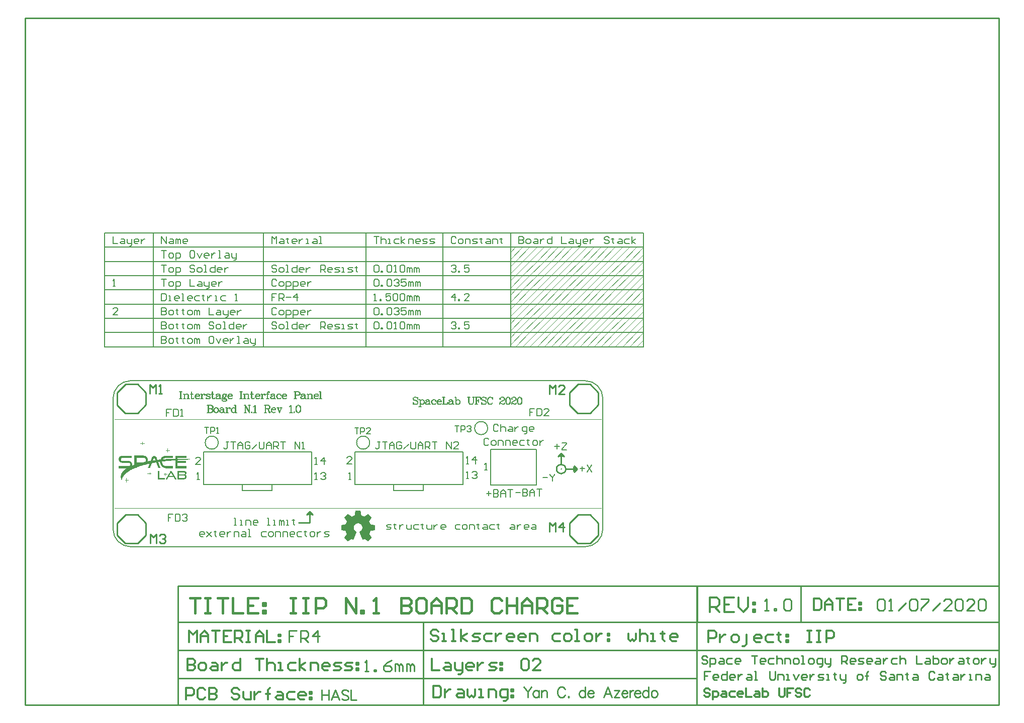
<source format=gto>
G04*
G04 #@! TF.GenerationSoftware,Altium Limited,Altium Designer,20.2.6 (244)*
G04*
G04 Layer_Color=65535*
%FSLAX25Y25*%
%MOIN*%
G70*
G04*
G04 #@! TF.SameCoordinates,3E3B523F-315C-4B3F-A4B6-921EA6806A06*
G04*
G04*
G04 #@! TF.FilePolarity,Positive*
G04*
G01*
G75*
%ADD10C,0.00787*%
%ADD11C,0.01000*%
%ADD12C,0.00394*%
%ADD13C,0.00037*%
%ADD14C,0.00100*%
%ADD15C,0.01299*%
%ADD16C,0.01378*%
%ADD17C,0.01575*%
G36*
X19542Y69723D02*
X19641D01*
Y69624D01*
Y69525D01*
Y69427D01*
Y69328D01*
Y69230D01*
Y69131D01*
Y69033D01*
Y68934D01*
Y68835D01*
Y68737D01*
Y68638D01*
X20331D01*
Y68540D01*
X20922D01*
Y68441D01*
X20627D01*
Y68342D01*
X19641D01*
Y68244D01*
Y68145D01*
Y68047D01*
Y67948D01*
Y67849D01*
Y67751D01*
Y67652D01*
X19542D01*
Y67554D01*
Y67455D01*
Y67356D01*
Y67258D01*
Y67159D01*
Y67061D01*
X19443D01*
Y67159D01*
Y67258D01*
Y67356D01*
Y67455D01*
X19345D01*
Y67554D01*
Y67652D01*
Y67751D01*
Y67849D01*
Y67948D01*
Y68047D01*
Y68145D01*
Y68244D01*
Y68342D01*
X18753D01*
Y68441D01*
X18162D01*
Y68540D01*
X18260D01*
Y68638D01*
X19345D01*
Y68737D01*
Y68835D01*
Y68934D01*
Y69033D01*
Y69131D01*
Y69230D01*
X19443D01*
Y69328D01*
Y69427D01*
Y69525D01*
Y69624D01*
Y69723D01*
Y69821D01*
X19542D01*
Y69723D01*
D02*
G37*
G36*
X36304Y65187D02*
Y65089D01*
Y64990D01*
Y64891D01*
Y64793D01*
Y64694D01*
X36402D01*
Y64596D01*
Y64497D01*
Y64398D01*
Y64300D01*
Y64201D01*
Y64103D01*
Y64004D01*
Y63905D01*
X37388D01*
Y63807D01*
X37783D01*
Y63708D01*
X36994D01*
Y63610D01*
X36402D01*
Y63511D01*
Y63412D01*
Y63314D01*
X36304D01*
Y63215D01*
Y63117D01*
Y63018D01*
Y62919D01*
Y62821D01*
Y62722D01*
Y62624D01*
Y62525D01*
X36107D01*
Y62624D01*
Y62722D01*
Y62821D01*
Y62919D01*
Y63018D01*
Y63117D01*
Y63215D01*
Y63314D01*
Y63412D01*
Y63511D01*
Y63610D01*
X35811D01*
Y63708D01*
X35022D01*
Y63807D01*
X34825D01*
Y63905D01*
X35614D01*
Y64004D01*
X36107D01*
Y64103D01*
Y64201D01*
Y64300D01*
Y64398D01*
Y64497D01*
Y64596D01*
Y64694D01*
Y64793D01*
Y64891D01*
X36205D01*
Y64990D01*
Y65089D01*
Y65187D01*
Y65286D01*
X36304D01*
Y65187D01*
D02*
G37*
G36*
X299114Y59547D02*
X295177D01*
X297146Y61516D01*
X299114Y59547D01*
D02*
G37*
G36*
X20429Y60356D02*
X21021D01*
Y60257D01*
X21317D01*
Y60159D01*
X21613D01*
Y60060D01*
X21810D01*
Y59961D01*
X21908D01*
Y59863D01*
X22106D01*
Y59764D01*
X22204D01*
Y59666D01*
X22303D01*
Y59567D01*
X22401D01*
Y59469D01*
X22500D01*
Y59370D01*
Y59271D01*
X22599D01*
Y59173D01*
X22697D01*
Y59074D01*
Y58975D01*
X22796D01*
Y58877D01*
Y58778D01*
X22894D01*
Y58680D01*
Y58581D01*
Y58482D01*
X22993D01*
Y58384D01*
Y58285D01*
Y58187D01*
Y58088D01*
Y57990D01*
X23092D01*
Y57891D01*
Y57792D01*
Y57694D01*
Y57595D01*
Y57497D01*
Y57398D01*
Y57299D01*
Y57201D01*
Y57102D01*
Y57004D01*
Y56905D01*
X22993D01*
Y56806D01*
Y56708D01*
X23387D01*
Y56806D01*
X24078D01*
Y56905D01*
X24669D01*
Y57004D01*
X24965D01*
Y57102D01*
X25064D01*
Y57201D01*
Y57299D01*
Y57398D01*
X25162D01*
Y57497D01*
Y57595D01*
X25261D01*
Y57694D01*
Y57792D01*
Y57891D01*
X25359D01*
Y57990D01*
Y58088D01*
Y58187D01*
X25458D01*
Y58285D01*
Y58384D01*
X25556D01*
Y58482D01*
Y58581D01*
Y58680D01*
X25655D01*
Y58778D01*
Y58877D01*
Y58975D01*
X25754D01*
Y59074D01*
Y59173D01*
X25852D01*
Y59271D01*
Y59370D01*
Y59469D01*
X25951D01*
Y59567D01*
X26050D01*
Y59666D01*
X26148D01*
Y59764D01*
X26247D01*
Y59863D01*
X26345D01*
Y59961D01*
X26542D01*
Y60060D01*
X26838D01*
Y60159D01*
X27824D01*
Y60060D01*
X28120D01*
Y59961D01*
X28317D01*
Y59863D01*
X28416D01*
Y59764D01*
X28515D01*
Y59666D01*
X28613D01*
Y59567D01*
X28712D01*
Y59469D01*
Y59370D01*
X28810D01*
Y59271D01*
Y59173D01*
X28909D01*
Y59074D01*
Y58975D01*
Y58877D01*
X29008D01*
Y58778D01*
Y58680D01*
X29106D01*
Y58581D01*
Y58482D01*
Y58384D01*
X29205D01*
Y58285D01*
Y58187D01*
Y58088D01*
X29303D01*
Y57990D01*
Y57891D01*
X29402D01*
Y57792D01*
Y57694D01*
X29500D01*
Y57595D01*
X29599D01*
Y57694D01*
X30388D01*
Y57792D01*
X31374D01*
Y57891D01*
X31472D01*
Y57990D01*
Y58088D01*
X31571D01*
Y58187D01*
Y58285D01*
X31670D01*
Y58384D01*
Y58482D01*
X31768D01*
Y58581D01*
Y58680D01*
X31867D01*
Y58778D01*
X31965D01*
Y58877D01*
X32064D01*
Y58975D01*
Y59074D01*
X32163D01*
Y59173D01*
X32261D01*
Y59271D01*
X32360D01*
Y59370D01*
X32458D01*
Y59469D01*
X32656D01*
Y59567D01*
X32754D01*
Y59666D01*
X32853D01*
Y59764D01*
X33050D01*
Y59863D01*
X33247D01*
Y59961D01*
X33444D01*
Y60060D01*
X33642D01*
Y60159D01*
X33937D01*
Y60257D01*
X34332D01*
Y60356D01*
X39656D01*
Y60257D01*
Y60159D01*
Y60060D01*
Y59961D01*
Y59863D01*
Y59764D01*
Y59666D01*
Y59567D01*
Y59469D01*
Y59370D01*
Y59271D01*
Y59173D01*
Y59074D01*
Y58975D01*
X34529D01*
Y58877D01*
X34233D01*
Y58778D01*
X34036D01*
Y58680D01*
X33839D01*
Y58581D01*
X33642D01*
Y58482D01*
X33543D01*
Y58384D01*
X33444D01*
Y58285D01*
X33346D01*
Y58187D01*
X33247D01*
Y58088D01*
X33149D01*
Y57990D01*
X33642D01*
Y58088D01*
X35022D01*
Y58187D01*
X36599D01*
Y58285D01*
X38374D01*
Y58384D01*
X41332D01*
Y58482D01*
Y58581D01*
Y58680D01*
Y58778D01*
Y58877D01*
Y58975D01*
Y59074D01*
Y59173D01*
Y59271D01*
Y59370D01*
Y59469D01*
Y59567D01*
Y59666D01*
Y59764D01*
Y59863D01*
Y59961D01*
Y60060D01*
Y60159D01*
Y60257D01*
Y60356D01*
X48727D01*
Y60257D01*
Y60159D01*
Y60060D01*
Y59961D01*
Y59863D01*
Y59764D01*
Y59666D01*
Y59567D01*
Y59469D01*
Y59370D01*
Y59271D01*
Y59173D01*
Y59074D01*
Y58975D01*
X42713D01*
Y58877D01*
Y58778D01*
Y58680D01*
Y58581D01*
Y58482D01*
Y58384D01*
X48530D01*
Y58285D01*
X50305D01*
Y58187D01*
X51192D01*
Y58088D01*
X51685D01*
Y57990D01*
X52079D01*
Y57891D01*
X52375D01*
Y57792D01*
X49615D01*
Y57694D01*
X46755D01*
Y57595D01*
X44685D01*
Y57497D01*
X42910D01*
Y57398D01*
X42713D01*
Y57299D01*
Y57201D01*
Y57102D01*
Y57004D01*
Y56905D01*
X48431D01*
Y56806D01*
Y56708D01*
Y56609D01*
Y56511D01*
Y56412D01*
Y56313D01*
Y56215D01*
Y56116D01*
Y56018D01*
Y55919D01*
Y55820D01*
Y55722D01*
X42713D01*
Y55623D01*
Y55525D01*
Y55426D01*
Y55327D01*
Y55229D01*
Y55130D01*
Y55032D01*
Y54933D01*
Y54834D01*
Y54736D01*
Y54637D01*
Y54539D01*
Y54440D01*
Y54341D01*
Y54243D01*
Y54144D01*
Y54046D01*
Y53947D01*
Y53848D01*
Y53750D01*
Y53651D01*
Y53553D01*
Y53454D01*
X48727D01*
Y53355D01*
Y53257D01*
Y53158D01*
Y53060D01*
Y52961D01*
Y52862D01*
Y52764D01*
Y52665D01*
Y52567D01*
Y52468D01*
Y52369D01*
Y52271D01*
Y52172D01*
Y52074D01*
X41332D01*
Y52172D01*
Y52271D01*
Y52369D01*
Y52468D01*
Y52567D01*
Y52665D01*
Y52764D01*
Y52862D01*
Y52961D01*
Y53060D01*
Y53158D01*
Y53257D01*
Y53355D01*
Y53454D01*
Y53553D01*
Y53651D01*
Y53750D01*
Y53848D01*
Y53947D01*
Y54046D01*
Y54144D01*
Y54243D01*
Y54341D01*
Y54440D01*
Y54539D01*
Y54637D01*
Y54736D01*
Y54834D01*
Y54933D01*
Y55032D01*
Y55130D01*
Y55229D01*
Y55327D01*
Y55426D01*
Y55525D01*
Y55623D01*
Y55722D01*
Y55820D01*
Y55919D01*
Y56018D01*
Y56116D01*
Y56215D01*
Y56313D01*
Y56412D01*
Y56511D01*
Y56609D01*
Y56708D01*
Y56806D01*
Y56905D01*
Y57004D01*
Y57102D01*
Y57201D01*
Y57299D01*
X39952D01*
Y57201D01*
X38769D01*
Y57102D01*
X37585D01*
Y57004D01*
X36501D01*
Y56905D01*
X35614D01*
Y56806D01*
X34628D01*
Y56708D01*
X33740D01*
Y56609D01*
X32951D01*
Y56511D01*
X32557D01*
Y56412D01*
Y56313D01*
Y56215D01*
Y56116D01*
Y56018D01*
Y55919D01*
Y55820D01*
X32656D01*
Y55722D01*
Y55623D01*
Y55525D01*
Y55426D01*
Y55327D01*
X32754D01*
Y55229D01*
Y55130D01*
Y55032D01*
X32853D01*
Y54933D01*
Y54834D01*
X32951D01*
Y54736D01*
X33050D01*
Y54637D01*
Y54539D01*
X33149D01*
Y54440D01*
X33247D01*
Y54341D01*
X33346D01*
Y54243D01*
X33444D01*
Y54144D01*
X33543D01*
Y54046D01*
X33642D01*
Y53947D01*
X33740D01*
Y53848D01*
X33937D01*
Y53750D01*
X34135D01*
Y53651D01*
X34430D01*
Y53553D01*
X34923D01*
Y53454D01*
X39656D01*
Y53355D01*
Y53257D01*
Y53158D01*
Y53060D01*
Y52961D01*
Y52862D01*
Y52764D01*
Y52665D01*
Y52567D01*
Y52468D01*
Y52369D01*
Y52271D01*
Y52172D01*
Y52074D01*
X34825D01*
Y52172D01*
X34233D01*
Y52271D01*
X33937D01*
Y52369D01*
X33642D01*
Y52468D01*
X33444D01*
Y52567D01*
X33247D01*
Y52665D01*
X33050D01*
Y52764D01*
X32951D01*
Y52862D01*
X32754D01*
Y52961D01*
X32656D01*
Y53060D01*
X32557D01*
Y53158D01*
X32458D01*
Y53257D01*
X32360D01*
Y53355D01*
X32261D01*
Y53454D01*
X32163D01*
Y53553D01*
X32064D01*
Y53651D01*
X31965D01*
Y53750D01*
Y53848D01*
X31867D01*
Y53947D01*
X31768D01*
Y54046D01*
Y54144D01*
X31670D01*
Y54243D01*
Y54341D01*
X31571D01*
Y54440D01*
Y54539D01*
X31472D01*
Y54637D01*
Y54736D01*
Y54834D01*
X31374D01*
Y54933D01*
Y55032D01*
Y55130D01*
Y55229D01*
X31275D01*
Y55327D01*
Y55426D01*
Y55525D01*
Y55623D01*
Y55722D01*
X31177D01*
Y55820D01*
Y55919D01*
Y56018D01*
Y56116D01*
Y56215D01*
Y56313D01*
X30684D01*
Y56215D01*
X30092D01*
Y56116D01*
X29994D01*
Y56018D01*
X30092D01*
Y55919D01*
Y55820D01*
X30191D01*
Y55722D01*
Y55623D01*
Y55525D01*
X30289D01*
Y55426D01*
Y55327D01*
X30388D01*
Y55229D01*
Y55130D01*
Y55032D01*
X30486D01*
Y54933D01*
Y54834D01*
Y54736D01*
X30585D01*
Y54637D01*
Y54539D01*
X30684D01*
Y54440D01*
Y54341D01*
Y54243D01*
X30782D01*
Y54144D01*
Y54046D01*
Y53947D01*
X30881D01*
Y53848D01*
Y53750D01*
X30979D01*
Y53651D01*
Y53553D01*
Y53454D01*
X31078D01*
Y53355D01*
Y53257D01*
X31177D01*
Y53158D01*
Y53060D01*
Y52961D01*
X31275D01*
Y52862D01*
Y52764D01*
Y52665D01*
X31374D01*
Y52567D01*
Y52468D01*
X31472D01*
Y52369D01*
X29994D01*
Y52468D01*
Y52567D01*
X29895D01*
Y52665D01*
Y52764D01*
Y52862D01*
X29796D01*
Y52961D01*
Y53060D01*
Y53158D01*
X29698D01*
Y53257D01*
Y53355D01*
X29599D01*
Y53454D01*
Y53553D01*
Y53651D01*
X29500D01*
Y53750D01*
Y53848D01*
X29402D01*
Y53947D01*
Y54046D01*
Y54144D01*
X29303D01*
Y54243D01*
Y54341D01*
Y54440D01*
X29205D01*
Y54539D01*
Y54637D01*
X29106D01*
Y54736D01*
Y54834D01*
Y54933D01*
X29008D01*
Y55032D01*
Y55130D01*
Y55229D01*
X28909D01*
Y55327D01*
Y55426D01*
X28810D01*
Y55525D01*
Y55623D01*
Y55722D01*
X28712D01*
Y55820D01*
Y55919D01*
X28219D01*
Y55820D01*
X27726D01*
Y55722D01*
X27134D01*
Y55623D01*
X26641D01*
Y55525D01*
X26050D01*
Y55426D01*
X25754D01*
Y55327D01*
Y55229D01*
X25655D01*
Y55130D01*
Y55032D01*
Y54933D01*
X25556D01*
Y54834D01*
Y54736D01*
X25458D01*
Y54637D01*
Y54539D01*
Y54440D01*
X25359D01*
Y54341D01*
Y54243D01*
Y54144D01*
X25261D01*
Y54046D01*
Y53947D01*
X25162D01*
Y53848D01*
Y53750D01*
Y53651D01*
X25064D01*
Y53553D01*
Y53454D01*
Y53355D01*
X24965D01*
Y53257D01*
Y53158D01*
X24866D01*
Y53060D01*
Y52961D01*
Y52862D01*
X24768D01*
Y52764D01*
Y52665D01*
Y52567D01*
X24669D01*
Y52468D01*
Y52369D01*
X23190D01*
Y52468D01*
X23289D01*
Y52567D01*
Y52665D01*
Y52764D01*
X23387D01*
Y52862D01*
Y52961D01*
X23486D01*
Y53060D01*
Y53158D01*
Y53257D01*
X23585D01*
Y53355D01*
Y53454D01*
X23683D01*
Y53553D01*
Y53651D01*
Y53750D01*
X23782D01*
Y53848D01*
Y53947D01*
Y54046D01*
X23880D01*
Y54144D01*
Y54243D01*
X23979D01*
Y54341D01*
Y54440D01*
Y54539D01*
X24078D01*
Y54637D01*
Y54736D01*
Y54834D01*
X24176D01*
Y54933D01*
Y55032D01*
X23683D01*
Y54933D01*
X23190D01*
Y54834D01*
X22796D01*
Y54736D01*
X22401D01*
Y54637D01*
X22007D01*
Y54539D01*
X21613D01*
Y54440D01*
X21218D01*
Y54341D01*
X20824D01*
Y54243D01*
X20429D01*
Y54144D01*
X20134D01*
Y54046D01*
X19739D01*
Y53947D01*
X19345D01*
Y53848D01*
X19049D01*
Y53750D01*
X18753D01*
Y53651D01*
X18458D01*
Y53553D01*
X18063D01*
Y53454D01*
X17767D01*
Y53355D01*
X17471D01*
Y53257D01*
X17176D01*
Y53158D01*
X16978D01*
Y53060D01*
X16683D01*
Y52961D01*
X16387D01*
Y52862D01*
X16091D01*
Y52764D01*
X15795D01*
Y52665D01*
X15598D01*
Y52567D01*
Y52468D01*
Y52369D01*
Y52271D01*
Y52172D01*
X14415D01*
Y52074D01*
X14119D01*
Y51975D01*
X13922D01*
Y51876D01*
X13725D01*
Y51778D01*
X13528D01*
Y51679D01*
X13330D01*
Y51581D01*
X13133D01*
Y51482D01*
X12837D01*
Y51384D01*
X12640D01*
Y51285D01*
X12443D01*
Y51186D01*
X12344D01*
Y51088D01*
X12147D01*
Y50989D01*
X11950D01*
Y50890D01*
X11753D01*
Y50792D01*
X11556D01*
Y50693D01*
X11457D01*
Y50595D01*
X11260D01*
Y50496D01*
X11063D01*
Y50397D01*
X10964D01*
Y50299D01*
X10767D01*
Y50200D01*
X10570D01*
Y50102D01*
X10471D01*
Y50003D01*
X10274D01*
Y49905D01*
X10175D01*
Y49806D01*
X9978D01*
Y49707D01*
X9879D01*
Y49609D01*
X9682D01*
Y49510D01*
X9584D01*
Y49411D01*
X9485D01*
Y49313D01*
X9288D01*
Y49214D01*
X9189D01*
Y49116D01*
X9091D01*
Y49017D01*
X8992D01*
Y48919D01*
X8795D01*
Y48820D01*
X8696D01*
Y48721D01*
X8598D01*
Y48623D01*
X8499D01*
Y48524D01*
X8400D01*
Y48425D01*
X8302D01*
Y48327D01*
X8203D01*
Y48228D01*
X8105D01*
Y48130D01*
X8006D01*
Y48031D01*
X7908D01*
Y47932D01*
X7809D01*
Y47834D01*
X7710D01*
Y47735D01*
X7612D01*
Y47637D01*
X7513D01*
Y47538D01*
X7414D01*
Y47440D01*
X7316D01*
Y47341D01*
Y47242D01*
X7217D01*
Y47144D01*
X7119D01*
Y47045D01*
X7020D01*
Y46946D01*
Y46848D01*
X6921D01*
Y46749D01*
X6823D01*
Y46651D01*
X6724D01*
Y46552D01*
Y46454D01*
X6626D01*
Y46355D01*
Y46256D01*
X6527D01*
Y46158D01*
Y46059D01*
X6429D01*
Y45961D01*
X6330D01*
Y45862D01*
Y45763D01*
X6231D01*
Y45665D01*
Y45566D01*
Y45468D01*
X6133D01*
Y45369D01*
Y45270D01*
X6034D01*
Y45172D01*
Y45073D01*
Y44975D01*
X5935D01*
Y44876D01*
Y44777D01*
Y44679D01*
Y44580D01*
X5837D01*
Y44482D01*
Y44383D01*
Y44284D01*
Y44186D01*
Y44087D01*
Y43989D01*
Y43890D01*
X5738D01*
Y43989D01*
Y44087D01*
X5640D01*
Y44186D01*
Y44284D01*
X5541D01*
Y44383D01*
Y44482D01*
X5443D01*
Y44580D01*
Y44679D01*
Y44777D01*
X5344D01*
Y44876D01*
Y44975D01*
Y45073D01*
X5245D01*
Y45172D01*
Y45270D01*
Y45369D01*
Y45468D01*
Y45566D01*
X5147D01*
Y45665D01*
Y45763D01*
Y45862D01*
Y45961D01*
Y46059D01*
Y46158D01*
Y46256D01*
Y46355D01*
Y46454D01*
Y46552D01*
Y46651D01*
Y46749D01*
Y46848D01*
Y46946D01*
Y47045D01*
Y47144D01*
Y47242D01*
X5245D01*
Y47341D01*
Y47440D01*
Y47538D01*
Y47637D01*
Y47735D01*
X5344D01*
Y47834D01*
Y47932D01*
Y48031D01*
X5443D01*
Y48130D01*
Y48228D01*
Y48327D01*
X5541D01*
Y48425D01*
Y48524D01*
X5640D01*
Y48623D01*
Y48721D01*
X5738D01*
Y48820D01*
Y48919D01*
X5837D01*
Y49017D01*
Y49116D01*
X5935D01*
Y49214D01*
X6034D01*
Y49313D01*
Y49411D01*
X6133D01*
Y49510D01*
X6231D01*
Y49609D01*
Y49707D01*
X6330D01*
Y49806D01*
X6429D01*
Y49905D01*
X6527D01*
Y50003D01*
X6626D01*
Y50102D01*
X6724D01*
Y50200D01*
X6823D01*
Y50299D01*
X6921D01*
Y50397D01*
Y50496D01*
X7020D01*
Y50595D01*
X7217D01*
Y50693D01*
X7316D01*
Y50792D01*
X7414D01*
Y50890D01*
X7513D01*
Y50989D01*
X7612D01*
Y51088D01*
X7710D01*
Y51186D01*
X7908D01*
Y51285D01*
X8006D01*
Y51384D01*
X8105D01*
Y51482D01*
X8302D01*
Y51581D01*
X8400D01*
Y51679D01*
X8598D01*
Y51778D01*
X8696D01*
Y51876D01*
X8893D01*
Y51975D01*
X8992D01*
Y52074D01*
X3865D01*
Y52172D01*
Y52271D01*
Y52369D01*
Y52468D01*
Y52567D01*
Y52665D01*
Y52764D01*
Y52862D01*
Y52961D01*
Y53060D01*
Y53158D01*
Y53257D01*
Y53355D01*
Y53454D01*
X10372D01*
Y53553D01*
X10767D01*
Y53651D01*
X10964D01*
Y53750D01*
X11063D01*
Y53848D01*
X11161D01*
Y53947D01*
Y54046D01*
X11260D01*
Y54144D01*
Y54243D01*
X11358D01*
Y54341D01*
Y54440D01*
Y54539D01*
Y54637D01*
Y54736D01*
Y54834D01*
Y54933D01*
Y55032D01*
X11260D01*
Y55130D01*
Y55229D01*
X11161D01*
Y55327D01*
Y55426D01*
X11063D01*
Y55525D01*
X10865D01*
Y55623D01*
X10570D01*
Y55722D01*
X5837D01*
Y55820D01*
X5344D01*
Y55919D01*
X5048D01*
Y56018D01*
X4851D01*
Y56116D01*
X4752D01*
Y56215D01*
X4555D01*
Y56313D01*
X4456D01*
Y56412D01*
X4358D01*
Y56511D01*
X4259D01*
Y56609D01*
Y56708D01*
X4161D01*
Y56806D01*
X4062D01*
Y56905D01*
Y57004D01*
X3964D01*
Y57102D01*
Y57201D01*
X3865D01*
Y57299D01*
Y57398D01*
Y57497D01*
Y57595D01*
X3766D01*
Y57694D01*
Y57792D01*
Y57891D01*
Y57990D01*
Y58088D01*
Y58187D01*
Y58285D01*
Y58384D01*
Y58482D01*
Y58581D01*
X3865D01*
Y58680D01*
Y58778D01*
Y58877D01*
Y58975D01*
X3964D01*
Y59074D01*
Y59173D01*
X4062D01*
Y59271D01*
Y59370D01*
X4161D01*
Y59469D01*
X4259D01*
Y59567D01*
X4358D01*
Y59666D01*
Y59764D01*
X4555D01*
Y59863D01*
X4654D01*
Y59961D01*
X4752D01*
Y60060D01*
X4950D01*
Y60159D01*
X5245D01*
Y60257D01*
X5541D01*
Y60356D01*
X12246D01*
Y60257D01*
Y60159D01*
Y60060D01*
Y59961D01*
Y59863D01*
Y59764D01*
Y59666D01*
Y59567D01*
Y59469D01*
Y59370D01*
Y59271D01*
Y59173D01*
Y59074D01*
Y58975D01*
X5837D01*
Y58877D01*
X5640D01*
Y58778D01*
X5541D01*
Y58680D01*
X5443D01*
Y58581D01*
X5344D01*
Y58482D01*
Y58384D01*
X5245D01*
Y58285D01*
Y58187D01*
Y58088D01*
Y57990D01*
Y57891D01*
Y57792D01*
Y57694D01*
Y57595D01*
Y57497D01*
X5344D01*
Y57398D01*
Y57299D01*
X5443D01*
Y57201D01*
X5541D01*
Y57102D01*
X5640D01*
Y57004D01*
X5837D01*
Y56905D01*
X10668D01*
Y56806D01*
X11161D01*
Y56708D01*
X11457D01*
Y56609D01*
X11654D01*
Y56511D01*
X11851D01*
Y56412D01*
X11950D01*
Y56313D01*
X12049D01*
Y56215D01*
X12147D01*
Y56116D01*
X12246D01*
Y56018D01*
X12344D01*
Y55919D01*
Y55820D01*
X12443D01*
Y55722D01*
Y55623D01*
X12542D01*
Y55525D01*
Y55426D01*
Y55327D01*
X12640D01*
Y55229D01*
Y55130D01*
Y55032D01*
Y54933D01*
Y54834D01*
Y54736D01*
Y54637D01*
Y54539D01*
Y54440D01*
Y54341D01*
Y54243D01*
Y54144D01*
Y54046D01*
Y53947D01*
Y53848D01*
Y53750D01*
X12739D01*
Y53848D01*
X12936D01*
Y53947D01*
X13133D01*
Y54046D01*
X13429D01*
Y54144D01*
X13626D01*
Y54243D01*
X13922D01*
Y54341D01*
X14119D01*
Y54440D01*
X14218D01*
Y54539D01*
Y54637D01*
Y54736D01*
Y54834D01*
Y54933D01*
Y55032D01*
Y55130D01*
Y55229D01*
Y55327D01*
Y55426D01*
Y55525D01*
Y55623D01*
Y55722D01*
Y55820D01*
Y55919D01*
Y56018D01*
Y56116D01*
Y56215D01*
Y56313D01*
Y56412D01*
Y56511D01*
Y56609D01*
Y56708D01*
Y56806D01*
Y56905D01*
Y57004D01*
Y57102D01*
Y57201D01*
Y57299D01*
Y57398D01*
Y57497D01*
Y57595D01*
Y57694D01*
Y57792D01*
Y57891D01*
Y57990D01*
Y58088D01*
Y58187D01*
Y58285D01*
Y58384D01*
Y58482D01*
Y58581D01*
Y58680D01*
Y58778D01*
Y58877D01*
Y58975D01*
Y59074D01*
Y59173D01*
Y59271D01*
Y59370D01*
Y59469D01*
Y59567D01*
Y59666D01*
Y59764D01*
Y59863D01*
Y59961D01*
Y60060D01*
Y60159D01*
Y60257D01*
Y60356D01*
Y60454D01*
X20429D01*
Y60356D01*
D02*
G37*
G36*
X307087Y51575D02*
X305118Y49606D01*
Y53543D01*
X307087Y51575D01*
D02*
G37*
G36*
X24472Y49905D02*
Y49806D01*
Y49707D01*
Y49609D01*
Y49510D01*
Y49411D01*
Y49313D01*
X24571D01*
Y49214D01*
Y49116D01*
Y49017D01*
Y48919D01*
Y48820D01*
Y48721D01*
Y48623D01*
X24768D01*
Y48524D01*
X25556D01*
Y48425D01*
X25852D01*
Y48327D01*
X25064D01*
Y48228D01*
X24571D01*
Y48130D01*
Y48031D01*
Y47932D01*
X24472D01*
Y47834D01*
Y47735D01*
Y47637D01*
Y47538D01*
Y47440D01*
Y47341D01*
Y47242D01*
Y47144D01*
X24373D01*
Y47045D01*
X24275D01*
Y47144D01*
Y47242D01*
Y47341D01*
Y47440D01*
Y47538D01*
Y47637D01*
Y47735D01*
Y47834D01*
Y47932D01*
Y48031D01*
Y48130D01*
Y48228D01*
X24078D01*
Y48327D01*
X23190D01*
Y48425D01*
X22894D01*
Y48524D01*
X23683D01*
Y48623D01*
X24275D01*
Y48721D01*
Y48820D01*
Y48919D01*
Y49017D01*
Y49116D01*
Y49214D01*
Y49313D01*
Y49411D01*
Y49510D01*
X24373D01*
Y49609D01*
Y49707D01*
Y49806D01*
Y49905D01*
Y50003D01*
X24472D01*
Y49905D01*
D02*
G37*
G36*
X34726Y49510D02*
Y49411D01*
Y49313D01*
Y49214D01*
X34825D01*
Y49116D01*
Y49017D01*
Y48919D01*
Y48820D01*
Y48721D01*
Y48623D01*
Y48524D01*
Y48425D01*
Y48327D01*
X35219D01*
Y48228D01*
X35909D01*
Y48130D01*
X36008D01*
Y48031D01*
X34825D01*
Y47932D01*
Y47834D01*
Y47735D01*
Y47637D01*
Y47538D01*
Y47440D01*
X34726D01*
Y47341D01*
Y47242D01*
Y47144D01*
Y47045D01*
Y46946D01*
Y46848D01*
X34628D01*
Y46946D01*
X34529D01*
Y47045D01*
Y47144D01*
Y47242D01*
Y47341D01*
Y47440D01*
Y47538D01*
Y47637D01*
Y47735D01*
Y47834D01*
Y47932D01*
Y48031D01*
X33642D01*
Y48130D01*
X33149D01*
Y48228D01*
X33642D01*
Y48327D01*
X34529D01*
Y48425D01*
Y48524D01*
Y48623D01*
Y48721D01*
Y48820D01*
Y48919D01*
Y49017D01*
Y49116D01*
X34628D01*
Y49214D01*
Y49313D01*
Y49411D01*
Y49510D01*
Y49609D01*
X34726D01*
Y49510D01*
D02*
G37*
G36*
X47445Y50200D02*
X47840D01*
Y50102D01*
X48037D01*
Y50003D01*
X48234D01*
Y49905D01*
X48333D01*
Y49806D01*
X48431D01*
Y49707D01*
Y49609D01*
X48530D01*
Y49510D01*
X48629D01*
Y49411D01*
Y49313D01*
Y49214D01*
Y49116D01*
X48727D01*
Y49017D01*
Y48919D01*
Y48820D01*
Y48721D01*
Y48623D01*
X48629D01*
Y48524D01*
Y48425D01*
Y48327D01*
Y48228D01*
X48530D01*
Y48130D01*
X48431D01*
Y48031D01*
Y47932D01*
X48234D01*
Y47834D01*
X48136D01*
Y47735D01*
X47938D01*
Y47637D01*
X48136D01*
Y47538D01*
X48234D01*
Y47440D01*
X48431D01*
Y47341D01*
X48530D01*
Y47242D01*
Y47144D01*
X48629D01*
Y47045D01*
X48727D01*
Y46946D01*
Y46848D01*
Y46749D01*
Y46651D01*
X48826D01*
Y46552D01*
Y46454D01*
Y46355D01*
Y46256D01*
Y46158D01*
Y46059D01*
X48727D01*
Y45961D01*
Y45862D01*
Y45763D01*
X48629D01*
Y45665D01*
Y45566D01*
X48530D01*
Y45468D01*
Y45369D01*
X48431D01*
Y45270D01*
X48333D01*
Y45172D01*
X48234D01*
Y45073D01*
X48037D01*
Y44975D01*
X47840D01*
Y44876D01*
X47544D01*
Y44777D01*
X42811D01*
Y44876D01*
Y44975D01*
Y45073D01*
Y45172D01*
Y45270D01*
Y45369D01*
Y45468D01*
Y45566D01*
Y45665D01*
Y45763D01*
Y45862D01*
Y45961D01*
Y46059D01*
Y46158D01*
Y46256D01*
Y46355D01*
Y46454D01*
Y46552D01*
Y46651D01*
Y46749D01*
Y46848D01*
Y46946D01*
Y47045D01*
Y47144D01*
Y47242D01*
Y47341D01*
Y47440D01*
Y47538D01*
Y47637D01*
Y47735D01*
Y47834D01*
Y47932D01*
Y48031D01*
Y48130D01*
Y48228D01*
Y48327D01*
Y48425D01*
Y48524D01*
Y48623D01*
Y48721D01*
Y48820D01*
Y48919D01*
Y49017D01*
Y49116D01*
Y49214D01*
Y49313D01*
Y49411D01*
Y49510D01*
Y49609D01*
Y49707D01*
Y49806D01*
Y49905D01*
Y50003D01*
Y50102D01*
Y50200D01*
Y50299D01*
X47445D01*
Y50200D01*
D02*
G37*
G36*
X38670Y50299D02*
X38769D01*
Y50200D01*
X38867D01*
Y50102D01*
X38966D01*
Y50003D01*
X39064D01*
Y49905D01*
Y49806D01*
X39163D01*
Y49707D01*
Y49609D01*
X39262D01*
Y49510D01*
X39360D01*
Y49411D01*
Y49313D01*
X39459D01*
Y49214D01*
X39557D01*
Y49116D01*
Y49017D01*
X39656D01*
Y48919D01*
Y48820D01*
X39755D01*
Y48721D01*
X39853D01*
Y48623D01*
Y48524D01*
X39952D01*
Y48425D01*
Y48327D01*
X40051D01*
Y48228D01*
X40149D01*
Y48130D01*
Y48031D01*
X40248D01*
Y47932D01*
Y47834D01*
X40346D01*
Y47735D01*
X40445D01*
Y47637D01*
Y47538D01*
X40543D01*
Y47440D01*
Y47341D01*
X40642D01*
Y47242D01*
X40741D01*
Y47144D01*
Y47045D01*
X40839D01*
Y46946D01*
Y46848D01*
X40938D01*
Y46749D01*
X41036D01*
Y46651D01*
Y46552D01*
X41135D01*
Y46454D01*
Y46355D01*
X41234D01*
Y46256D01*
X41332D01*
Y46158D01*
Y46059D01*
X41431D01*
Y45961D01*
Y45862D01*
X41529D01*
Y45763D01*
X41628D01*
Y45665D01*
Y45566D01*
X41727D01*
Y45468D01*
Y45369D01*
X41825D01*
Y45270D01*
X41924D01*
Y45172D01*
Y45073D01*
X42022D01*
Y44975D01*
Y44876D01*
X42121D01*
Y44777D01*
X41036D01*
Y44876D01*
X40938D01*
Y44975D01*
Y45073D01*
X40839D01*
Y45172D01*
Y45270D01*
X40741D01*
Y45369D01*
X40642D01*
Y45468D01*
Y45566D01*
X40543D01*
Y45665D01*
Y45763D01*
X40445D01*
Y45862D01*
X40346D01*
Y45961D01*
Y46059D01*
X40248D01*
Y46158D01*
X36698D01*
Y46059D01*
Y45961D01*
X36599D01*
Y45862D01*
X36501D01*
Y45763D01*
Y45665D01*
X36402D01*
Y45566D01*
Y45468D01*
X36304D01*
Y45369D01*
X36205D01*
Y45270D01*
Y45172D01*
X36107D01*
Y45073D01*
Y44975D01*
X36008D01*
Y44876D01*
Y44777D01*
X34923D01*
Y44876D01*
X35022D01*
Y44975D01*
Y45073D01*
X35121D01*
Y45172D01*
X35219D01*
Y45270D01*
Y45369D01*
X35318D01*
Y45468D01*
Y45566D01*
X35416D01*
Y45665D01*
X35515D01*
Y45763D01*
Y45862D01*
X35614D01*
Y45961D01*
Y46059D01*
X35712D01*
Y46158D01*
X35811D01*
Y46256D01*
Y46355D01*
X35909D01*
Y46454D01*
Y46552D01*
X36008D01*
Y46651D01*
X36107D01*
Y46749D01*
Y46848D01*
X36205D01*
Y46946D01*
Y47045D01*
X36304D01*
Y47144D01*
X36402D01*
Y47242D01*
Y47341D01*
X36501D01*
Y47440D01*
Y47538D01*
X36599D01*
Y47637D01*
X36698D01*
Y47735D01*
Y47834D01*
X36797D01*
Y47932D01*
Y48031D01*
X36895D01*
Y48130D01*
X36994D01*
Y48228D01*
Y48327D01*
X37093D01*
Y48425D01*
Y48524D01*
X37191D01*
Y48623D01*
X37290D01*
Y48721D01*
Y48820D01*
X37388D01*
Y48919D01*
Y49017D01*
X37487D01*
Y49116D01*
X37585D01*
Y49214D01*
Y49313D01*
X37684D01*
Y49411D01*
Y49510D01*
X37783D01*
Y49609D01*
X37881D01*
Y49707D01*
Y49806D01*
X37980D01*
Y49905D01*
Y50003D01*
X38078D01*
Y50102D01*
X38177D01*
Y50200D01*
X38276D01*
Y50299D01*
X38374D01*
Y50397D01*
X38670D01*
Y50299D01*
D02*
G37*
G36*
X30684Y50200D02*
Y50102D01*
Y50003D01*
Y49905D01*
Y49806D01*
Y49707D01*
Y49609D01*
Y49510D01*
Y49411D01*
Y49313D01*
Y49214D01*
Y49116D01*
Y49017D01*
Y48919D01*
Y48820D01*
Y48721D01*
Y48623D01*
Y48524D01*
Y48425D01*
Y48327D01*
Y48228D01*
Y48130D01*
Y48031D01*
Y47932D01*
Y47834D01*
Y47735D01*
Y47637D01*
Y47538D01*
Y47440D01*
Y47341D01*
Y47242D01*
Y47144D01*
Y47045D01*
Y46946D01*
Y46848D01*
Y46749D01*
Y46651D01*
Y46552D01*
Y46454D01*
Y46355D01*
Y46256D01*
Y46158D01*
Y46059D01*
Y45961D01*
Y45862D01*
Y45763D01*
Y45665D01*
X34430D01*
Y45566D01*
Y45468D01*
Y45369D01*
Y45270D01*
Y45172D01*
Y45073D01*
Y44975D01*
Y44876D01*
Y44777D01*
X29796D01*
Y44876D01*
Y44975D01*
Y45073D01*
Y45172D01*
Y45270D01*
Y45369D01*
Y45468D01*
Y45566D01*
Y45665D01*
Y45763D01*
Y45862D01*
Y45961D01*
Y46059D01*
Y46158D01*
Y46256D01*
Y46355D01*
Y46454D01*
Y46552D01*
Y46651D01*
Y46749D01*
Y46848D01*
Y46946D01*
Y47045D01*
Y47144D01*
Y47242D01*
Y47341D01*
Y47440D01*
Y47538D01*
Y47637D01*
Y47735D01*
Y47834D01*
Y47932D01*
Y48031D01*
Y48130D01*
Y48228D01*
Y48327D01*
Y48425D01*
Y48524D01*
Y48623D01*
Y48721D01*
Y48820D01*
Y48919D01*
Y49017D01*
Y49116D01*
Y49214D01*
Y49313D01*
Y49411D01*
Y49510D01*
Y49609D01*
Y49707D01*
Y49806D01*
Y49905D01*
Y50003D01*
Y50102D01*
Y50200D01*
Y50299D01*
X30684D01*
Y50200D01*
D02*
G37*
G36*
X9091Y45468D02*
Y45369D01*
Y45270D01*
Y45172D01*
Y45073D01*
Y44975D01*
Y44876D01*
Y44777D01*
Y44679D01*
Y44580D01*
Y44482D01*
Y44383D01*
X9682D01*
Y44284D01*
X10274D01*
Y44186D01*
Y44087D01*
X9189D01*
Y43989D01*
X9091D01*
Y43890D01*
Y43791D01*
Y43693D01*
Y43594D01*
Y43496D01*
Y43397D01*
Y43298D01*
Y43200D01*
X8992D01*
Y43101D01*
Y43003D01*
Y42904D01*
Y42805D01*
Y42707D01*
X8893D01*
Y42805D01*
Y42904D01*
Y43003D01*
Y43101D01*
Y43200D01*
Y43298D01*
Y43397D01*
X8795D01*
Y43496D01*
Y43594D01*
Y43693D01*
Y43791D01*
Y43890D01*
Y43989D01*
Y44087D01*
X8006D01*
Y44186D01*
X7513D01*
Y44284D01*
X7908D01*
Y44383D01*
X8795D01*
Y44482D01*
Y44580D01*
Y44679D01*
Y44777D01*
X8893D01*
Y44876D01*
Y44975D01*
Y45073D01*
Y45172D01*
Y45270D01*
Y45369D01*
Y45468D01*
X8992D01*
Y45566D01*
X9091D01*
Y45468D01*
D02*
G37*
G36*
X132283Y20915D02*
X128347D01*
X130315Y22884D01*
X132283Y20915D01*
D02*
G37*
%LPC*%
G36*
X27529Y58778D02*
X27035D01*
Y58680D01*
Y58581D01*
X26937D01*
Y58482D01*
Y58384D01*
X26838D01*
Y58285D01*
Y58187D01*
Y58088D01*
X26740D01*
Y57990D01*
Y57891D01*
Y57792D01*
X26641D01*
Y57694D01*
Y57595D01*
X26542D01*
Y57497D01*
Y57398D01*
Y57299D01*
X26444D01*
Y57201D01*
X26740D01*
Y57299D01*
X27430D01*
Y57398D01*
X28120D01*
Y57497D01*
X28021D01*
Y57595D01*
Y57694D01*
Y57792D01*
X27923D01*
Y57891D01*
Y57990D01*
Y58088D01*
X27824D01*
Y58187D01*
Y58285D01*
X27726D01*
Y58384D01*
Y58482D01*
Y58581D01*
X27627D01*
Y58680D01*
X27529D01*
Y58778D01*
D02*
G37*
G36*
X20331Y59074D02*
X15598D01*
Y58975D01*
Y58877D01*
Y58778D01*
Y58680D01*
Y58581D01*
Y58482D01*
Y58384D01*
Y58285D01*
Y58187D01*
Y58088D01*
Y57990D01*
Y57891D01*
Y57792D01*
Y57694D01*
Y57595D01*
Y57497D01*
Y57398D01*
Y57299D01*
Y57201D01*
Y57102D01*
Y57004D01*
Y56905D01*
Y56806D01*
Y56708D01*
Y56609D01*
Y56511D01*
Y56412D01*
Y56313D01*
Y56215D01*
Y56116D01*
Y56018D01*
Y55919D01*
Y55820D01*
X18950D01*
Y55919D01*
X19443D01*
Y56018D01*
X19838D01*
Y56116D01*
X20232D01*
Y56215D01*
X20725D01*
Y56313D01*
X21218D01*
Y56412D01*
X21415D01*
Y56511D01*
X21514D01*
Y56609D01*
X21613D01*
Y56708D01*
Y56806D01*
Y56905D01*
X21711D01*
Y57004D01*
Y57102D01*
Y57201D01*
Y57299D01*
Y57398D01*
Y57497D01*
Y57595D01*
Y57694D01*
Y57792D01*
Y57891D01*
Y57990D01*
X21613D01*
Y58088D01*
Y58187D01*
X21514D01*
Y58285D01*
Y58384D01*
X21415D01*
Y58482D01*
X21317D01*
Y58581D01*
X21218D01*
Y58680D01*
X21120D01*
Y58778D01*
X21021D01*
Y58877D01*
X20725D01*
Y58975D01*
X20331D01*
Y59074D01*
D02*
G37*
G36*
X47051Y49411D02*
X43797D01*
Y49313D01*
Y49214D01*
Y49116D01*
Y49017D01*
Y48919D01*
Y48820D01*
Y48721D01*
Y48623D01*
Y48524D01*
Y48425D01*
Y48327D01*
Y48228D01*
Y48130D01*
Y48031D01*
Y47932D01*
X47248D01*
Y48031D01*
X47544D01*
Y48130D01*
X47642D01*
Y48228D01*
X47741D01*
Y48327D01*
Y48425D01*
Y48524D01*
Y48623D01*
Y48721D01*
Y48820D01*
Y48919D01*
Y49017D01*
X47642D01*
Y49116D01*
X47544D01*
Y49214D01*
X47445D01*
Y49313D01*
X47051D01*
Y49411D01*
D02*
G37*
G36*
X47150Y47242D02*
X43797D01*
Y47144D01*
Y47045D01*
Y46946D01*
Y46848D01*
Y46749D01*
Y46651D01*
Y46552D01*
Y46454D01*
Y46355D01*
Y46256D01*
Y46158D01*
Y46059D01*
Y45961D01*
Y45862D01*
Y45763D01*
Y45665D01*
X47248D01*
Y45763D01*
X47544D01*
Y45862D01*
X47642D01*
Y45961D01*
X47741D01*
Y46059D01*
X47840D01*
Y46158D01*
Y46256D01*
Y46355D01*
Y46454D01*
Y46552D01*
Y46651D01*
Y46749D01*
Y46848D01*
X47741D01*
Y46946D01*
X47642D01*
Y47045D01*
X47544D01*
Y47144D01*
X47150D01*
Y47242D01*
D02*
G37*
G36*
X38572Y49017D02*
X38374D01*
Y48919D01*
Y48820D01*
X38276D01*
Y48721D01*
Y48623D01*
X38177D01*
Y48524D01*
X38078D01*
Y48425D01*
Y48327D01*
X37980D01*
Y48228D01*
Y48130D01*
X37881D01*
Y48031D01*
X37783D01*
Y47932D01*
Y47834D01*
X37684D01*
Y47735D01*
Y47637D01*
X37585D01*
Y47538D01*
X37487D01*
Y47440D01*
Y47341D01*
X37388D01*
Y47242D01*
Y47144D01*
X37290D01*
Y47045D01*
Y46946D01*
Y46848D01*
X39755D01*
Y46946D01*
Y47045D01*
X39656D01*
Y47144D01*
Y47242D01*
X39557D01*
Y47341D01*
Y47440D01*
X39459D01*
Y47538D01*
X39360D01*
Y47637D01*
Y47735D01*
X39262D01*
Y47834D01*
Y47932D01*
X39163D01*
Y48031D01*
X39064D01*
Y48130D01*
Y48228D01*
X38966D01*
Y48327D01*
Y48425D01*
X38867D01*
Y48524D01*
X38769D01*
Y48623D01*
Y48721D01*
X38670D01*
Y48820D01*
Y48919D01*
X38572D01*
Y49017D01*
D02*
G37*
%LPD*%
D10*
X248425Y78740D02*
G03*
X248425Y78740I-4331J0D01*
G01*
X69803Y69095D02*
G03*
X69803Y69095I-4331J0D01*
G01*
X170197D02*
G03*
X170197Y69095I-4331J0D01*
G01*
X196693Y62992D02*
X232087D01*
Y41142D02*
Y62992D01*
X160433D02*
X196693D01*
X160433Y41142D02*
X232087D01*
X160433D02*
Y62992D01*
X250492Y40945D02*
Y52756D01*
Y40945D02*
X280709D01*
X250492Y52756D02*
Y64567D01*
X280709D01*
Y40945D02*
Y64567D01*
X60039Y41142D02*
Y62992D01*
Y41142D02*
X131693D01*
X60039Y62992D02*
X96299D01*
X131693Y41142D02*
Y62992D01*
X96299D02*
X131693D01*
X186024Y37402D02*
X205709D01*
X186024D02*
Y41142D01*
X205709Y37402D02*
Y41142D01*
X105315Y37402D02*
Y41142D01*
X85630Y37402D02*
X105315D01*
X85630D02*
Y41142D01*
X201973Y98506D02*
X202198Y99181D01*
Y97831D01*
X201973Y98506D01*
X201523Y98956D01*
X200848Y99181D01*
X200173D01*
X199499Y98956D01*
X199049Y98506D01*
Y98056D01*
X199274Y97606D01*
X199499Y97382D01*
X199949Y97157D01*
X201298Y96707D01*
X201748Y96482D01*
X202198Y96032D01*
X199049Y98056D02*
X199499Y97606D01*
X199949Y97382D01*
X201298Y96932D01*
X201748Y96707D01*
X201973Y96482D01*
X202198Y96032D01*
Y95132D01*
X201748Y94682D01*
X201073Y94458D01*
X200398D01*
X199724Y94682D01*
X199274Y95132D01*
X199049Y95807D01*
Y94458D01*
X199274Y95132D01*
X203570Y97606D02*
Y92883D01*
X203795Y97606D02*
Y92883D01*
Y96932D02*
X204244Y97382D01*
X204694Y97606D01*
X205144D01*
X205819Y97382D01*
X206269Y96932D01*
X206494Y96257D01*
Y95807D01*
X206269Y95132D01*
X205819Y94682D01*
X205144Y94458D01*
X204694D01*
X204244Y94682D01*
X203795Y95132D01*
X205144Y97606D02*
X205594Y97382D01*
X206044Y96932D01*
X206269Y96257D01*
Y95807D01*
X206044Y95132D01*
X205594Y94682D01*
X205144Y94458D01*
X202895Y97606D02*
X203795D01*
X202895Y92883D02*
X204469D01*
X207596Y97157D02*
Y96932D01*
X207371D01*
Y97157D01*
X207596Y97382D01*
X208046Y97606D01*
X208945D01*
X209395Y97382D01*
X209620Y97157D01*
X209845Y96707D01*
Y95132D01*
X210070Y94682D01*
X210295Y94458D01*
X209620Y97157D02*
Y95132D01*
X209845Y94682D01*
X210295Y94458D01*
X210520D01*
X209620Y96707D02*
X209395Y96482D01*
X208046Y96257D01*
X207371Y96032D01*
X207146Y95582D01*
Y95132D01*
X207371Y94682D01*
X208046Y94458D01*
X208720D01*
X209170Y94682D01*
X209620Y95132D01*
X208046Y96257D02*
X207596Y96032D01*
X207371Y95582D01*
Y95132D01*
X207596Y94682D01*
X208046Y94458D01*
X213894Y96932D02*
X213669Y96707D01*
X213894Y96482D01*
X214119Y96707D01*
Y96932D01*
X213669Y97382D01*
X213219Y97606D01*
X212544D01*
X211869Y97382D01*
X211420Y96932D01*
X211195Y96257D01*
Y95807D01*
X211420Y95132D01*
X211869Y94682D01*
X212544Y94458D01*
X212994D01*
X213669Y94682D01*
X214119Y95132D01*
X212544Y97606D02*
X212094Y97382D01*
X211645Y96932D01*
X211420Y96257D01*
Y95807D01*
X211645Y95132D01*
X212094Y94682D01*
X212544Y94458D01*
X215063Y96257D02*
X217762D01*
Y96707D01*
X217537Y97157D01*
X217313Y97382D01*
X216863Y97606D01*
X216188D01*
X215513Y97382D01*
X215063Y96932D01*
X214838Y96257D01*
Y95807D01*
X215063Y95132D01*
X215513Y94682D01*
X216188Y94458D01*
X216638D01*
X217313Y94682D01*
X217762Y95132D01*
X217537Y96257D02*
Y96932D01*
X217313Y97382D01*
X216188Y97606D02*
X215738Y97382D01*
X215288Y96932D01*
X215063Y96257D01*
Y95807D01*
X215288Y95132D01*
X215738Y94682D01*
X216188Y94458D01*
X219157Y99181D02*
Y94458D01*
X219382Y99181D02*
Y94458D01*
X218482Y99181D02*
X220057D01*
X218482Y94458D02*
X221856D01*
Y95807D01*
X221631Y94458D01*
X222981Y97157D02*
Y96932D01*
X222756D01*
Y97157D01*
X222981Y97382D01*
X223430Y97606D01*
X224330D01*
X224780Y97382D01*
X225005Y97157D01*
X225230Y96707D01*
Y95132D01*
X225455Y94682D01*
X225680Y94458D01*
X225005Y97157D02*
Y95132D01*
X225230Y94682D01*
X225680Y94458D01*
X225905D01*
X225005Y96707D02*
X224780Y96482D01*
X223430Y96257D01*
X222756Y96032D01*
X222531Y95582D01*
Y95132D01*
X222756Y94682D01*
X223430Y94458D01*
X224105D01*
X224555Y94682D01*
X225005Y95132D01*
X223430Y96257D02*
X222981Y96032D01*
X222756Y95582D01*
Y95132D01*
X222981Y94682D01*
X223430Y94458D01*
X227254Y99181D02*
Y94458D01*
X227479Y99181D02*
Y94458D01*
Y96932D02*
X227929Y97382D01*
X228379Y97606D01*
X228829D01*
X229503Y97382D01*
X229953Y96932D01*
X230178Y96257D01*
Y95807D01*
X229953Y95132D01*
X229503Y94682D01*
X228829Y94458D01*
X228379D01*
X227929Y94682D01*
X227479Y95132D01*
X228829Y97606D02*
X229278Y97382D01*
X229728Y96932D01*
X229953Y96257D01*
Y95807D01*
X229728Y95132D01*
X229278Y94682D01*
X228829Y94458D01*
X226579Y99181D02*
X227479D01*
X235756D02*
Y95807D01*
X235981Y95132D01*
X236431Y94682D01*
X237106Y94458D01*
X237556D01*
X238230Y94682D01*
X238680Y95132D01*
X238905Y95807D01*
Y99181D01*
X235981D02*
Y95807D01*
X236206Y95132D01*
X236656Y94682D01*
X237106Y94458D01*
X235082Y99181D02*
X236656D01*
X238230D02*
X239580D01*
X240817D02*
Y94458D01*
X241042Y99181D02*
Y94458D01*
X242392Y97831D02*
Y96032D01*
X240142Y99181D02*
X243741D01*
Y97831D01*
X243516Y99181D01*
X241042Y96932D02*
X242392D01*
X240142Y94458D02*
X241717D01*
X247317Y98506D02*
X247542Y99181D01*
Y97831D01*
X247317Y98506D01*
X246868Y98956D01*
X246193Y99181D01*
X245518D01*
X244843Y98956D01*
X244393Y98506D01*
Y98056D01*
X244618Y97606D01*
X244843Y97382D01*
X245293Y97157D01*
X246643Y96707D01*
X247093Y96482D01*
X247542Y96032D01*
X244393Y98056D02*
X244843Y97606D01*
X245293Y97382D01*
X246643Y96932D01*
X247093Y96707D01*
X247317Y96482D01*
X247542Y96032D01*
Y95132D01*
X247093Y94682D01*
X246418Y94458D01*
X245743D01*
X245068Y94682D01*
X244618Y95132D01*
X244393Y95807D01*
Y94458D01*
X244618Y95132D01*
X251389Y98506D02*
X251613Y97831D01*
Y99181D01*
X251389Y98506D01*
X250939Y98956D01*
X250264Y99181D01*
X249814D01*
X249139Y98956D01*
X248690Y98506D01*
X248464Y98056D01*
X248240Y97382D01*
Y96257D01*
X248464Y95582D01*
X248690Y95132D01*
X249139Y94682D01*
X249814Y94458D01*
X250264D01*
X250939Y94682D01*
X251389Y95132D01*
X251613Y95582D01*
X249814Y99181D02*
X249364Y98956D01*
X248914Y98506D01*
X248690Y98056D01*
X248464Y97382D01*
Y96257D01*
X248690Y95582D01*
X248914Y95132D01*
X249364Y94682D01*
X249814Y94458D01*
X256764Y98281D02*
X256989Y98056D01*
X256764Y97831D01*
X256539Y98056D01*
Y98281D01*
X256764Y98731D01*
X256989Y98956D01*
X257664Y99181D01*
X258564D01*
X259238Y98956D01*
X259463Y98731D01*
X259688Y98281D01*
Y97831D01*
X259463Y97382D01*
X258788Y96932D01*
X257664Y96482D01*
X257214Y96257D01*
X256764Y95807D01*
X256539Y95132D01*
Y94458D01*
X258564Y99181D02*
X259014Y98956D01*
X259238Y98731D01*
X259463Y98281D01*
Y97831D01*
X259238Y97382D01*
X258564Y96932D01*
X257664Y96482D01*
X256539Y94907D02*
X256764Y95132D01*
X257214D01*
X258339Y94682D01*
X259014D01*
X259463Y94907D01*
X259688Y95132D01*
Y95582D01*
X257214Y95132D02*
X258339Y94458D01*
X259238D01*
X259463Y94682D01*
X259688Y95132D01*
X261735Y99181D02*
X261060Y98956D01*
X260610Y98281D01*
X260385Y97157D01*
Y96482D01*
X260610Y95357D01*
X261060Y94682D01*
X261735Y94458D01*
X262185D01*
X262860Y94682D01*
X263310Y95357D01*
X263534Y96482D01*
Y97157D01*
X263310Y98281D01*
X262860Y98956D01*
X262185Y99181D01*
X261735D01*
X261285Y98956D01*
X261060Y98731D01*
X260835Y98281D01*
X260610Y97157D01*
Y96482D01*
X260835Y95357D01*
X261060Y94907D01*
X261285Y94682D01*
X261735Y94458D01*
X262185D02*
X262635Y94682D01*
X262860Y94907D01*
X263085Y95357D01*
X263310Y96482D01*
Y97157D01*
X263085Y98281D01*
X262860Y98731D01*
X262635Y98956D01*
X262185Y99181D01*
X264457Y98281D02*
X264682Y98056D01*
X264457Y97831D01*
X264232Y98056D01*
Y98281D01*
X264457Y98731D01*
X264682Y98956D01*
X265356Y99181D01*
X266256D01*
X266931Y98956D01*
X267156Y98731D01*
X267381Y98281D01*
Y97831D01*
X267156Y97382D01*
X266481Y96932D01*
X265356Y96482D01*
X264907Y96257D01*
X264457Y95807D01*
X264232Y95132D01*
Y94458D01*
X266256Y99181D02*
X266706Y98956D01*
X266931Y98731D01*
X267156Y98281D01*
Y97831D01*
X266931Y97382D01*
X266256Y96932D01*
X265356Y96482D01*
X264232Y94907D02*
X264457Y95132D01*
X264907D01*
X266031Y94682D01*
X266706D01*
X267156Y94907D01*
X267381Y95132D01*
Y95582D01*
X264907Y95132D02*
X266031Y94458D01*
X266931D01*
X267156Y94682D01*
X267381Y95132D01*
X269427Y99181D02*
X268753Y98956D01*
X268303Y98281D01*
X268078Y97157D01*
Y96482D01*
X268303Y95357D01*
X268753Y94682D01*
X269427Y94458D01*
X269877D01*
X270552Y94682D01*
X271002Y95357D01*
X271227Y96482D01*
Y97157D01*
X271002Y98281D01*
X270552Y98956D01*
X269877Y99181D01*
X269427D01*
X268978Y98956D01*
X268753Y98731D01*
X268528Y98281D01*
X268303Y97157D01*
Y96482D01*
X268528Y95357D01*
X268753Y94907D01*
X268978Y94682D01*
X269427Y94458D01*
X269877D02*
X270327Y94682D01*
X270552Y94907D01*
X270777Y95357D01*
X271002Y96482D01*
Y97157D01*
X270777Y98281D01*
X270552Y98731D01*
X270327Y98956D01*
X269877Y99181D01*
X181323Y11513D02*
X183684D01*
X184471Y12300D01*
X183684Y13087D01*
X182110D01*
X181323Y13874D01*
X182110Y14661D01*
X184471D01*
X186833Y15449D02*
Y14661D01*
X186046D01*
X187620D01*
X186833D01*
Y12300D01*
X187620Y11513D01*
X189981Y14661D02*
Y11513D01*
Y13087D01*
X190769Y13874D01*
X191556Y14661D01*
X192343D01*
X194704D02*
Y12300D01*
X195492Y11513D01*
X197853D01*
Y14661D01*
X202576D02*
X200215D01*
X199427Y13874D01*
Y12300D01*
X200215Y11513D01*
X202576D01*
X204937Y15449D02*
Y14661D01*
X204150D01*
X205725D01*
X204937D01*
Y12300D01*
X205725Y11513D01*
X208086Y14661D02*
Y12300D01*
X208873Y11513D01*
X211234D01*
Y14661D01*
X212809D02*
Y11513D01*
Y13087D01*
X213596Y13874D01*
X214383Y14661D01*
X215170D01*
X219893Y11513D02*
X218319D01*
X217532Y12300D01*
Y13874D01*
X218319Y14661D01*
X219893D01*
X220680Y13874D01*
Y13087D01*
X217532D01*
X230126Y14661D02*
X227765D01*
X226977Y13874D01*
Y12300D01*
X227765Y11513D01*
X230126D01*
X232488D02*
X234062D01*
X234849Y12300D01*
Y13874D01*
X234062Y14661D01*
X232488D01*
X231700Y13874D01*
Y12300D01*
X232488Y11513D01*
X236423D02*
Y14661D01*
X238785D01*
X239572Y13874D01*
Y11513D01*
X241933Y15449D02*
Y14661D01*
X241146D01*
X242720D01*
X241933D01*
Y12300D01*
X242720Y11513D01*
X245869Y14661D02*
X247443D01*
X248230Y13874D01*
Y11513D01*
X245869D01*
X245082Y12300D01*
X245869Y13087D01*
X248230D01*
X252953Y14661D02*
X250592D01*
X249805Y13874D01*
Y12300D01*
X250592Y11513D01*
X252953D01*
X255315Y15449D02*
Y14661D01*
X254528D01*
X256102D01*
X255315D01*
Y12300D01*
X256102Y11513D01*
X263973Y14661D02*
X265548D01*
X266335Y13874D01*
Y11513D01*
X263973D01*
X263186Y12300D01*
X263973Y13087D01*
X266335D01*
X267909Y14661D02*
Y11513D01*
Y13087D01*
X268696Y13874D01*
X269483Y14661D01*
X270270D01*
X274993Y11513D02*
X273419D01*
X272632Y12300D01*
Y13874D01*
X273419Y14661D01*
X274993D01*
X275781Y13874D01*
Y13087D01*
X272632D01*
X278142Y14661D02*
X279716D01*
X280503Y13874D01*
Y11513D01*
X278142D01*
X277355Y12300D01*
X278142Y13087D01*
X280503D01*
X44843Y102930D02*
Y98207D01*
X45068Y102930D02*
Y98207D01*
X44168Y102930D02*
X45743D01*
X44168Y98207D02*
X45743D01*
X47272Y101356D02*
Y98207D01*
X47497Y101356D02*
Y98207D01*
Y100681D02*
X47947Y101131D01*
X48622Y101356D01*
X49072D01*
X49747Y101131D01*
X49972Y100681D01*
Y98207D01*
X49072Y101356D02*
X49522Y101131D01*
X49747Y100681D01*
Y98207D01*
X46598Y101356D02*
X47497D01*
X46598Y98207D02*
X48172D01*
X49072D02*
X50646D01*
X52603D02*
X52378Y98432D01*
X52153Y99107D01*
Y102930D01*
X51928D01*
Y99107D01*
X52153Y98432D01*
X52603Y98207D01*
X53053D01*
X53503Y98432D01*
X53728Y98882D01*
X51254Y101356D02*
X53053D01*
X54717Y100006D02*
X57416D01*
Y100456D01*
X57192Y100906D01*
X56967Y101131D01*
X56517Y101356D01*
X55842D01*
X55167Y101131D01*
X54717Y100681D01*
X54492Y100006D01*
Y99557D01*
X54717Y98882D01*
X55167Y98432D01*
X55842Y98207D01*
X56292D01*
X56967Y98432D01*
X57416Y98882D01*
X57192Y100006D02*
Y100681D01*
X56967Y101131D01*
X55842Y101356D02*
X55392Y101131D01*
X54942Y100681D01*
X54717Y100006D01*
Y99557D01*
X54942Y98882D01*
X55392Y98432D01*
X55842Y98207D01*
X58811Y101356D02*
Y98207D01*
X59036Y101356D02*
Y98207D01*
Y100006D02*
X59261Y100681D01*
X59711Y101131D01*
X60161Y101356D01*
X60835D01*
X61060Y101131D01*
Y100906D01*
X60835Y100681D01*
X60610Y100906D01*
X60835Y101131D01*
X58136Y101356D02*
X59036D01*
X58136Y98207D02*
X59711D01*
X64029Y100906D02*
X64254Y101356D01*
Y100456D01*
X64029Y100906D01*
X63804Y101131D01*
X63354Y101356D01*
X62455D01*
X62005Y101131D01*
X61780Y100906D01*
Y100456D01*
X62005Y100231D01*
X62455Y100006D01*
X63579Y99557D01*
X64029Y99332D01*
X64254Y99107D01*
X61780Y100681D02*
X62005Y100456D01*
X62455Y100231D01*
X63579Y99782D01*
X64029Y99557D01*
X64254Y99332D01*
Y98657D01*
X64029Y98432D01*
X63579Y98207D01*
X62680D01*
X62230Y98432D01*
X62005Y98657D01*
X61780Y99107D01*
Y98207D01*
X62005Y98657D01*
X66369Y98207D02*
X66144Y98432D01*
X65919Y99107D01*
Y102930D01*
X65694D01*
Y99107D01*
X65919Y98432D01*
X66369Y98207D01*
X66818D01*
X67268Y98432D01*
X67493Y98882D01*
X65019Y101356D02*
X66818D01*
X68708Y100906D02*
Y100681D01*
X68483D01*
Y100906D01*
X68708Y101131D01*
X69157Y101356D01*
X70057D01*
X70507Y101131D01*
X70732Y100906D01*
X70957Y100456D01*
Y98882D01*
X71182Y98432D01*
X71407Y98207D01*
X70732Y100906D02*
Y98882D01*
X70957Y98432D01*
X71407Y98207D01*
X71632D01*
X70732Y100456D02*
X70507Y100231D01*
X69157Y100006D01*
X68483Y99782D01*
X68258Y99332D01*
Y98882D01*
X68483Y98432D01*
X69157Y98207D01*
X69832D01*
X70282Y98432D01*
X70732Y98882D01*
X69157Y100006D02*
X68708Y99782D01*
X68483Y99332D01*
Y98882D01*
X68708Y98432D01*
X69157Y98207D01*
X73656Y101356D02*
X73206Y101131D01*
X72981Y100906D01*
X72756Y100456D01*
Y100006D01*
X72981Y99557D01*
X73206Y99332D01*
X73656Y99107D01*
X74106D01*
X74556Y99332D01*
X74781Y99557D01*
X75006Y100006D01*
Y100456D01*
X74781Y100906D01*
X74556Y101131D01*
X74106Y101356D01*
X73656D01*
X73206Y101131D02*
X72981Y100681D01*
Y99782D01*
X73206Y99332D01*
X74556D02*
X74781Y99782D01*
Y100681D01*
X74556Y101131D01*
X74781Y100906D02*
X75006Y101131D01*
X75455Y101356D01*
Y101131D01*
X75006D01*
X72981Y99557D02*
X72756Y99332D01*
X72531Y98882D01*
Y98657D01*
X72756Y98207D01*
X73431Y97982D01*
X74556D01*
X75230Y97757D01*
X75455Y97532D01*
X72531Y98657D02*
X72756Y98432D01*
X73431Y98207D01*
X74556D01*
X75230Y97982D01*
X75455Y97532D01*
Y97307D01*
X75230Y96858D01*
X74556Y96633D01*
X73206D01*
X72531Y96858D01*
X72306Y97307D01*
Y97532D01*
X72531Y97982D01*
X73206Y98207D01*
X76378Y100006D02*
X79077D01*
Y100456D01*
X78852Y100906D01*
X78627Y101131D01*
X78177Y101356D01*
X77502D01*
X76827Y101131D01*
X76378Y100681D01*
X76153Y100006D01*
Y99557D01*
X76378Y98882D01*
X76827Y98432D01*
X77502Y98207D01*
X77952D01*
X78627Y98432D01*
X79077Y98882D01*
X78852Y100006D02*
Y100681D01*
X78627Y101131D01*
X77502Y101356D02*
X77052Y101131D01*
X76603Y100681D01*
X76378Y100006D01*
Y99557D01*
X76603Y98882D01*
X77052Y98432D01*
X77502Y98207D01*
X84722Y102930D02*
Y98207D01*
X84947Y102930D02*
Y98207D01*
X84048Y102930D02*
X85622D01*
X84048Y98207D02*
X85622D01*
X87151Y101356D02*
Y98207D01*
X87376Y101356D02*
Y98207D01*
Y100681D02*
X87826Y101131D01*
X88501Y101356D01*
X88951D01*
X89626Y101131D01*
X89850Y100681D01*
Y98207D01*
X88951Y101356D02*
X89401Y101131D01*
X89626Y100681D01*
Y98207D01*
X86477Y101356D02*
X87376D01*
X86477Y98207D02*
X88051D01*
X88951D02*
X90525D01*
X92482D02*
X92257Y98432D01*
X92032Y99107D01*
Y102930D01*
X91807D01*
Y99107D01*
X92032Y98432D01*
X92482Y98207D01*
X92932D01*
X93382Y98432D01*
X93607Y98882D01*
X91133Y101356D02*
X92932D01*
X94596Y100006D02*
X97295D01*
Y100456D01*
X97071Y100906D01*
X96846Y101131D01*
X96396Y101356D01*
X95721D01*
X95046Y101131D01*
X94596Y100681D01*
X94371Y100006D01*
Y99557D01*
X94596Y98882D01*
X95046Y98432D01*
X95721Y98207D01*
X96171D01*
X96846Y98432D01*
X97295Y98882D01*
X97071Y100006D02*
Y100681D01*
X96846Y101131D01*
X95721Y101356D02*
X95271Y101131D01*
X94821Y100681D01*
X94596Y100006D01*
Y99557D01*
X94821Y98882D01*
X95271Y98432D01*
X95721Y98207D01*
X98690Y101356D02*
Y98207D01*
X98915Y101356D02*
Y98207D01*
Y100006D02*
X99140Y100681D01*
X99590Y101131D01*
X100040Y101356D01*
X100714D01*
X100939Y101131D01*
Y100906D01*
X100714Y100681D01*
X100489Y100906D01*
X100714Y101131D01*
X98015Y101356D02*
X98915D01*
X98015Y98207D02*
X99590D01*
X103458Y102706D02*
X103234Y102481D01*
X103458Y102256D01*
X103683Y102481D01*
Y102706D01*
X103458Y102930D01*
X103008D01*
X102559Y102706D01*
X102334Y102256D01*
Y98207D01*
X103008Y102930D02*
X102784Y102706D01*
X102559Y102256D01*
Y98207D01*
X101659Y101356D02*
X103458D01*
X101659Y98207D02*
X103234D01*
X104943Y100906D02*
Y100681D01*
X104718D01*
Y100906D01*
X104943Y101131D01*
X105393Y101356D01*
X106292D01*
X106742Y101131D01*
X106967Y100906D01*
X107192Y100456D01*
Y98882D01*
X107417Y98432D01*
X107642Y98207D01*
X106967Y100906D02*
Y98882D01*
X107192Y98432D01*
X107642Y98207D01*
X107867D01*
X106967Y100456D02*
X106742Y100231D01*
X105393Y100006D01*
X104718Y99782D01*
X104493Y99332D01*
Y98882D01*
X104718Y98432D01*
X105393Y98207D01*
X106068D01*
X106517Y98432D01*
X106967Y98882D01*
X105393Y100006D02*
X104943Y99782D01*
X104718Y99332D01*
Y98882D01*
X104943Y98432D01*
X105393Y98207D01*
X111241Y100681D02*
X111016Y100456D01*
X111241Y100231D01*
X111466Y100456D01*
Y100681D01*
X111016Y101131D01*
X110566Y101356D01*
X109891D01*
X109216Y101131D01*
X108767Y100681D01*
X108542Y100006D01*
Y99557D01*
X108767Y98882D01*
X109216Y98432D01*
X109891Y98207D01*
X110341D01*
X111016Y98432D01*
X111466Y98882D01*
X109891Y101356D02*
X109441Y101131D01*
X108992Y100681D01*
X108767Y100006D01*
Y99557D01*
X108992Y98882D01*
X109441Y98432D01*
X109891Y98207D01*
X112410Y100006D02*
X115109D01*
Y100456D01*
X114884Y100906D01*
X114660Y101131D01*
X114210Y101356D01*
X113535D01*
X112860Y101131D01*
X112410Y100681D01*
X112185Y100006D01*
Y99557D01*
X112410Y98882D01*
X112860Y98432D01*
X113535Y98207D01*
X113985D01*
X114660Y98432D01*
X115109Y98882D01*
X114884Y100006D02*
Y100681D01*
X114660Y101131D01*
X113535Y101356D02*
X113085Y101131D01*
X112635Y100681D01*
X112410Y100006D01*
Y99557D01*
X112635Y98882D01*
X113085Y98432D01*
X113535Y98207D01*
X120755Y102930D02*
Y98207D01*
X120980Y102930D02*
Y98207D01*
X120080Y102930D02*
X122779D01*
X123454Y102706D01*
X123679Y102481D01*
X123904Y102031D01*
Y101356D01*
X123679Y100906D01*
X123454Y100681D01*
X122779Y100456D01*
X120980D01*
X122779Y102930D02*
X123229Y102706D01*
X123454Y102481D01*
X123679Y102031D01*
Y101356D01*
X123454Y100906D01*
X123229Y100681D01*
X122779Y100456D01*
X120080Y98207D02*
X121655D01*
X124984Y100906D02*
Y100681D01*
X124759D01*
Y100906D01*
X124984Y101131D01*
X125433Y101356D01*
X126333D01*
X126783Y101131D01*
X127008Y100906D01*
X127233Y100456D01*
Y98882D01*
X127458Y98432D01*
X127683Y98207D01*
X127008Y100906D02*
Y98882D01*
X127233Y98432D01*
X127683Y98207D01*
X127908D01*
X127008Y100456D02*
X126783Y100231D01*
X125433Y100006D01*
X124759Y99782D01*
X124534Y99332D01*
Y98882D01*
X124759Y98432D01*
X125433Y98207D01*
X126108D01*
X126558Y98432D01*
X127008Y98882D01*
X125433Y100006D02*
X124984Y99782D01*
X124759Y99332D01*
Y98882D01*
X124984Y98432D01*
X125433Y98207D01*
X129257Y101356D02*
Y98207D01*
X129482Y101356D02*
Y98207D01*
Y100681D02*
X129932Y101131D01*
X130607Y101356D01*
X131056D01*
X131731Y101131D01*
X131956Y100681D01*
Y98207D01*
X131056Y101356D02*
X131506Y101131D01*
X131731Y100681D01*
Y98207D01*
X128582Y101356D02*
X129482D01*
X128582Y98207D02*
X130157D01*
X131056D02*
X132631D01*
X133463Y100006D02*
X136162D01*
Y100456D01*
X135937Y100906D01*
X135712Y101131D01*
X135263Y101356D01*
X134588D01*
X133913Y101131D01*
X133463Y100681D01*
X133238Y100006D01*
Y99557D01*
X133463Y98882D01*
X133913Y98432D01*
X134588Y98207D01*
X135038D01*
X135712Y98432D01*
X136162Y98882D01*
X135937Y100006D02*
Y100681D01*
X135712Y101131D01*
X134588Y101356D02*
X134138Y101131D01*
X133688Y100681D01*
X133463Y100006D01*
Y99557D01*
X133688Y98882D01*
X134138Y98432D01*
X134588Y98207D01*
X137557Y102930D02*
Y98207D01*
X137782Y102930D02*
Y98207D01*
X136882Y102930D02*
X137782D01*
X136882Y98207D02*
X138456D01*
X63085Y93798D02*
Y89075D01*
X63310Y93798D02*
Y89075D01*
X62410Y93798D02*
X65109D01*
X65784Y93573D01*
X66009Y93348D01*
X66233Y92898D01*
Y92449D01*
X66009Y91999D01*
X65784Y91774D01*
X65109Y91549D01*
Y93798D02*
X65559Y93573D01*
X65784Y93348D01*
X66009Y92898D01*
Y92449D01*
X65784Y91999D01*
X65559Y91774D01*
X65109Y91549D01*
X63310D02*
X65109D01*
X65784Y91324D01*
X66009Y91099D01*
X66233Y90649D01*
Y89974D01*
X66009Y89525D01*
X65784Y89300D01*
X65109Y89075D01*
X62410D01*
X65109Y91549D02*
X65559Y91324D01*
X65784Y91099D01*
X66009Y90649D01*
Y89974D01*
X65784Y89525D01*
X65559Y89300D01*
X65109Y89075D01*
X68213Y92224D02*
X67538Y91999D01*
X67088Y91549D01*
X66863Y90874D01*
Y90424D01*
X67088Y89750D01*
X67538Y89300D01*
X68213Y89075D01*
X68663D01*
X69337Y89300D01*
X69787Y89750D01*
X70012Y90424D01*
Y90874D01*
X69787Y91549D01*
X69337Y91999D01*
X68663Y92224D01*
X68213D01*
X67763Y91999D01*
X67313Y91549D01*
X67088Y90874D01*
Y90424D01*
X67313Y89750D01*
X67763Y89300D01*
X68213Y89075D01*
X68663D02*
X69112Y89300D01*
X69562Y89750D01*
X69787Y90424D01*
Y90874D01*
X69562Y91549D01*
X69112Y91999D01*
X68663Y92224D01*
X71159Y91774D02*
Y91549D01*
X70934D01*
Y91774D01*
X71159Y91999D01*
X71609Y92224D01*
X72509D01*
X72959Y91999D01*
X73184Y91774D01*
X73409Y91324D01*
Y89750D01*
X73633Y89300D01*
X73858Y89075D01*
X73184Y91774D02*
Y89750D01*
X73409Y89300D01*
X73858Y89075D01*
X74083D01*
X73184Y91324D02*
X72959Y91099D01*
X71609Y90874D01*
X70934Y90649D01*
X70710Y90199D01*
Y89750D01*
X70934Y89300D01*
X71609Y89075D01*
X72284D01*
X72734Y89300D01*
X73184Y89750D01*
X71609Y90874D02*
X71159Y90649D01*
X70934Y90199D01*
Y89750D01*
X71159Y89300D01*
X71609Y89075D01*
X75433Y92224D02*
Y89075D01*
X75658Y92224D02*
Y89075D01*
Y90874D02*
X75883Y91549D01*
X76333Y91999D01*
X76782Y92224D01*
X77457D01*
X77682Y91999D01*
Y91774D01*
X77457Y91549D01*
X77232Y91774D01*
X77457Y91999D01*
X74758Y92224D02*
X75658D01*
X74758Y89075D02*
X76333D01*
X81101Y93798D02*
Y89075D01*
X81326Y93798D02*
Y89075D01*
X81101Y91549D02*
X80651Y91999D01*
X80201Y92224D01*
X79751D01*
X79077Y91999D01*
X78627Y91549D01*
X78402Y90874D01*
Y90424D01*
X78627Y89750D01*
X79077Y89300D01*
X79751Y89075D01*
X80201D01*
X80651Y89300D01*
X81101Y89750D01*
X79751Y92224D02*
X79302Y91999D01*
X78852Y91549D01*
X78627Y90874D01*
Y90424D01*
X78852Y89750D01*
X79302Y89300D01*
X79751Y89075D01*
X80426Y93798D02*
X81326D01*
X81101Y89075D02*
X82001D01*
X87579Y93798D02*
Y89075D01*
X87804Y93798D02*
X90503Y89525D01*
X87804Y93348D02*
X90503Y89075D01*
Y93798D02*
Y89075D01*
X86904Y93798D02*
X87804D01*
X89828D02*
X91177D01*
X86904Y89075D02*
X88253D01*
X91987Y89525D02*
X91762Y89300D01*
X91987Y89075D01*
X92212Y89300D01*
X91987Y89525D01*
X93179Y92898D02*
X93629Y93123D01*
X94304Y93798D01*
Y89075D01*
X94079Y93573D02*
Y89075D01*
X93179D02*
X95204D01*
X100939Y93798D02*
Y89075D01*
X101164Y93798D02*
Y89075D01*
X100265Y93798D02*
X102964D01*
X103638Y93573D01*
X103863Y93348D01*
X104088Y92898D01*
Y92449D01*
X103863Y91999D01*
X103638Y91774D01*
X102964Y91549D01*
X101164D01*
X102964Y93798D02*
X103413Y93573D01*
X103638Y93348D01*
X103863Y92898D01*
Y92449D01*
X103638Y91999D01*
X103413Y91774D01*
X102964Y91549D01*
X100265Y89075D02*
X101839D01*
X102289Y91549D02*
X102739Y91324D01*
X102964Y91099D01*
X103638Y89525D01*
X103863Y89300D01*
X104088D01*
X104313Y89525D01*
X102739Y91324D02*
X102964Y90874D01*
X103413Y89300D01*
X103638Y89075D01*
X104088D01*
X104313Y89525D01*
Y89750D01*
X105145Y90874D02*
X107844D01*
Y91324D01*
X107620Y91774D01*
X107395Y91999D01*
X106945Y92224D01*
X106270D01*
X105595Y91999D01*
X105145Y91549D01*
X104920Y90874D01*
Y90424D01*
X105145Y89750D01*
X105595Y89300D01*
X106270Y89075D01*
X106720D01*
X107395Y89300D01*
X107844Y89750D01*
X107620Y90874D02*
Y91549D01*
X107395Y91999D01*
X106270Y92224D02*
X105820Y91999D01*
X105370Y91549D01*
X105145Y90874D01*
Y90424D01*
X105370Y89750D01*
X105820Y89300D01*
X106270Y89075D01*
X109014Y92224D02*
X110363Y89075D01*
X109239Y92224D02*
X110363Y89525D01*
X111713Y92224D02*
X110363Y89075D01*
X108564Y92224D02*
X109914D01*
X110813D02*
X112163D01*
X117066Y92898D02*
X117516Y93123D01*
X118191Y93798D01*
Y89075D01*
X117966Y93573D02*
Y89075D01*
X117066D02*
X119091D01*
X120125Y89525D02*
X119900Y89300D01*
X120125Y89075D01*
X120350Y89300D01*
X120125Y89525D01*
X122667Y93798D02*
X121992Y93573D01*
X121542Y92898D01*
X121317Y91774D01*
Y91099D01*
X121542Y89974D01*
X121992Y89300D01*
X122667Y89075D01*
X123117D01*
X123792Y89300D01*
X124241Y89974D01*
X124466Y91099D01*
Y91774D01*
X124241Y92898D01*
X123792Y93573D01*
X123117Y93798D01*
X122667D01*
X122217Y93573D01*
X121992Y93348D01*
X121767Y92898D01*
X121542Y91774D01*
Y91099D01*
X121767Y89974D01*
X121992Y89525D01*
X122217Y89300D01*
X122667Y89075D01*
X123117D02*
X123567Y89300D01*
X123792Y89525D01*
X124016Y89974D01*
X124241Y91099D01*
Y91774D01*
X124016Y92898D01*
X123792Y93348D01*
X123567Y93573D01*
X123117Y93798D01*
X80322Y14319D02*
X81896D01*
X81109D01*
Y19042D01*
X80322D01*
X84257Y14319D02*
X85831D01*
X85044D01*
Y17468D01*
X84257D01*
X88193Y14319D02*
Y17468D01*
X90554D01*
X91342Y16680D01*
Y14319D01*
X95277D02*
X93703D01*
X92916Y15106D01*
Y16680D01*
X93703Y17468D01*
X95277D01*
X96064Y16680D01*
Y15893D01*
X92916D01*
X102362Y14319D02*
X103936D01*
X103149D01*
Y19042D01*
X102362D01*
X106297Y14319D02*
X107872D01*
X107085D01*
Y17468D01*
X106297D01*
X110233Y14319D02*
Y17468D01*
X111020D01*
X111807Y16680D01*
Y14319D01*
Y16680D01*
X112594Y17468D01*
X113382Y16680D01*
Y14319D01*
X114956D02*
X116530D01*
X115743D01*
Y17468D01*
X114956D01*
X119679Y18255D02*
Y17468D01*
X118892D01*
X120466D01*
X119679D01*
Y15106D01*
X120466Y14319D01*
X59856Y6762D02*
X58281D01*
X57494Y7549D01*
Y9123D01*
X58281Y9910D01*
X59856D01*
X60643Y9123D01*
Y8336D01*
X57494D01*
X62217Y9910D02*
X65366Y6762D01*
X63791Y8336D01*
X65366Y9910D01*
X62217Y6762D01*
X67727Y10697D02*
Y9910D01*
X66940D01*
X68514D01*
X67727D01*
Y7549D01*
X68514Y6762D01*
X73237D02*
X71663D01*
X70876Y7549D01*
Y9123D01*
X71663Y9910D01*
X73237D01*
X74024Y9123D01*
Y8336D01*
X70876D01*
X75599Y9910D02*
Y6762D01*
Y8336D01*
X76386Y9123D01*
X77173Y9910D01*
X77960D01*
X80322Y6762D02*
Y9910D01*
X82683D01*
X83470Y9123D01*
Y6762D01*
X85831Y9910D02*
X87406D01*
X88193Y9123D01*
Y6762D01*
X85831D01*
X85044Y7549D01*
X85831Y8336D01*
X88193D01*
X89767Y6762D02*
X91342D01*
X90554D01*
Y11485D01*
X89767D01*
X101574Y9910D02*
X99213D01*
X98426Y9123D01*
Y7549D01*
X99213Y6762D01*
X101574D01*
X103936D02*
X105510D01*
X106297Y7549D01*
Y9123D01*
X105510Y9910D01*
X103936D01*
X103149Y9123D01*
Y7549D01*
X103936Y6762D01*
X107872D02*
Y9910D01*
X110233D01*
X111020Y9123D01*
Y6762D01*
X112594D02*
Y9910D01*
X114956D01*
X115743Y9123D01*
Y6762D01*
X119679D02*
X118105D01*
X117317Y7549D01*
Y9123D01*
X118105Y9910D01*
X119679D01*
X120466Y9123D01*
Y8336D01*
X117317D01*
X125189Y9910D02*
X122827D01*
X122040Y9123D01*
Y7549D01*
X122827Y6762D01*
X125189D01*
X127550Y10697D02*
Y9910D01*
X126763D01*
X128337D01*
X127550D01*
Y7549D01*
X128337Y6762D01*
X131486D02*
X133060D01*
X133847Y7549D01*
Y9123D01*
X133060Y9910D01*
X131486D01*
X130699Y9123D01*
Y7549D01*
X131486Y6762D01*
X135422Y9910D02*
Y6762D01*
Y8336D01*
X136209Y9123D01*
X136996Y9910D01*
X137783D01*
X140145Y6762D02*
X142506D01*
X143293Y7549D01*
X142506Y8336D01*
X140932D01*
X140145Y9123D01*
X140932Y9910D01*
X143293D01*
X255509Y80390D02*
X254722Y81177D01*
X253147D01*
X252360Y80390D01*
Y77241D01*
X253147Y76454D01*
X254722D01*
X255509Y77241D01*
X257083Y81177D02*
Y76454D01*
Y78816D01*
X257870Y79603D01*
X259444D01*
X260232Y78816D01*
Y76454D01*
X262593Y79603D02*
X264167D01*
X264954Y78816D01*
Y76454D01*
X262593D01*
X261806Y77241D01*
X262593Y78029D01*
X264954D01*
X266529Y79603D02*
Y76454D01*
Y78029D01*
X267316Y78816D01*
X268103Y79603D01*
X268890D01*
X272826Y74880D02*
X273613D01*
X274400Y75667D01*
Y79603D01*
X272039D01*
X271252Y78816D01*
Y77241D01*
X272039Y76454D01*
X274400D01*
X278336D02*
X276762D01*
X275975Y77241D01*
Y78816D01*
X276762Y79603D01*
X278336D01*
X279123Y78816D01*
Y78029D01*
X275975D01*
X249212Y71259D02*
X248424Y72046D01*
X246850D01*
X246063Y71259D01*
Y68110D01*
X246850Y67323D01*
X248424D01*
X249212Y68110D01*
X251573Y67323D02*
X253147D01*
X253935Y68110D01*
Y69684D01*
X253147Y70471D01*
X251573D01*
X250786Y69684D01*
Y68110D01*
X251573Y67323D01*
X255509D02*
Y70471D01*
X257870D01*
X258657Y69684D01*
Y67323D01*
X260232D02*
Y70471D01*
X262593D01*
X263380Y69684D01*
Y67323D01*
X267316D02*
X265742D01*
X264954Y68110D01*
Y69684D01*
X265742Y70471D01*
X267316D01*
X268103Y69684D01*
Y68897D01*
X264954D01*
X272826Y70471D02*
X270464D01*
X269677Y69684D01*
Y68110D01*
X270464Y67323D01*
X272826D01*
X275187Y71259D02*
Y70471D01*
X274400D01*
X275975D01*
X275187D01*
Y68110D01*
X275975Y67323D01*
X279123D02*
X280697D01*
X281485Y68110D01*
Y69684D01*
X280697Y70471D01*
X279123D01*
X278336Y69684D01*
Y68110D01*
X279123Y67323D01*
X283059Y70471D02*
Y67323D01*
Y68897D01*
X283846Y69684D01*
X284633Y70471D01*
X285420D01*
X177084Y69585D02*
X175509D01*
X176297D01*
Y65649D01*
X175509Y64862D01*
X174722D01*
X173935Y65649D01*
X178658Y69585D02*
X181807D01*
X180232D01*
Y64862D01*
X183381D02*
Y68011D01*
X184955Y69585D01*
X186530Y68011D01*
Y64862D01*
Y67224D01*
X183381D01*
X191252Y68798D02*
X190465Y69585D01*
X188891D01*
X188104Y68798D01*
Y65649D01*
X188891Y64862D01*
X190465D01*
X191252Y65649D01*
Y67224D01*
X189678D01*
X192827Y64862D02*
X195975Y68011D01*
X197549Y69585D02*
Y65649D01*
X198337Y64862D01*
X199911D01*
X200698Y65649D01*
Y69585D01*
X202272Y64862D02*
Y68011D01*
X203847Y69585D01*
X205421Y68011D01*
Y64862D01*
Y67224D01*
X202272D01*
X206995Y64862D02*
Y69585D01*
X209357D01*
X210144Y68798D01*
Y67224D01*
X209357Y66436D01*
X206995D01*
X208570D02*
X210144Y64862D01*
X211718Y69585D02*
X214867D01*
X213293D01*
Y64862D01*
X221164D02*
Y69585D01*
X224312Y64862D01*
Y69585D01*
X229035Y64862D02*
X225887D01*
X229035Y68011D01*
Y68798D01*
X228248Y69585D01*
X226674D01*
X225887Y68798D01*
X76582Y69623D02*
X75008D01*
X75795D01*
Y65687D01*
X75008Y64900D01*
X74221D01*
X73434Y65687D01*
X78157Y69623D02*
X81305D01*
X79731D01*
Y64900D01*
X82880D02*
Y68048D01*
X84454Y69623D01*
X86028Y68048D01*
Y64900D01*
Y67261D01*
X82880D01*
X90751Y68836D02*
X89964Y69623D01*
X88390D01*
X87603Y68836D01*
Y65687D01*
X88390Y64900D01*
X89964D01*
X90751Y65687D01*
Y67261D01*
X89177D01*
X92325Y64900D02*
X95474Y68048D01*
X97048Y69623D02*
Y65687D01*
X97835Y64900D01*
X99410D01*
X100197Y65687D01*
Y69623D01*
X101771Y64900D02*
Y68048D01*
X103345Y69623D01*
X104920Y68048D01*
Y64900D01*
Y67261D01*
X101771D01*
X106494Y64900D02*
Y69623D01*
X108855D01*
X109643Y68836D01*
Y67261D01*
X108855Y66474D01*
X106494D01*
X108068D02*
X109643Y64900D01*
X111217Y69623D02*
X114365D01*
X112791D01*
Y64900D01*
X120663D02*
Y69623D01*
X123811Y64900D01*
Y69623D01*
X125385Y64900D02*
X126960D01*
X126173D01*
Y69623D01*
X125385Y68836D01*
X234252Y55118D02*
X235826D01*
X235039D01*
Y59841D01*
X234252Y59054D01*
X240549Y55118D02*
Y59841D01*
X238188Y57480D01*
X241336D01*
X234252Y45276D02*
X235826D01*
X235039D01*
Y49999D01*
X234252Y49211D01*
X238188D02*
X238975Y49999D01*
X240549D01*
X241336Y49211D01*
Y48424D01*
X240549Y47637D01*
X239762D01*
X240549D01*
X241336Y46850D01*
Y46063D01*
X240549Y45276D01*
X238975D01*
X238188Y46063D01*
X158267Y55118D02*
X155118D01*
X158267Y58267D01*
Y59054D01*
X157480Y59841D01*
X155905D01*
X155118Y59054D01*
X133858Y54724D02*
X135433D01*
X134645D01*
Y59447D01*
X133858Y58660D01*
X140155Y54724D02*
Y59447D01*
X137794Y57086D01*
X140943D01*
X133858Y44488D02*
X135433D01*
X134645D01*
Y49211D01*
X133858Y48424D01*
X137794D02*
X138581Y49211D01*
X140155D01*
X140943Y48424D01*
Y47637D01*
X140155Y46850D01*
X139368D01*
X140155D01*
X140943Y46062D01*
Y45275D01*
X140155Y44488D01*
X138581D01*
X137794Y45275D01*
X57998Y54724D02*
X54849D01*
X57998Y57873D01*
Y58660D01*
X57210Y59447D01*
X55636D01*
X54849Y58660D01*
X246457Y50787D02*
X248031D01*
X247244D01*
Y55510D01*
X246457Y54723D01*
X156299Y44587D02*
X157873D01*
X157086D01*
Y49310D01*
X156299Y48522D01*
X55740Y44488D02*
X57314D01*
X56527D01*
Y49211D01*
X55740Y48424D01*
X266929Y35826D02*
X270078D01*
X271652Y38188D02*
Y33465D01*
X274013D01*
X274801Y34252D01*
Y35039D01*
X274013Y35826D01*
X271652D01*
X274013D01*
X274801Y36613D01*
Y37400D01*
X274013Y38188D01*
X271652D01*
X276375Y33465D02*
Y36613D01*
X277949Y38188D01*
X279523Y36613D01*
Y33465D01*
Y35826D01*
X276375D01*
X281098Y38188D02*
X284246D01*
X282672D01*
Y33465D01*
X247638Y35432D02*
X250786D01*
X249212Y37007D02*
Y33858D01*
X252361Y37794D02*
Y33071D01*
X254722D01*
X255509Y33858D01*
Y34645D01*
X254722Y35432D01*
X252361D01*
X254722D01*
X255509Y36219D01*
Y37007D01*
X254722Y37794D01*
X252361D01*
X257084Y33071D02*
Y36219D01*
X258658Y37794D01*
X260232Y36219D01*
Y33071D01*
Y35432D01*
X257084D01*
X261806Y37794D02*
X264955D01*
X263381D01*
Y33071D01*
X284982Y45964D02*
X288130D01*
X289705Y48325D02*
Y47538D01*
X291279Y45964D01*
X292853Y47538D01*
Y48325D01*
X291279Y45964D02*
Y43602D01*
X309588Y51869D02*
X312737D01*
X311162Y53444D02*
Y50295D01*
X314311Y54231D02*
X317460Y49508D01*
Y54231D02*
X314311Y49508D01*
X292856Y66633D02*
X296004D01*
X294430Y68207D02*
Y65059D01*
X297579Y68994D02*
X300727D01*
Y68207D01*
X297579Y65059D01*
Y64272D01*
X300727D01*
X39763Y21647D02*
X36614D01*
Y19285D01*
X38188D01*
X36614D01*
Y16924D01*
X41337Y21647D02*
Y16924D01*
X43698D01*
X44486Y17711D01*
Y20859D01*
X43698Y21647D01*
X41337D01*
X46060Y20859D02*
X46847Y21647D01*
X48421D01*
X49209Y20859D01*
Y20072D01*
X48421Y19285D01*
X47634D01*
X48421D01*
X49209Y18498D01*
Y17711D01*
X48421Y16924D01*
X46847D01*
X46060Y17711D01*
X279526Y91731D02*
X276378D01*
Y89369D01*
X277952D01*
X276378D01*
Y87008D01*
X281101Y91731D02*
Y87008D01*
X283462D01*
X284249Y87795D01*
Y90944D01*
X283462Y91731D01*
X281101D01*
X288972Y87008D02*
X285824D01*
X288972Y90157D01*
Y90944D01*
X288185Y91731D01*
X286611D01*
X285824Y90944D01*
X38590Y91337D02*
X35442D01*
Y88976D01*
X37016D01*
X35442D01*
Y86614D01*
X40165Y91337D02*
Y86614D01*
X42526D01*
X43313Y87401D01*
Y90550D01*
X42526Y91337D01*
X40165D01*
X44887Y86614D02*
X46462D01*
X45675D01*
Y91337D01*
X44887Y90550D01*
X226772Y80314D02*
X229396D01*
X228084D01*
Y76378D01*
X230707D02*
Y80314D01*
X232675D01*
X233331Y79658D01*
Y78346D01*
X232675Y77690D01*
X230707D01*
X234643Y79658D02*
X235299Y80314D01*
X236611D01*
X237267Y79658D01*
Y79002D01*
X236611Y78346D01*
X235955D01*
X236611D01*
X237267Y77690D01*
Y77034D01*
X236611Y76378D01*
X235299D01*
X234643Y77034D01*
X160253Y78936D02*
X162877D01*
X161565D01*
Y75000D01*
X164189D02*
Y78936D01*
X166157D01*
X166813Y78280D01*
Y76968D01*
X166157Y76312D01*
X164189D01*
X170749Y75000D02*
X168125D01*
X170749Y77624D01*
Y78280D01*
X170093Y78936D01*
X168781D01*
X168125Y78280D01*
X60827Y79231D02*
X63451D01*
X62139D01*
Y75295D01*
X64763D02*
Y79231D01*
X66730D01*
X67386Y78575D01*
Y77263D01*
X66730Y76607D01*
X64763D01*
X68698Y75295D02*
X70010D01*
X69354D01*
Y79231D01*
X68698Y78575D01*
X324803Y98418D02*
G03*
X312985Y110236I-11818J0D01*
G01*
X313050Y0D02*
G03*
X324803Y11754I0J11754D01*
G01*
X0Y11663D02*
G03*
X11663Y0I11663J0D01*
G01*
X11793Y110236D02*
G03*
X0Y98443I0J-11793D01*
G01*
X12696Y110236D02*
X312985D01*
X324803Y11754D02*
Y98418D01*
X11663Y0D02*
X313050D01*
X0Y11663D02*
Y25591D01*
Y92520D01*
X11793Y110236D02*
X12696D01*
X0Y92520D02*
Y98443D01*
X-5607Y198819D02*
X351780D01*
X-5607Y208268D02*
X351780D01*
X-5607Y132677D02*
Y208268D01*
Y132677D02*
X26670D01*
X-5607Y142126D02*
X26670D01*
X-5607Y151575D02*
X26670D01*
X-5607Y161024D02*
X26670D01*
X-5607Y170473D02*
X26670D01*
X-5607Y179921D02*
X26670D01*
X-5607Y189370D02*
X26670D01*
Y132677D02*
Y208268D01*
Y132677D02*
X99878D01*
X26670Y142126D02*
X99878D01*
X26670Y151575D02*
X99878D01*
X26670Y161024D02*
X99878D01*
X26670Y170473D02*
X99878D01*
X26670Y179921D02*
X99878D01*
X26670Y189370D02*
X99878D01*
Y132677D02*
Y208268D01*
Y132677D02*
X167577D01*
X99878Y142126D02*
X167577D01*
X99878Y151575D02*
X167577D01*
X99878Y161024D02*
X167577D01*
X99878Y170473D02*
X167577D01*
X99878Y179921D02*
X167577D01*
X99878Y189370D02*
X167577D01*
Y132677D02*
Y208268D01*
Y132677D02*
X218745D01*
X167577Y142126D02*
X218745D01*
X167577Y151575D02*
X218745D01*
X167577Y161024D02*
X218745D01*
X167577Y170473D02*
X218745D01*
X167577Y179921D02*
X218745D01*
X167577Y189370D02*
X218745D01*
Y132677D02*
Y208268D01*
Y132677D02*
X263615D01*
X218745Y142126D02*
X263615D01*
X218745Y151575D02*
X263615D01*
X218745Y161024D02*
X263615D01*
X218745Y170473D02*
X263615D01*
X218745Y179921D02*
X263615D01*
X218745Y189370D02*
X263615D01*
Y132677D02*
Y208268D01*
Y132677D02*
X351780D01*
X263615Y142126D02*
X351780D01*
X263615Y151575D02*
X351780D01*
X263615Y161024D02*
X351780D01*
X263615Y170473D02*
X351780D01*
X263615Y179921D02*
X351780D01*
X263615Y189370D02*
X351780D01*
Y132677D02*
Y208268D01*
X-95Y205904D02*
Y201181D01*
X3054D01*
X5415Y204330D02*
X6990D01*
X7777Y203542D01*
Y201181D01*
X5415D01*
X4628Y201968D01*
X5415Y202755D01*
X7777D01*
X9351Y204330D02*
Y201968D01*
X10138Y201181D01*
X12500D01*
Y200394D01*
X11712Y199607D01*
X10925D01*
X12500Y201181D02*
Y204330D01*
X16435Y201181D02*
X14861D01*
X14074Y201968D01*
Y203542D01*
X14861Y204330D01*
X16435D01*
X17222Y203542D01*
Y202755D01*
X14074D01*
X18797Y204330D02*
Y201181D01*
Y202755D01*
X19584Y203542D01*
X20371Y204330D01*
X21158D01*
X3054Y153937D02*
X-95D01*
X3054Y157086D01*
Y157873D01*
X2267Y158660D01*
X692D01*
X-95Y157873D01*
Y172835D02*
X1480D01*
X692D01*
Y177558D01*
X-95Y176770D01*
X32182Y201181D02*
Y205904D01*
X35331Y201181D01*
Y205904D01*
X37692Y204330D02*
X39266D01*
X40053Y203542D01*
Y201181D01*
X37692D01*
X36905Y201968D01*
X37692Y202755D01*
X40053D01*
X41628Y201181D02*
Y204330D01*
X42415D01*
X43202Y203542D01*
Y201181D01*
Y203542D01*
X43989Y204330D01*
X44776Y203542D01*
Y201181D01*
X48712D02*
X47138D01*
X46350Y201968D01*
Y203542D01*
X47138Y204330D01*
X48712D01*
X49499Y203542D01*
Y202755D01*
X46350D01*
X32182Y139762D02*
Y135039D01*
X34543D01*
X35331Y135827D01*
Y136614D01*
X34543Y137401D01*
X32182D01*
X34543D01*
X35331Y138188D01*
Y138975D01*
X34543Y139762D01*
X32182D01*
X37692Y135039D02*
X39266D01*
X40053Y135827D01*
Y137401D01*
X39266Y138188D01*
X37692D01*
X36905Y137401D01*
Y135827D01*
X37692Y135039D01*
X42415Y138975D02*
Y138188D01*
X41628D01*
X43202D01*
X42415D01*
Y135827D01*
X43202Y135039D01*
X46350Y138975D02*
Y138188D01*
X45563D01*
X47138D01*
X46350D01*
Y135827D01*
X47138Y135039D01*
X50286D02*
X51861D01*
X52648Y135827D01*
Y137401D01*
X51861Y138188D01*
X50286D01*
X49499Y137401D01*
Y135827D01*
X50286Y135039D01*
X54222D02*
Y138188D01*
X55009D01*
X55796Y137401D01*
Y135039D01*
Y137401D01*
X56583Y138188D01*
X57371Y137401D01*
Y135039D01*
X66029Y139762D02*
X64455D01*
X63668Y138975D01*
Y135827D01*
X64455Y135039D01*
X66029D01*
X66816Y135827D01*
Y138975D01*
X66029Y139762D01*
X68391Y138188D02*
X69965Y135039D01*
X71539Y138188D01*
X75475Y135039D02*
X73901D01*
X73114Y135827D01*
Y137401D01*
X73901Y138188D01*
X75475D01*
X76262Y137401D01*
Y136614D01*
X73114D01*
X77836Y138188D02*
Y135039D01*
Y136614D01*
X78623Y137401D01*
X79411Y138188D01*
X80198D01*
X82559Y135039D02*
X84134D01*
X83346D01*
Y139762D01*
X82559D01*
X87282Y138188D02*
X88856D01*
X89644Y137401D01*
Y135039D01*
X87282D01*
X86495Y135827D01*
X87282Y136614D01*
X89644D01*
X91218Y138188D02*
Y135827D01*
X92005Y135039D01*
X94367D01*
Y134252D01*
X93579Y133465D01*
X92792D01*
X94367Y135039D02*
Y138188D01*
X32182Y149211D02*
Y144488D01*
X34543D01*
X35331Y145275D01*
Y146063D01*
X34543Y146850D01*
X32182D01*
X34543D01*
X35331Y147637D01*
Y148424D01*
X34543Y149211D01*
X32182D01*
X37692Y144488D02*
X39266D01*
X40053Y145275D01*
Y146850D01*
X39266Y147637D01*
X37692D01*
X36905Y146850D01*
Y145275D01*
X37692Y144488D01*
X42415Y148424D02*
Y147637D01*
X41628D01*
X43202D01*
X42415D01*
Y145275D01*
X43202Y144488D01*
X46350Y148424D02*
Y147637D01*
X45563D01*
X47138D01*
X46350D01*
Y145275D01*
X47138Y144488D01*
X50286D02*
X51861D01*
X52648Y145275D01*
Y146850D01*
X51861Y147637D01*
X50286D01*
X49499Y146850D01*
Y145275D01*
X50286Y144488D01*
X54222D02*
Y147637D01*
X55009D01*
X55796Y146850D01*
Y144488D01*
Y146850D01*
X56583Y147637D01*
X57371Y146850D01*
Y144488D01*
X66816Y148424D02*
X66029Y149211D01*
X64455D01*
X63668Y148424D01*
Y147637D01*
X64455Y146850D01*
X66029D01*
X66816Y146063D01*
Y145275D01*
X66029Y144488D01*
X64455D01*
X63668Y145275D01*
X69178Y144488D02*
X70752D01*
X71539Y145275D01*
Y146850D01*
X70752Y147637D01*
X69178D01*
X68391Y146850D01*
Y145275D01*
X69178Y144488D01*
X73114D02*
X74688D01*
X73901D01*
Y149211D01*
X73114D01*
X80198D02*
Y144488D01*
X77836D01*
X77049Y145275D01*
Y146850D01*
X77836Y147637D01*
X80198D01*
X84134Y144488D02*
X82559D01*
X81772Y145275D01*
Y146850D01*
X82559Y147637D01*
X84134D01*
X84921Y146850D01*
Y146063D01*
X81772D01*
X86495Y147637D02*
Y144488D01*
Y146063D01*
X87282Y146850D01*
X88069Y147637D01*
X88856D01*
X32182Y158660D02*
Y153937D01*
X34543D01*
X35331Y154724D01*
Y155511D01*
X34543Y156298D01*
X32182D01*
X34543D01*
X35331Y157086D01*
Y157873D01*
X34543Y158660D01*
X32182D01*
X37692Y153937D02*
X39266D01*
X40053Y154724D01*
Y156298D01*
X39266Y157086D01*
X37692D01*
X36905Y156298D01*
Y154724D01*
X37692Y153937D01*
X42415Y157873D02*
Y157086D01*
X41628D01*
X43202D01*
X42415D01*
Y154724D01*
X43202Y153937D01*
X46350Y157873D02*
Y157086D01*
X45563D01*
X47138D01*
X46350D01*
Y154724D01*
X47138Y153937D01*
X50286D02*
X51861D01*
X52648Y154724D01*
Y156298D01*
X51861Y157086D01*
X50286D01*
X49499Y156298D01*
Y154724D01*
X50286Y153937D01*
X54222D02*
Y157086D01*
X55009D01*
X55796Y156298D01*
Y153937D01*
Y156298D01*
X56583Y157086D01*
X57371Y156298D01*
Y153937D01*
X63668Y158660D02*
Y153937D01*
X66816D01*
X69178Y157086D02*
X70752D01*
X71539Y156298D01*
Y153937D01*
X69178D01*
X68391Y154724D01*
X69178Y155511D01*
X71539D01*
X73114Y157086D02*
Y154724D01*
X73901Y153937D01*
X76262D01*
Y153150D01*
X75475Y152363D01*
X74688D01*
X76262Y153937D02*
Y157086D01*
X80198Y153937D02*
X78623D01*
X77836Y154724D01*
Y156298D01*
X78623Y157086D01*
X80198D01*
X80985Y156298D01*
Y155511D01*
X77836D01*
X82559Y157086D02*
Y153937D01*
Y155511D01*
X83346Y156298D01*
X84134Y157086D01*
X84921D01*
X32182Y168109D02*
Y163386D01*
X34543D01*
X35331Y164173D01*
Y167322D01*
X34543Y168109D01*
X32182D01*
X36905Y163386D02*
X38479D01*
X37692D01*
Y166534D01*
X36905D01*
X43202Y163386D02*
X41628D01*
X40841Y164173D01*
Y165747D01*
X41628Y166534D01*
X43202D01*
X43989Y165747D01*
Y164960D01*
X40841D01*
X45563Y163386D02*
X47138D01*
X46350D01*
Y168109D01*
X45563D01*
X51861Y163386D02*
X50286D01*
X49499Y164173D01*
Y165747D01*
X50286Y166534D01*
X51861D01*
X52648Y165747D01*
Y164960D01*
X49499D01*
X57371Y166534D02*
X55009D01*
X54222Y165747D01*
Y164173D01*
X55009Y163386D01*
X57371D01*
X59732Y167322D02*
Y166534D01*
X58945D01*
X60519D01*
X59732D01*
Y164173D01*
X60519Y163386D01*
X62881Y166534D02*
Y163386D01*
Y164960D01*
X63668Y165747D01*
X64455Y166534D01*
X65242D01*
X67603Y163386D02*
X69178D01*
X68391D01*
Y166534D01*
X67603D01*
X74688D02*
X72326D01*
X71539Y165747D01*
Y164173D01*
X72326Y163386D01*
X74688D01*
X80985D02*
X82559D01*
X81772D01*
Y168109D01*
X80985Y167322D01*
X32182Y177558D02*
X35331D01*
X33756D01*
Y172835D01*
X37692D02*
X39266D01*
X40053Y173622D01*
Y175196D01*
X39266Y175983D01*
X37692D01*
X36905Y175196D01*
Y173622D01*
X37692Y172835D01*
X41628Y171260D02*
Y175983D01*
X43989D01*
X44776Y175196D01*
Y173622D01*
X43989Y172835D01*
X41628D01*
X51073Y177558D02*
Y172835D01*
X54222D01*
X56583Y175983D02*
X58158D01*
X58945Y175196D01*
Y172835D01*
X56583D01*
X55796Y173622D01*
X56583Y174409D01*
X58945D01*
X60519Y175983D02*
Y173622D01*
X61306Y172835D01*
X63668D01*
Y172047D01*
X62881Y171260D01*
X62093D01*
X63668Y172835D02*
Y175983D01*
X67603Y172835D02*
X66029D01*
X65242Y173622D01*
Y175196D01*
X66029Y175983D01*
X67603D01*
X68391Y175196D01*
Y174409D01*
X65242D01*
X69965Y175983D02*
Y172835D01*
Y174409D01*
X70752Y175196D01*
X71539Y175983D01*
X72326D01*
X32182Y187006D02*
X35331D01*
X33756D01*
Y182283D01*
X37692D02*
X39266D01*
X40053Y183071D01*
Y184645D01*
X39266Y185432D01*
X37692D01*
X36905Y184645D01*
Y183071D01*
X37692Y182283D01*
X41628Y180709D02*
Y185432D01*
X43989D01*
X44776Y184645D01*
Y183071D01*
X43989Y182283D01*
X41628D01*
X54222Y186219D02*
X53435Y187006D01*
X51860D01*
X51073Y186219D01*
Y185432D01*
X51860Y184645D01*
X53435D01*
X54222Y183858D01*
Y183071D01*
X53435Y182283D01*
X51860D01*
X51073Y183071D01*
X56583Y182283D02*
X58158D01*
X58945Y183071D01*
Y184645D01*
X58158Y185432D01*
X56583D01*
X55796Y184645D01*
Y183071D01*
X56583Y182283D01*
X60519D02*
X62093D01*
X61306D01*
Y187006D01*
X60519D01*
X67603D02*
Y182283D01*
X65242D01*
X64455Y183071D01*
Y184645D01*
X65242Y185432D01*
X67603D01*
X71539Y182283D02*
X69965D01*
X69178Y183071D01*
Y184645D01*
X69965Y185432D01*
X71539D01*
X72326Y184645D01*
Y183858D01*
X69178D01*
X73901Y185432D02*
Y182283D01*
Y183858D01*
X74688Y184645D01*
X75475Y185432D01*
X76262D01*
X32182Y196455D02*
X35331D01*
X33756D01*
Y191732D01*
X37692D02*
X39266D01*
X40053Y192519D01*
Y194094D01*
X39266Y194881D01*
X37692D01*
X36905Y194094D01*
Y192519D01*
X37692Y191732D01*
X41628Y190158D02*
Y194881D01*
X43989D01*
X44776Y194094D01*
Y192519D01*
X43989Y191732D01*
X41628D01*
X53435Y196455D02*
X51860D01*
X51073Y195668D01*
Y192519D01*
X51860Y191732D01*
X53435D01*
X54222Y192519D01*
Y195668D01*
X53435Y196455D01*
X55796Y194881D02*
X57371Y191732D01*
X58945Y194881D01*
X62881Y191732D02*
X61306D01*
X60519Y192519D01*
Y194094D01*
X61306Y194881D01*
X62881D01*
X63668Y194094D01*
Y193307D01*
X60519D01*
X65242Y194881D02*
Y191732D01*
Y193307D01*
X66029Y194094D01*
X66816Y194881D01*
X67603D01*
X69965Y191732D02*
X71539D01*
X70752D01*
Y196455D01*
X69965D01*
X74688Y194881D02*
X76262D01*
X77049Y194094D01*
Y191732D01*
X74688D01*
X73901Y192519D01*
X74688Y193307D01*
X77049D01*
X78623Y194881D02*
Y192519D01*
X79411Y191732D01*
X81772D01*
Y190945D01*
X80985Y190158D01*
X80198D01*
X81772Y191732D02*
Y194881D01*
X105390Y201181D02*
Y205904D01*
X106964Y204330D01*
X108539Y205904D01*
Y201181D01*
X110900Y204330D02*
X112474D01*
X113262Y203542D01*
Y201181D01*
X110900D01*
X110113Y201968D01*
X110900Y202755D01*
X113262D01*
X115623Y205117D02*
Y204330D01*
X114836D01*
X116410D01*
X115623D01*
Y201968D01*
X116410Y201181D01*
X121133D02*
X119559D01*
X118772Y201968D01*
Y203542D01*
X119559Y204330D01*
X121133D01*
X121920Y203542D01*
Y202755D01*
X118772D01*
X123495Y204330D02*
Y201181D01*
Y202755D01*
X124282Y203542D01*
X125069Y204330D01*
X125856D01*
X128217Y201181D02*
X129792D01*
X129005D01*
Y204330D01*
X128217D01*
X132940D02*
X134514D01*
X135302Y203542D01*
Y201181D01*
X132940D01*
X132153Y201968D01*
X132940Y202755D01*
X135302D01*
X136876Y201181D02*
X138450D01*
X137663D01*
Y205904D01*
X136876D01*
X108539Y148424D02*
X107752Y149211D01*
X106177D01*
X105390Y148424D01*
Y147637D01*
X106177Y146850D01*
X107752D01*
X108539Y146063D01*
Y145275D01*
X107752Y144488D01*
X106177D01*
X105390Y145275D01*
X110900Y144488D02*
X112474D01*
X113262Y145275D01*
Y146850D01*
X112474Y147637D01*
X110900D01*
X110113Y146850D01*
Y145275D01*
X110900Y144488D01*
X114836D02*
X116410D01*
X115623D01*
Y149211D01*
X114836D01*
X121920D02*
Y144488D01*
X119559D01*
X118772Y145275D01*
Y146850D01*
X119559Y147637D01*
X121920D01*
X125856Y144488D02*
X124282D01*
X123495Y145275D01*
Y146850D01*
X124282Y147637D01*
X125856D01*
X126643Y146850D01*
Y146063D01*
X123495D01*
X128217Y147637D02*
Y144488D01*
Y146063D01*
X129005Y146850D01*
X129792Y147637D01*
X130579D01*
X137663Y144488D02*
Y149211D01*
X140025D01*
X140812Y148424D01*
Y146850D01*
X140025Y146063D01*
X137663D01*
X139237D02*
X140812Y144488D01*
X144747D02*
X143173D01*
X142386Y145275D01*
Y146850D01*
X143173Y147637D01*
X144747D01*
X145535Y146850D01*
Y146063D01*
X142386D01*
X147109Y144488D02*
X149470D01*
X150258Y145275D01*
X149470Y146063D01*
X147896D01*
X147109Y146850D01*
X147896Y147637D01*
X150258D01*
X151832Y144488D02*
X153406D01*
X152619D01*
Y147637D01*
X151832D01*
X155768Y144488D02*
X158129D01*
X158916Y145275D01*
X158129Y146063D01*
X156555D01*
X155768Y146850D01*
X156555Y147637D01*
X158916D01*
X161277Y148424D02*
Y147637D01*
X160490D01*
X162065D01*
X161277D01*
Y145275D01*
X162065Y144488D01*
X108539Y157873D02*
X107752Y158660D01*
X106177D01*
X105390Y157873D01*
Y154724D01*
X106177Y153937D01*
X107752D01*
X108539Y154724D01*
X110900Y153937D02*
X112474D01*
X113262Y154724D01*
Y156298D01*
X112474Y157086D01*
X110900D01*
X110113Y156298D01*
Y154724D01*
X110900Y153937D01*
X114836Y152363D02*
Y157086D01*
X117197D01*
X117984Y156298D01*
Y154724D01*
X117197Y153937D01*
X114836D01*
X119559Y152363D02*
Y157086D01*
X121920D01*
X122707Y156298D01*
Y154724D01*
X121920Y153937D01*
X119559D01*
X126643D02*
X125069D01*
X124282Y154724D01*
Y156298D01*
X125069Y157086D01*
X126643D01*
X127430Y156298D01*
Y155511D01*
X124282D01*
X129005Y157086D02*
Y153937D01*
Y155511D01*
X129792Y156298D01*
X130579Y157086D01*
X131366D01*
X108539Y168109D02*
X105390D01*
Y165747D01*
X106964D01*
X105390D01*
Y163386D01*
X110113D02*
Y168109D01*
X112474D01*
X113262Y167322D01*
Y165747D01*
X112474Y164960D01*
X110113D01*
X111687D02*
X113262Y163386D01*
X114836Y165747D02*
X117984D01*
X121920Y163386D02*
Y168109D01*
X119559Y165747D01*
X122707D01*
X108539Y176770D02*
X107752Y177558D01*
X106177D01*
X105390Y176770D01*
Y173622D01*
X106177Y172835D01*
X107752D01*
X108539Y173622D01*
X110900Y172835D02*
X112474D01*
X113262Y173622D01*
Y175196D01*
X112474Y175983D01*
X110900D01*
X110113Y175196D01*
Y173622D01*
X110900Y172835D01*
X114836Y171260D02*
Y175983D01*
X117197D01*
X117984Y175196D01*
Y173622D01*
X117197Y172835D01*
X114836D01*
X119559Y171260D02*
Y175983D01*
X121920D01*
X122707Y175196D01*
Y173622D01*
X121920Y172835D01*
X119559D01*
X126643D02*
X125069D01*
X124282Y173622D01*
Y175196D01*
X125069Y175983D01*
X126643D01*
X127430Y175196D01*
Y174409D01*
X124282D01*
X129005Y175983D02*
Y172835D01*
Y174409D01*
X129792Y175196D01*
X130579Y175983D01*
X131366D01*
X108539Y186219D02*
X107752Y187006D01*
X106177D01*
X105390Y186219D01*
Y185432D01*
X106177Y184645D01*
X107752D01*
X108539Y183858D01*
Y183071D01*
X107752Y182283D01*
X106177D01*
X105390Y183071D01*
X110900Y182283D02*
X112474D01*
X113262Y183071D01*
Y184645D01*
X112474Y185432D01*
X110900D01*
X110113Y184645D01*
Y183071D01*
X110900Y182283D01*
X114836D02*
X116410D01*
X115623D01*
Y187006D01*
X114836D01*
X121920D02*
Y182283D01*
X119559D01*
X118772Y183071D01*
Y184645D01*
X119559Y185432D01*
X121920D01*
X125856Y182283D02*
X124282D01*
X123495Y183071D01*
Y184645D01*
X124282Y185432D01*
X125856D01*
X126643Y184645D01*
Y183858D01*
X123495D01*
X128217Y185432D02*
Y182283D01*
Y183858D01*
X129005Y184645D01*
X129792Y185432D01*
X130579D01*
X137663Y182283D02*
Y187006D01*
X140025D01*
X140812Y186219D01*
Y184645D01*
X140025Y183858D01*
X137663D01*
X139237D02*
X140812Y182283D01*
X144747D02*
X143173D01*
X142386Y183071D01*
Y184645D01*
X143173Y185432D01*
X144747D01*
X145535Y184645D01*
Y183858D01*
X142386D01*
X147109Y182283D02*
X149470D01*
X150258Y183071D01*
X149470Y183858D01*
X147896D01*
X147109Y184645D01*
X147896Y185432D01*
X150258D01*
X151832Y182283D02*
X153406D01*
X152619D01*
Y185432D01*
X151832D01*
X155768Y182283D02*
X158129D01*
X158916Y183071D01*
X158129Y183858D01*
X156555D01*
X155768Y184645D01*
X156555Y185432D01*
X158916D01*
X161277Y186219D02*
Y185432D01*
X160490D01*
X162065D01*
X161277D01*
Y183071D01*
X162065Y182283D01*
X173088Y205904D02*
X176237D01*
X174663D01*
Y201181D01*
X177811Y205904D02*
Y201181D01*
Y203542D01*
X178598Y204330D01*
X180173D01*
X180960Y203542D01*
Y201181D01*
X182534D02*
X184108D01*
X183321D01*
Y204330D01*
X182534D01*
X189618D02*
X187257D01*
X186470Y203542D01*
Y201968D01*
X187257Y201181D01*
X189618D01*
X191193D02*
Y205904D01*
Y202755D02*
X193554Y204330D01*
X191193Y202755D02*
X193554Y201181D01*
X195916D02*
Y204330D01*
X198277D01*
X199064Y203542D01*
Y201181D01*
X203000D02*
X201426D01*
X200638Y201968D01*
Y203542D01*
X201426Y204330D01*
X203000D01*
X203787Y203542D01*
Y202755D01*
X200638D01*
X205361Y201181D02*
X207723D01*
X208510Y201968D01*
X207723Y202755D01*
X206149D01*
X205361Y203542D01*
X206149Y204330D01*
X208510D01*
X210084Y201181D02*
X212446D01*
X213233Y201968D01*
X212446Y202755D01*
X210871D01*
X210084Y203542D01*
X210871Y204330D01*
X213233D01*
X173088Y148424D02*
X173875Y149211D01*
X175450D01*
X176237Y148424D01*
Y145275D01*
X175450Y144488D01*
X173875D01*
X173088Y145275D01*
Y148424D01*
X177811Y144488D02*
Y145275D01*
X178598D01*
Y144488D01*
X177811D01*
X181747Y148424D02*
X182534Y149211D01*
X184108D01*
X184896Y148424D01*
Y145275D01*
X184108Y144488D01*
X182534D01*
X181747Y145275D01*
Y148424D01*
X186470Y144488D02*
X188044D01*
X187257D01*
Y149211D01*
X186470Y148424D01*
X190405D02*
X191193Y149211D01*
X192767D01*
X193554Y148424D01*
Y145275D01*
X192767Y144488D01*
X191193D01*
X190405Y145275D01*
Y148424D01*
X195128Y144488D02*
Y147637D01*
X195916D01*
X196703Y146850D01*
Y144488D01*
Y146850D01*
X197490Y147637D01*
X198277Y146850D01*
Y144488D01*
X199851D02*
Y147637D01*
X200638D01*
X201426Y146850D01*
Y144488D01*
Y146850D01*
X202213Y147637D01*
X203000Y146850D01*
Y144488D01*
X173088Y157873D02*
X173875Y158660D01*
X175450D01*
X176237Y157873D01*
Y154724D01*
X175450Y153937D01*
X173875D01*
X173088Y154724D01*
Y157873D01*
X177811Y153937D02*
Y154724D01*
X178598D01*
Y153937D01*
X177811D01*
X181747Y157873D02*
X182534Y158660D01*
X184108D01*
X184896Y157873D01*
Y154724D01*
X184108Y153937D01*
X182534D01*
X181747Y154724D01*
Y157873D01*
X186470D02*
X187257Y158660D01*
X188831D01*
X189618Y157873D01*
Y157086D01*
X188831Y156298D01*
X188044D01*
X188831D01*
X189618Y155511D01*
Y154724D01*
X188831Y153937D01*
X187257D01*
X186470Y154724D01*
X194341Y158660D02*
X191193D01*
Y156298D01*
X192767Y157086D01*
X193554D01*
X194341Y156298D01*
Y154724D01*
X193554Y153937D01*
X191980D01*
X191193Y154724D01*
X195916Y153937D02*
Y157086D01*
X196703D01*
X197490Y156298D01*
Y153937D01*
Y156298D01*
X198277Y157086D01*
X199064Y156298D01*
Y153937D01*
X200638D02*
Y157086D01*
X201426D01*
X202213Y156298D01*
Y153937D01*
Y156298D01*
X203000Y157086D01*
X203787Y156298D01*
Y153937D01*
X173088Y163386D02*
X174663D01*
X173875D01*
Y168109D01*
X173088Y167322D01*
X177024Y163386D02*
Y164173D01*
X177811D01*
Y163386D01*
X177024D01*
X184108Y168109D02*
X180960D01*
Y165747D01*
X182534Y166534D01*
X183321D01*
X184108Y165747D01*
Y164173D01*
X183321Y163386D01*
X181747D01*
X180960Y164173D01*
X185683Y167322D02*
X186470Y168109D01*
X188044D01*
X188831Y167322D01*
Y164173D01*
X188044Y163386D01*
X186470D01*
X185683Y164173D01*
Y167322D01*
X190405D02*
X191193Y168109D01*
X192767D01*
X193554Y167322D01*
Y164173D01*
X192767Y163386D01*
X191193D01*
X190405Y164173D01*
Y167322D01*
X195128Y163386D02*
Y166534D01*
X195916D01*
X196703Y165747D01*
Y163386D01*
Y165747D01*
X197490Y166534D01*
X198277Y165747D01*
Y163386D01*
X199851D02*
Y166534D01*
X200638D01*
X201426Y165747D01*
Y163386D01*
Y165747D01*
X202213Y166534D01*
X203000Y165747D01*
Y163386D01*
X173088Y176770D02*
X173875Y177558D01*
X175450D01*
X176237Y176770D01*
Y173622D01*
X175450Y172835D01*
X173875D01*
X173088Y173622D01*
Y176770D01*
X177811Y172835D02*
Y173622D01*
X178598D01*
Y172835D01*
X177811D01*
X181747Y176770D02*
X182534Y177558D01*
X184108D01*
X184896Y176770D01*
Y173622D01*
X184108Y172835D01*
X182534D01*
X181747Y173622D01*
Y176770D01*
X186470D02*
X187257Y177558D01*
X188831D01*
X189618Y176770D01*
Y175983D01*
X188831Y175196D01*
X188044D01*
X188831D01*
X189618Y174409D01*
Y173622D01*
X188831Y172835D01*
X187257D01*
X186470Y173622D01*
X194341Y177558D02*
X191193D01*
Y175196D01*
X192767Y175983D01*
X193554D01*
X194341Y175196D01*
Y173622D01*
X193554Y172835D01*
X191980D01*
X191193Y173622D01*
X195916Y172835D02*
Y175983D01*
X196703D01*
X197490Y175196D01*
Y172835D01*
Y175196D01*
X198277Y175983D01*
X199064Y175196D01*
Y172835D01*
X200638D02*
Y175983D01*
X201426D01*
X202213Y175196D01*
Y172835D01*
Y175196D01*
X203000Y175983D01*
X203787Y175196D01*
Y172835D01*
X173088Y186219D02*
X173875Y187006D01*
X175450D01*
X176237Y186219D01*
Y183071D01*
X175450Y182283D01*
X173875D01*
X173088Y183071D01*
Y186219D01*
X177811Y182283D02*
Y183071D01*
X178598D01*
Y182283D01*
X177811D01*
X181747Y186219D02*
X182534Y187006D01*
X184108D01*
X184896Y186219D01*
Y183071D01*
X184108Y182283D01*
X182534D01*
X181747Y183071D01*
Y186219D01*
X186470Y182283D02*
X188044D01*
X187257D01*
Y187006D01*
X186470Y186219D01*
X190405D02*
X191193Y187006D01*
X192767D01*
X193554Y186219D01*
Y183071D01*
X192767Y182283D01*
X191193D01*
X190405Y183071D01*
Y186219D01*
X195128Y182283D02*
Y185432D01*
X195916D01*
X196703Y184645D01*
Y182283D01*
Y184645D01*
X197490Y185432D01*
X198277Y184645D01*
Y182283D01*
X199851D02*
Y185432D01*
X200638D01*
X201426Y184645D01*
Y182283D01*
Y184645D01*
X202213Y185432D01*
X203000Y184645D01*
Y182283D01*
X227405Y205117D02*
X226618Y205904D01*
X225044D01*
X224256Y205117D01*
Y201968D01*
X225044Y201181D01*
X226618D01*
X227405Y201968D01*
X229766Y201181D02*
X231341D01*
X232128Y201968D01*
Y203542D01*
X231341Y204330D01*
X229766D01*
X228979Y203542D01*
Y201968D01*
X229766Y201181D01*
X233702D02*
Y204330D01*
X236064D01*
X236851Y203542D01*
Y201181D01*
X238425D02*
X240787D01*
X241574Y201968D01*
X240787Y202755D01*
X239212D01*
X238425Y203542D01*
X239212Y204330D01*
X241574D01*
X243935Y205117D02*
Y204330D01*
X243148D01*
X244722D01*
X243935D01*
Y201968D01*
X244722Y201181D01*
X247871Y204330D02*
X249445D01*
X250232Y203542D01*
Y201181D01*
X247871D01*
X247084Y201968D01*
X247871Y202755D01*
X250232D01*
X251806Y201181D02*
Y204330D01*
X254168D01*
X254955Y203542D01*
Y201181D01*
X257317Y205117D02*
Y204330D01*
X256529D01*
X258104D01*
X257317D01*
Y201968D01*
X258104Y201181D01*
X224256Y148424D02*
X225044Y149211D01*
X226618D01*
X227405Y148424D01*
Y147637D01*
X226618Y146850D01*
X225831D01*
X226618D01*
X227405Y146063D01*
Y145275D01*
X226618Y144488D01*
X225044D01*
X224256Y145275D01*
X228979Y144488D02*
Y145275D01*
X229766D01*
Y144488D01*
X228979D01*
X236064Y149211D02*
X232915D01*
Y146850D01*
X234489Y147637D01*
X235277D01*
X236064Y146850D01*
Y145275D01*
X235277Y144488D01*
X233702D01*
X232915Y145275D01*
X226618Y163386D02*
Y168109D01*
X224256Y165747D01*
X227405D01*
X228979Y163386D02*
Y164173D01*
X229766D01*
Y163386D01*
X228979D01*
X236064D02*
X232915D01*
X236064Y166534D01*
Y167322D01*
X235277Y168109D01*
X233702D01*
X232915Y167322D01*
X224256Y186219D02*
X225044Y187006D01*
X226618D01*
X227405Y186219D01*
Y185432D01*
X226618Y184645D01*
X225831D01*
X226618D01*
X227405Y183858D01*
Y183071D01*
X226618Y182283D01*
X225044D01*
X224256Y183071D01*
X228979Y182283D02*
Y183071D01*
X229766D01*
Y182283D01*
X228979D01*
X236064Y187006D02*
X232915D01*
Y184645D01*
X234489Y185432D01*
X235277D01*
X236064Y184645D01*
Y183071D01*
X235277Y182283D01*
X233702D01*
X232915Y183071D01*
X269127Y205904D02*
Y201181D01*
X271489D01*
X272276Y201968D01*
Y202755D01*
X271489Y203542D01*
X269127D01*
X271489D01*
X272276Y204330D01*
Y205117D01*
X271489Y205904D01*
X269127D01*
X274637Y201181D02*
X276212D01*
X276999Y201968D01*
Y203542D01*
X276212Y204330D01*
X274637D01*
X273850Y203542D01*
Y201968D01*
X274637Y201181D01*
X279360Y204330D02*
X280935D01*
X281722Y203542D01*
Y201181D01*
X279360D01*
X278573Y201968D01*
X279360Y202755D01*
X281722D01*
X283296Y204330D02*
Y201181D01*
Y202755D01*
X284083Y203542D01*
X284870Y204330D01*
X285657D01*
X291167Y205904D02*
Y201181D01*
X288806D01*
X288019Y201968D01*
Y203542D01*
X288806Y204330D01*
X291167D01*
X297465Y205904D02*
Y201181D01*
X300613D01*
X302975Y204330D02*
X304549D01*
X305336Y203542D01*
Y201181D01*
X302975D01*
X302187Y201968D01*
X302975Y202755D01*
X305336D01*
X306910Y204330D02*
Y201968D01*
X307698Y201181D01*
X310059D01*
Y200394D01*
X309272Y199607D01*
X308485D01*
X310059Y201181D02*
Y204330D01*
X313995Y201181D02*
X312420D01*
X311633Y201968D01*
Y203542D01*
X312420Y204330D01*
X313995D01*
X314782Y203542D01*
Y202755D01*
X311633D01*
X316356Y204330D02*
Y201181D01*
Y202755D01*
X317143Y203542D01*
X317930Y204330D01*
X318718D01*
X328951Y205117D02*
X328163Y205904D01*
X326589D01*
X325802Y205117D01*
Y204330D01*
X326589Y203542D01*
X328163D01*
X328951Y202755D01*
Y201968D01*
X328163Y201181D01*
X326589D01*
X325802Y201968D01*
X331312Y205117D02*
Y204330D01*
X330525D01*
X332099D01*
X331312D01*
Y201968D01*
X332099Y201181D01*
X335248Y204330D02*
X336822D01*
X337609Y203542D01*
Y201181D01*
X335248D01*
X334460Y201968D01*
X335248Y202755D01*
X337609D01*
X342332Y204330D02*
X339970D01*
X339183Y203542D01*
Y201968D01*
X339970Y201181D01*
X342332D01*
X343906D02*
Y205904D01*
Y202755D02*
X346268Y204330D01*
X343906Y202755D02*
X346268Y201181D01*
D11*
X297285Y51575D02*
G03*
X297285Y51575I-139J0D01*
G01*
X300236D02*
G03*
X300236Y51575I-3091J0D01*
G01*
X122973Y16033D02*
X130315D01*
X128347Y21407D02*
X130315Y23376D01*
X132283Y21407D01*
X130315Y16033D02*
Y23376D01*
X321850Y98228D02*
Y102264D01*
X316240Y107874D02*
X321850Y102264D01*
X312402Y107874D02*
X316240D01*
X302756Y98425D02*
Y102362D01*
X308268Y107874D01*
X312402D01*
X308071Y88779D02*
X312205D01*
X302756Y94095D02*
X308071Y88779D01*
X302756Y94095D02*
Y98425D01*
X321850Y94193D02*
Y98228D01*
X316437Y88779D02*
X321850Y94193D01*
X312205Y88779D02*
X316437D01*
X321850Y11614D02*
Y15650D01*
X316240Y21260D02*
X321850Y15650D01*
X312402Y21260D02*
X316240D01*
X302756Y11811D02*
Y15748D01*
X308268Y21260D01*
X312402D01*
X308071Y2165D02*
X312205D01*
X302756Y7480D02*
X308071Y2165D01*
X302756Y7480D02*
Y11811D01*
X321850Y7579D02*
Y11614D01*
X316437Y2165D02*
X321850Y7579D01*
X312205Y2165D02*
X316437D01*
X21850Y11614D02*
Y15650D01*
X16240Y21260D02*
X21850Y15650D01*
X12402Y21260D02*
X16240D01*
X2756Y11811D02*
Y15748D01*
X8268Y21260D01*
X12402D01*
X8071Y2165D02*
X12205D01*
X2756Y7480D02*
X8071Y2165D01*
X2756Y7480D02*
Y11811D01*
X21850Y7579D02*
Y11614D01*
X16437Y2165D02*
X21850Y7579D01*
X12205Y2165D02*
X16437D01*
X21850Y98228D02*
Y102264D01*
X16240Y107874D02*
X21850Y102264D01*
X12402Y107874D02*
X16240D01*
X2756Y98425D02*
Y102362D01*
X8268Y107874D01*
X12402D01*
X8071Y88779D02*
X12205D01*
X2756Y94095D02*
X8071Y88779D01*
X2756Y94095D02*
Y98425D01*
X21850Y94193D02*
Y98228D01*
X16437Y88779D02*
X21850Y94193D01*
X12205Y88779D02*
X16437D01*
X297146Y54665D02*
Y62008D01*
X300236Y51575D02*
X307579D01*
X297146Y62008D02*
X299114Y60039D01*
X295177Y60039D02*
X297146Y62008D01*
X305610Y53543D02*
X307579Y51575D01*
X305610Y49606D02*
X307579Y51575D01*
X289370Y9843D02*
Y15841D01*
X291369Y13841D01*
X293369Y15841D01*
Y9843D01*
X298367D02*
Y15841D01*
X295368Y12842D01*
X299367D01*
X24654Y2362D02*
Y8360D01*
X26653Y6361D01*
X28652Y8360D01*
Y2362D01*
X30652Y7361D02*
X31651Y8360D01*
X33651D01*
X34650Y7361D01*
Y6361D01*
X33651Y5361D01*
X32651D01*
X33651D01*
X34650Y4361D01*
Y3362D01*
X33651Y2362D01*
X31651D01*
X30652Y3362D01*
X289370Y101181D02*
Y107179D01*
X291369Y105180D01*
X293369Y107179D01*
Y101181D01*
X299367D02*
X295368D01*
X299367Y105180D01*
Y106179D01*
X298367Y107179D01*
X296368D01*
X295368Y106179D01*
X24542Y101575D02*
Y107573D01*
X26541Y105573D01*
X28540Y107573D01*
Y101575D01*
X30540D02*
X32539D01*
X31539D01*
Y107573D01*
X30540Y106573D01*
X456091Y-49502D02*
Y-25886D01*
X387303Y-49559D02*
Y-25937D01*
X587402Y-104764D02*
Y350934D01*
X-58268Y-105118D02*
Y350934D01*
X587402D01*
X42913Y-25937D02*
X587095D01*
X43406Y-49895D02*
X586672Y-49895D01*
X43209Y-68645D02*
X587095Y-68645D01*
X387095Y-104724D02*
Y-26133D01*
X43209Y-87395D02*
X386811Y-87395D01*
X205845Y-104823D02*
Y-49895D01*
X42913Y-105118D02*
Y-25937D01*
X-58268Y-105118D02*
X587402D01*
X395898Y-82876D02*
X392224D01*
Y-85631D01*
X394061D01*
X392224D01*
Y-88386D01*
X400489D02*
X398653D01*
X397734Y-87467D01*
Y-85631D01*
X398653Y-84712D01*
X400489D01*
X401408Y-85631D01*
Y-86549D01*
X397734D01*
X406918Y-82876D02*
Y-88386D01*
X404163D01*
X403244Y-87467D01*
Y-85631D01*
X404163Y-84712D01*
X406918D01*
X411510Y-88386D02*
X409673D01*
X408754Y-87467D01*
Y-85631D01*
X409673Y-84712D01*
X411510D01*
X412428Y-85631D01*
Y-86549D01*
X408754D01*
X414264Y-84712D02*
Y-88386D01*
Y-86549D01*
X415183Y-85631D01*
X416101Y-84712D01*
X417020D01*
X420693D02*
X422530D01*
X423448Y-85631D01*
Y-88386D01*
X420693D01*
X419775Y-87467D01*
X420693Y-86549D01*
X423448D01*
X425285Y-88386D02*
X427121D01*
X426203D01*
Y-82876D01*
X425285D01*
X435386D02*
Y-87467D01*
X436305Y-88386D01*
X438141D01*
X439060Y-87467D01*
Y-82876D01*
X440896Y-88386D02*
Y-84712D01*
X443651D01*
X444570Y-85631D01*
Y-88386D01*
X446406D02*
X448243D01*
X447325D01*
Y-84712D01*
X446406D01*
X450998D02*
X452835Y-88386D01*
X454671Y-84712D01*
X459263Y-88386D02*
X457426D01*
X456508Y-87467D01*
Y-85631D01*
X457426Y-84712D01*
X459263D01*
X460181Y-85631D01*
Y-86549D01*
X456508D01*
X462018Y-84712D02*
Y-88386D01*
Y-86549D01*
X462936Y-85631D01*
X463855Y-84712D01*
X464773D01*
X467528Y-88386D02*
X470283D01*
X471202Y-87467D01*
X470283Y-86549D01*
X468446D01*
X467528Y-85631D01*
X468446Y-84712D01*
X471202D01*
X473038Y-88386D02*
X474875D01*
X473956D01*
Y-84712D01*
X473038D01*
X478548Y-83794D02*
Y-84712D01*
X477630D01*
X479467D01*
X478548D01*
Y-87467D01*
X479467Y-88386D01*
X482222Y-84712D02*
Y-87467D01*
X483140Y-88386D01*
X485895D01*
Y-89304D01*
X484977Y-90223D01*
X484058D01*
X485895Y-88386D02*
Y-84712D01*
X494160Y-88386D02*
X495997D01*
X496915Y-87467D01*
Y-85631D01*
X495997Y-84712D01*
X494160D01*
X493242Y-85631D01*
Y-87467D01*
X494160Y-88386D01*
X499670D02*
Y-83794D01*
Y-85631D01*
X498752D01*
X500588D01*
X499670D01*
Y-83794D01*
X500588Y-82876D01*
X512527Y-83794D02*
X511608Y-82876D01*
X509772D01*
X508853Y-83794D01*
Y-84712D01*
X509772Y-85631D01*
X511608D01*
X512527Y-86549D01*
Y-87467D01*
X511608Y-88386D01*
X509772D01*
X508853Y-87467D01*
X515282Y-84712D02*
X517118D01*
X518037Y-85631D01*
Y-88386D01*
X515282D01*
X514363Y-87467D01*
X515282Y-86549D01*
X518037D01*
X519873Y-88386D02*
Y-84712D01*
X522628D01*
X523547Y-85631D01*
Y-88386D01*
X526302Y-83794D02*
Y-84712D01*
X525384D01*
X527220D01*
X526302D01*
Y-87467D01*
X527220Y-88386D01*
X530894Y-84712D02*
X532730D01*
X533648Y-85631D01*
Y-88386D01*
X530894D01*
X529975Y-87467D01*
X530894Y-86549D01*
X533648D01*
X544669Y-83794D02*
X543750Y-82876D01*
X541914D01*
X540995Y-83794D01*
Y-87467D01*
X541914Y-88386D01*
X543750D01*
X544669Y-87467D01*
X547424Y-84712D02*
X549260D01*
X550179Y-85631D01*
Y-88386D01*
X547424D01*
X546505Y-87467D01*
X547424Y-86549D01*
X550179D01*
X552934Y-83794D02*
Y-84712D01*
X552015D01*
X553852D01*
X552934D01*
Y-87467D01*
X553852Y-88386D01*
X557525Y-84712D02*
X559362D01*
X560280Y-85631D01*
Y-88386D01*
X557525D01*
X556607Y-87467D01*
X557525Y-86549D01*
X560280D01*
X562117Y-84712D02*
Y-88386D01*
Y-86549D01*
X563035Y-85631D01*
X563954Y-84712D01*
X564872D01*
X567627Y-88386D02*
X569464D01*
X568545D01*
Y-84712D01*
X567627D01*
X572219Y-88386D02*
Y-84712D01*
X574974D01*
X575892Y-85631D01*
Y-88386D01*
X578647Y-84712D02*
X580484D01*
X581402Y-85631D01*
Y-88386D01*
X578647D01*
X577729Y-87467D01*
X578647Y-86549D01*
X581402D01*
X394028Y-73263D02*
X393109Y-72344D01*
X391273D01*
X390354Y-73263D01*
Y-74181D01*
X391273Y-75099D01*
X393109D01*
X394028Y-76018D01*
Y-76936D01*
X393109Y-77854D01*
X391273D01*
X390354Y-76936D01*
X395864Y-79691D02*
Y-74181D01*
X398619D01*
X399538Y-75099D01*
Y-76936D01*
X398619Y-77854D01*
X395864D01*
X402293Y-74181D02*
X404129D01*
X405048Y-75099D01*
Y-77854D01*
X402293D01*
X401374Y-76936D01*
X402293Y-76018D01*
X405048D01*
X410558Y-74181D02*
X407803D01*
X406884Y-75099D01*
Y-76936D01*
X407803Y-77854D01*
X410558D01*
X415149D02*
X413313D01*
X412394Y-76936D01*
Y-75099D01*
X413313Y-74181D01*
X415149D01*
X416068Y-75099D01*
Y-76018D01*
X412394D01*
X423415Y-72344D02*
X427088D01*
X425251D01*
Y-77854D01*
X431680D02*
X429843D01*
X428925Y-76936D01*
Y-75099D01*
X429843Y-74181D01*
X431680D01*
X432598Y-75099D01*
Y-76018D01*
X428925D01*
X438108Y-74181D02*
X435353D01*
X434435Y-75099D01*
Y-76936D01*
X435353Y-77854D01*
X438108D01*
X439945Y-72344D02*
Y-77854D01*
Y-75099D01*
X440863Y-74181D01*
X442700D01*
X443618Y-75099D01*
Y-77854D01*
X445455D02*
Y-74181D01*
X448210D01*
X449128Y-75099D01*
Y-77854D01*
X451883D02*
X453720D01*
X454638Y-76936D01*
Y-75099D01*
X453720Y-74181D01*
X451883D01*
X450965Y-75099D01*
Y-76936D01*
X451883Y-77854D01*
X456475D02*
X458311D01*
X457393D01*
Y-72344D01*
X456475D01*
X461985Y-77854D02*
X463821D01*
X464740Y-76936D01*
Y-75099D01*
X463821Y-74181D01*
X461985D01*
X461066Y-75099D01*
Y-76936D01*
X461985Y-77854D01*
X468413Y-79691D02*
X469331D01*
X470250Y-78773D01*
Y-74181D01*
X467495D01*
X466576Y-75099D01*
Y-76936D01*
X467495Y-77854D01*
X470250D01*
X472086Y-74181D02*
Y-76936D01*
X473005Y-77854D01*
X475760D01*
Y-78773D01*
X474841Y-79691D01*
X473923D01*
X475760Y-77854D02*
Y-74181D01*
X483107Y-77854D02*
Y-72344D01*
X485861D01*
X486780Y-73263D01*
Y-75099D01*
X485861Y-76018D01*
X483107D01*
X484943D02*
X486780Y-77854D01*
X491371D02*
X489535D01*
X488617Y-76936D01*
Y-75099D01*
X489535Y-74181D01*
X491371D01*
X492290Y-75099D01*
Y-76018D01*
X488617D01*
X494127Y-77854D02*
X496882D01*
X497800Y-76936D01*
X496882Y-76018D01*
X495045D01*
X494127Y-75099D01*
X495045Y-74181D01*
X497800D01*
X502392Y-77854D02*
X500555D01*
X499637Y-76936D01*
Y-75099D01*
X500555Y-74181D01*
X502392D01*
X503310Y-75099D01*
Y-76018D01*
X499637D01*
X506065Y-74181D02*
X507902D01*
X508820Y-75099D01*
Y-77854D01*
X506065D01*
X505147Y-76936D01*
X506065Y-76018D01*
X508820D01*
X510657Y-74181D02*
Y-77854D01*
Y-76018D01*
X511575Y-75099D01*
X512493Y-74181D01*
X513412D01*
X519840D02*
X517085D01*
X516167Y-75099D01*
Y-76936D01*
X517085Y-77854D01*
X519840D01*
X521677Y-72344D02*
Y-77854D01*
Y-75099D01*
X522595Y-74181D01*
X524432D01*
X525350Y-75099D01*
Y-77854D01*
X532697Y-72344D02*
Y-77854D01*
X536370D01*
X539125Y-74181D02*
X540962D01*
X541880Y-75099D01*
Y-77854D01*
X539125D01*
X538207Y-76936D01*
X539125Y-76018D01*
X541880D01*
X543717Y-72344D02*
Y-77854D01*
X546472D01*
X547390Y-76936D01*
Y-76018D01*
Y-75099D01*
X546472Y-74181D01*
X543717D01*
X550145Y-77854D02*
X551982D01*
X552900Y-76936D01*
Y-75099D01*
X551982Y-74181D01*
X550145D01*
X549227Y-75099D01*
Y-76936D01*
X550145Y-77854D01*
X554737Y-74181D02*
Y-77854D01*
Y-76018D01*
X555655Y-75099D01*
X556574Y-74181D01*
X557492D01*
X561165D02*
X563002D01*
X563920Y-75099D01*
Y-77854D01*
X561165D01*
X560247Y-76936D01*
X561165Y-76018D01*
X563920D01*
X566675Y-73263D02*
Y-74181D01*
X565757D01*
X567594D01*
X566675D01*
Y-76936D01*
X567594Y-77854D01*
X571267D02*
X573104D01*
X574022Y-76936D01*
Y-75099D01*
X573104Y-74181D01*
X571267D01*
X570349Y-75099D01*
Y-76936D01*
X571267Y-77854D01*
X575859Y-74181D02*
Y-77854D01*
Y-76018D01*
X576777Y-75099D01*
X577695Y-74181D01*
X578614D01*
X581369D02*
Y-76936D01*
X582287Y-77854D01*
X585042D01*
Y-78773D01*
X584124Y-79691D01*
X583205D01*
X585042Y-77854D02*
Y-74181D01*
X506791Y-36023D02*
X508051Y-34763D01*
X510571D01*
X511831Y-36023D01*
Y-41063D01*
X510571Y-42323D01*
X508051D01*
X506791Y-41063D01*
Y-36023D01*
X514351Y-42323D02*
X516871D01*
X515611D01*
Y-34763D01*
X514351Y-36023D01*
X520651Y-42323D02*
X525692Y-37283D01*
X528211Y-36023D02*
X529471Y-34763D01*
X531991D01*
X533252Y-36023D01*
Y-41063D01*
X531991Y-42323D01*
X529471D01*
X528211Y-41063D01*
Y-36023D01*
X535772Y-34763D02*
X540812D01*
Y-36023D01*
X535772Y-41063D01*
Y-42323D01*
X543332D02*
X548372Y-37283D01*
X555932Y-42323D02*
X550892D01*
X555932Y-37283D01*
Y-36023D01*
X554672Y-34763D01*
X552152D01*
X550892Y-36023D01*
X558452D02*
X559712Y-34763D01*
X562232D01*
X563492Y-36023D01*
Y-41063D01*
X562232Y-42323D01*
X559712D01*
X558452Y-41063D01*
Y-36023D01*
X571052Y-42323D02*
X566012D01*
X571052Y-37283D01*
Y-36023D01*
X569792Y-34763D01*
X567272D01*
X566012Y-36023D01*
X573572D02*
X574832Y-34763D01*
X577352D01*
X578612Y-36023D01*
Y-41063D01*
X577352Y-42323D01*
X574832D01*
X573572Y-41063D01*
Y-36023D01*
X432185Y-42323D02*
X434705D01*
X433445D01*
Y-34763D01*
X432185Y-36023D01*
X438485Y-42323D02*
Y-41063D01*
X439745D01*
Y-42323D01*
X438485D01*
X444785Y-36023D02*
X446045Y-34763D01*
X448565D01*
X449825Y-36023D01*
Y-41063D01*
X448565Y-42323D01*
X446045D01*
X444785Y-41063D01*
Y-36023D01*
X121840Y-55721D02*
X116800D01*
Y-59501D01*
X119320D01*
X116800D01*
Y-63281D01*
X124360D02*
Y-55721D01*
X128140D01*
X129400Y-56981D01*
Y-59501D01*
X128140Y-60761D01*
X124360D01*
X126880D02*
X129400Y-63281D01*
X135700D02*
Y-55721D01*
X131920Y-59501D01*
X136960D01*
X166929Y-82874D02*
X169449D01*
X168189D01*
Y-75314D01*
X166929Y-76574D01*
X173229Y-82874D02*
Y-81614D01*
X174489D01*
Y-82874D01*
X173229D01*
X184569Y-75314D02*
X182049Y-76574D01*
X179529Y-79094D01*
Y-81614D01*
X180789Y-82874D01*
X183309D01*
X184569Y-81614D01*
Y-80354D01*
X183309Y-79094D01*
X179529D01*
X187089Y-82874D02*
Y-77834D01*
X188349D01*
X189609Y-79094D01*
Y-82874D01*
Y-79094D01*
X190869Y-77834D01*
X192129Y-79094D01*
Y-82874D01*
X194649D02*
Y-77834D01*
X195909D01*
X197169Y-79094D01*
Y-82874D01*
Y-79094D01*
X198429Y-77834D01*
X199689Y-79094D01*
Y-82874D01*
X272342Y-93090D02*
X274937Y-96334D01*
Y-99902D01*
X277532Y-93090D02*
X274937Y-96334D01*
X282300Y-95361D02*
Y-99902D01*
Y-96334D02*
X281651Y-95685D01*
X281002Y-95361D01*
X280029D01*
X279381Y-95685D01*
X278732Y-96334D01*
X278408Y-97307D01*
Y-97956D01*
X278732Y-98929D01*
X279381Y-99577D01*
X280029Y-99902D01*
X281002D01*
X281651Y-99577D01*
X282300Y-98929D01*
X284116Y-95361D02*
Y-99902D01*
Y-96658D02*
X285089Y-95685D01*
X285738Y-95361D01*
X286711D01*
X287359Y-95685D01*
X287684Y-96658D01*
Y-99902D01*
X299684Y-94712D02*
X299360Y-94064D01*
X298711Y-93415D01*
X298062Y-93090D01*
X296765D01*
X296116Y-93415D01*
X295468Y-94064D01*
X295143Y-94712D01*
X294819Y-95685D01*
Y-97307D01*
X295143Y-98280D01*
X295468Y-98929D01*
X296116Y-99577D01*
X296765Y-99902D01*
X298062D01*
X298711Y-99577D01*
X299360Y-98929D01*
X299684Y-98280D01*
X301922Y-99253D02*
X301598Y-99577D01*
X301922Y-99902D01*
X302246Y-99577D01*
X301922Y-99253D01*
X312982Y-93090D02*
Y-99902D01*
Y-96334D02*
X312333Y-95685D01*
X311684Y-95361D01*
X310711D01*
X310063Y-95685D01*
X309414Y-96334D01*
X309090Y-97307D01*
Y-97956D01*
X309414Y-98929D01*
X310063Y-99577D01*
X310711Y-99902D01*
X311684D01*
X312333Y-99577D01*
X312982Y-98929D01*
X314798Y-97307D02*
X318690D01*
Y-96658D01*
X318366Y-96010D01*
X318041Y-95685D01*
X317393Y-95361D01*
X316420D01*
X315771Y-95685D01*
X315122Y-96334D01*
X314798Y-97307D01*
Y-97956D01*
X315122Y-98929D01*
X315771Y-99577D01*
X316420Y-99902D01*
X317393D01*
X318041Y-99577D01*
X318690Y-98929D01*
X330690Y-99902D02*
X328096Y-93090D01*
X325501Y-99902D01*
X326474Y-97631D02*
X329717D01*
X335847Y-95361D02*
X332280Y-99902D01*
Y-95361D02*
X335847D01*
X332280Y-99902D02*
X335847D01*
X337274Y-97307D02*
X341166D01*
Y-96658D01*
X340842Y-96010D01*
X340518Y-95685D01*
X339869Y-95361D01*
X338896D01*
X338247Y-95685D01*
X337599Y-96334D01*
X337274Y-97307D01*
Y-97956D01*
X337599Y-98929D01*
X338247Y-99577D01*
X338896Y-99902D01*
X339869D01*
X340518Y-99577D01*
X341166Y-98929D01*
X342626Y-95361D02*
Y-99902D01*
Y-97307D02*
X342950Y-96334D01*
X343599Y-95685D01*
X344248Y-95361D01*
X345221D01*
X345837Y-97307D02*
X349729D01*
Y-96658D01*
X349405Y-96010D01*
X349080Y-95685D01*
X348432Y-95361D01*
X347459D01*
X346810Y-95685D01*
X346161Y-96334D01*
X345837Y-97307D01*
Y-97956D01*
X346161Y-98929D01*
X346810Y-99577D01*
X347459Y-99902D01*
X348432D01*
X349080Y-99577D01*
X349729Y-98929D01*
X355080Y-93090D02*
Y-99902D01*
Y-96334D02*
X354432Y-95685D01*
X353783Y-95361D01*
X352810D01*
X352161Y-95685D01*
X351513Y-96334D01*
X351188Y-97307D01*
Y-97956D01*
X351513Y-98929D01*
X352161Y-99577D01*
X352810Y-99902D01*
X353783D01*
X354432Y-99577D01*
X355080Y-98929D01*
X358518Y-95361D02*
X357870Y-95685D01*
X357221Y-96334D01*
X356897Y-97307D01*
Y-97956D01*
X357221Y-98929D01*
X357870Y-99577D01*
X358518Y-99902D01*
X359491D01*
X360140Y-99577D01*
X360789Y-98929D01*
X361113Y-97956D01*
Y-97307D01*
X360789Y-96334D01*
X360140Y-95685D01*
X359491Y-95361D01*
X358518D01*
X138386Y-95059D02*
Y-101870D01*
X142927Y-95059D02*
Y-101870D01*
X138386Y-98302D02*
X142927D01*
X149997Y-101870D02*
X147402Y-95059D01*
X144808Y-101870D01*
X145781Y-99600D02*
X149024D01*
X156127Y-96032D02*
X155478Y-95383D01*
X154505Y-95059D01*
X153208D01*
X152235Y-95383D01*
X151586Y-96032D01*
Y-96681D01*
X151911Y-97329D01*
X152235Y-97654D01*
X152884Y-97978D01*
X154830Y-98627D01*
X155478Y-98951D01*
X155803Y-99275D01*
X156127Y-99924D01*
Y-100897D01*
X155478Y-101546D01*
X154505Y-101870D01*
X153208D01*
X152235Y-101546D01*
X151586Y-100897D01*
X157651Y-95059D02*
Y-101870D01*
X161543D01*
D12*
X1181Y84646D02*
X323622Y84646D01*
X1181Y25591D02*
X323622Y25591D01*
D13*
X160810Y23791D02*
X163742D01*
X160773Y23754D02*
X163817D01*
X160736Y23716D02*
X163817D01*
X160736Y23679D02*
X163817D01*
X160736Y23642D02*
X163854D01*
X160699Y23605D02*
X163854D01*
X160699Y23568D02*
X163854D01*
X160699Y23531D02*
X163854D01*
X160699Y23494D02*
X163854D01*
X160699Y23457D02*
X163891D01*
X160662Y23419D02*
X163891D01*
X160662Y23382D02*
X163891D01*
X160662Y23345D02*
X163891D01*
X160662Y23308D02*
X163891D01*
X160662Y23271D02*
X163891D01*
X160662Y23234D02*
X163928D01*
X160625Y23197D02*
X163928D01*
X160625Y23160D02*
X163928D01*
X160625Y23123D02*
X163928D01*
X160625Y23086D02*
X163928D01*
X160625Y23048D02*
X163965D01*
X160587Y23011D02*
X163965D01*
X160587Y22974D02*
X163965D01*
X160587Y22937D02*
X163965D01*
X160587Y22900D02*
X163965D01*
X160587Y22863D02*
X164002D01*
X160587Y22826D02*
X164002D01*
X160550Y22788D02*
X164002D01*
X160550Y22751D02*
X164002D01*
X160550Y22714D02*
X164002D01*
X160550Y22677D02*
X164002D01*
X160550Y22640D02*
X164039D01*
X160513Y22603D02*
X164039D01*
X160513Y22566D02*
X164039D01*
X160513Y22529D02*
X164039D01*
X160513Y22492D02*
X164039D01*
X160513Y22454D02*
X164076D01*
X160476Y22417D02*
X164076D01*
X160476Y22380D02*
X164076D01*
X160476Y22343D02*
X164076D01*
X160476Y22306D02*
X164076D01*
X160476Y22269D02*
X164114D01*
X160476Y22232D02*
X164114D01*
X160439Y22195D02*
X164114D01*
X160439Y22158D02*
X164114D01*
X160439Y22120D02*
X164114D01*
X160439Y22083D02*
X164114D01*
X160439Y22046D02*
X164151D01*
X160402Y22009D02*
X164151D01*
X160402Y21972D02*
X164151D01*
X160402Y21935D02*
X164151D01*
X160402Y21898D02*
X164151D01*
X160402Y21861D02*
X164188D01*
X160365Y21824D02*
X164188D01*
X160365Y21786D02*
X164188D01*
X160365Y21749D02*
X164188D01*
X160365Y21712D02*
X164188D01*
X160365Y21675D02*
X164188D01*
X160365Y21638D02*
X164225D01*
X155502Y21601D02*
X155688D01*
X160328D02*
X164225D01*
X168865D02*
X169050D01*
X155465Y21564D02*
X155725D01*
X160328D02*
X164225D01*
X168827D02*
X169087D01*
X155428Y21527D02*
X155799D01*
X160328D02*
X164225D01*
X168753D02*
X169124D01*
X155391Y21489D02*
X155836D01*
X160328D02*
X164225D01*
X168716D02*
X169161D01*
X155354Y21452D02*
X155911D01*
X160328D02*
X164262D01*
X168642D02*
X169199D01*
X155317Y21415D02*
X155948D01*
X160291D02*
X164262D01*
X168605D02*
X169236D01*
X155280Y21378D02*
X156022D01*
X160291D02*
X164262D01*
X168568D02*
X169273D01*
X155243Y21341D02*
X156059D01*
X160291D02*
X164262D01*
X168493D02*
X169310D01*
X155205Y21304D02*
X156133D01*
X160291D02*
X164262D01*
X168456D02*
X169347D01*
X155168Y21267D02*
X156170D01*
X160291D02*
X164299D01*
X168382D02*
X169384D01*
X155131Y21230D02*
X156245D01*
X160291D02*
X164299D01*
X168345D02*
X169421D01*
X155094Y21192D02*
X156282D01*
X160253D02*
X164299D01*
X168271D02*
X169458D01*
X155057Y21155D02*
X156319D01*
X160253D02*
X164299D01*
X168234D02*
X169496D01*
X155020Y21118D02*
X156393D01*
X160253D02*
X164299D01*
X168159D02*
X169533D01*
X154983Y21081D02*
X156430D01*
X160253D02*
X164299D01*
X168122D02*
X169570D01*
X154946Y21044D02*
X156504D01*
X160253D02*
X164336D01*
X168048D02*
X169607D01*
X154909Y21007D02*
X156542D01*
X160216D02*
X164336D01*
X168011D02*
X169644D01*
X154871Y20970D02*
X156616D01*
X160216D02*
X164336D01*
X167937D02*
X169681D01*
X154834Y20933D02*
X156653D01*
X160216D02*
X164336D01*
X167900D02*
X169718D01*
X154797Y20896D02*
X156727D01*
X160216D02*
X164336D01*
X167862D02*
X169755D01*
X154760Y20858D02*
X156764D01*
X160179D02*
X164373D01*
X167788D02*
X169792D01*
X154723Y20821D02*
X156839D01*
X160179D02*
X164373D01*
X167751D02*
X169830D01*
X154686Y20784D02*
X156876D01*
X160142D02*
X164410D01*
X167677D02*
X169867D01*
X154649Y20747D02*
X156950D01*
X160068D02*
X164485D01*
X167640D02*
X169904D01*
X154612Y20710D02*
X156987D01*
X159994D02*
X164559D01*
X167566D02*
X169941D01*
X154575Y20673D02*
X157024D01*
X159919D02*
X164670D01*
X167528D02*
X169978D01*
X154537Y20636D02*
X157098D01*
X159808D02*
X164745D01*
X167454D02*
X170015D01*
X154500Y20599D02*
X157135D01*
X159734D02*
X164856D01*
X167417D02*
X170052D01*
X154463Y20561D02*
X157210D01*
X159622D02*
X164930D01*
X167343D02*
X170089D01*
X154426Y20524D02*
X157247D01*
X159548D02*
X165004D01*
X167306D02*
X170127D01*
X154389Y20487D02*
X157321D01*
X159437D02*
X165116D01*
X167269D02*
X170164D01*
X154352Y20450D02*
X157358D01*
X159363D02*
X165190D01*
X167194D02*
X170201D01*
X154315Y20413D02*
X157432D01*
X159251D02*
X165301D01*
X167157D02*
X170238D01*
X154278Y20376D02*
X157470D01*
X159177D02*
X165376D01*
X167083D02*
X170275D01*
X154240Y20339D02*
X157544D01*
X159103D02*
X165487D01*
X167046D02*
X170312D01*
X154203Y20302D02*
X157581D01*
X158991D02*
X165561D01*
X166972D02*
X170349D01*
X154166Y20265D02*
X157618D01*
X158917D02*
X165673D01*
X166935D02*
X170386D01*
X154129Y20227D02*
X157692D01*
X158806D02*
X165747D01*
X166860D02*
X170423D01*
X154092Y20190D02*
X157729D01*
X158732D02*
X165821D01*
X166823D02*
X170461D01*
X154055Y20153D02*
X157804D01*
X158620D02*
X165932D01*
X166749D02*
X170498D01*
X154018Y20116D02*
X157841D01*
X158546D02*
X166007D01*
X166712D02*
X170535D01*
X153981Y20079D02*
X157915D01*
X158435D02*
X166118D01*
X166675D02*
X170572D01*
X153944Y20042D02*
X157952D01*
X158360D02*
X166192D01*
X166600D02*
X170609D01*
X153906Y20005D02*
X158026D01*
X158286D02*
X166304D01*
X166563D02*
X170646D01*
X153869Y19968D02*
X158101D01*
X158175D02*
X166378D01*
X166489D02*
X170683D01*
X153832Y19930D02*
X170721D01*
X153795Y19893D02*
X170758D01*
X153758Y19856D02*
X170795D01*
X153721Y19819D02*
X170832D01*
X153684Y19782D02*
X170869D01*
X153647Y19745D02*
X170906D01*
X153609Y19708D02*
X170943D01*
X153572Y19671D02*
X170980D01*
X153535Y19634D02*
X171017D01*
X153498Y19596D02*
X171054D01*
X153498Y19559D02*
X171092D01*
X153461Y19522D02*
X171092D01*
X153461Y19485D02*
X171092D01*
X153461Y19448D02*
X171092D01*
X153498Y19411D02*
X171092D01*
X153498Y19374D02*
X171054D01*
X153535Y19337D02*
X171017D01*
X153572Y19299D02*
X171017D01*
X153572Y19262D02*
X170980D01*
X153609Y19225D02*
X170943D01*
X153647Y19188D02*
X170943D01*
X153647Y19151D02*
X170906D01*
X153684Y19114D02*
X170869D01*
X153721Y19077D02*
X170869D01*
X153721Y19040D02*
X170832D01*
X153758Y19003D02*
X170795D01*
X153795Y18965D02*
X170758D01*
X153795Y18928D02*
X170758D01*
X153832Y18891D02*
X170721D01*
X153869Y18854D02*
X170683D01*
X153906Y18817D02*
X170683D01*
X153906Y18780D02*
X170646D01*
X153944Y18743D02*
X170609D01*
X153981Y18706D02*
X170609D01*
X153981Y18668D02*
X170572D01*
X154018Y18631D02*
X170535D01*
X154055Y18594D02*
X170535D01*
X154055Y18557D02*
X170498D01*
X154092Y18520D02*
X170461D01*
X154129Y18483D02*
X170461D01*
X154129Y18446D02*
X170423D01*
X154166Y18409D02*
X170386D01*
X154203Y18372D02*
X170349D01*
X154203Y18334D02*
X170349D01*
X154240Y18297D02*
X170312D01*
X154278Y18260D02*
X170275D01*
X154315Y18223D02*
X170275D01*
X154315Y18186D02*
X170238D01*
X154352Y18149D02*
X170201D01*
X154389Y18112D02*
X170201D01*
X154389Y18075D02*
X170164D01*
X154426Y18037D02*
X170127D01*
X154463Y18000D02*
X170127D01*
X154463Y17963D02*
X170089D01*
X154500Y17926D02*
X170052D01*
X154537Y17889D02*
X170052D01*
X154537Y17852D02*
X170015D01*
X154575Y17815D02*
X169978D01*
X154612Y17778D02*
X169941D01*
X154612Y17741D02*
X169941D01*
X154649Y17703D02*
X169904D01*
X154686Y17666D02*
X169867D01*
X154723Y17629D02*
X169867D01*
X154723Y17592D02*
X169830D01*
X154760Y17555D02*
X169792D01*
X154797Y17518D02*
X169792D01*
X154797Y17481D02*
X169755D01*
X154834Y17444D02*
X169718D01*
X154871Y17406D02*
X169718D01*
X154871Y17369D02*
X169681D01*
X154909Y17332D02*
X169644D01*
X154946Y17295D02*
X169644D01*
X154946Y17258D02*
X169607D01*
X154983Y17221D02*
X169570D01*
X155020Y17184D02*
X169570D01*
X155020Y17147D02*
X169533D01*
X155057Y17110D02*
X169496D01*
X155094Y17073D02*
X169496D01*
X155094Y17035D02*
X169458D01*
X155094Y16998D02*
X169458D01*
X155094Y16961D02*
X169458D01*
X155094Y16924D02*
X169496D01*
X155057Y16887D02*
X169496D01*
X155057Y16850D02*
X169496D01*
X155020Y16813D02*
X169533D01*
X155020Y16775D02*
X169533D01*
X155020Y16738D02*
X169570D01*
X154983Y16701D02*
X169570D01*
X154983Y16664D02*
X169607D01*
X154946Y16627D02*
X169607D01*
X154946Y16590D02*
X169607D01*
X154909Y16553D02*
X169644D01*
X154909Y16516D02*
X169644D01*
X154909Y16479D02*
X169681D01*
X154871Y16442D02*
X169681D01*
X154871Y16404D02*
X169718D01*
X154834Y16367D02*
X169718D01*
X154834Y16330D02*
X169718D01*
X154797Y16293D02*
X169755D01*
X154797Y16256D02*
X169755D01*
X154797Y16219D02*
X169792D01*
X154760Y16182D02*
X169792D01*
X154760Y16145D02*
X169830D01*
X154723Y16107D02*
X169830D01*
X154723Y16070D02*
X169830D01*
X154686Y16033D02*
X169867D01*
X154686Y15996D02*
X169867D01*
X154686Y15959D02*
X169904D01*
X154649Y15922D02*
X169904D01*
X154649Y15885D02*
X169941D01*
X154612Y15848D02*
X169941D01*
X154612Y15811D02*
X161849D01*
X162703D02*
X169941D01*
X154575Y15773D02*
X161627D01*
X162926D02*
X169978D01*
X154575Y15736D02*
X161478D01*
X163074D02*
X169978D01*
X154575Y15699D02*
X161367D01*
X163186D02*
X170015D01*
X154537Y15662D02*
X161256D01*
X163297D02*
X170015D01*
X154537Y15625D02*
X161144D01*
X163408D02*
X170052D01*
X154500Y15588D02*
X161070D01*
X163483D02*
X170052D01*
X154500Y15551D02*
X160996D01*
X163557D02*
X170052D01*
X154463Y15514D02*
X160922D01*
X163631D02*
X170089D01*
X154463Y15476D02*
X160847D01*
X163705D02*
X170089D01*
X154463Y15439D02*
X160773D01*
X163779D02*
X170127D01*
X154426Y15402D02*
X160699D01*
X163854D02*
X170127D01*
X154426Y15365D02*
X160662D01*
X163891D02*
X170164D01*
X154389Y15328D02*
X160587D01*
X163965D02*
X170164D01*
X154389Y15291D02*
X160550D01*
X164002D02*
X170164D01*
X154352Y15254D02*
X160476D01*
X164076D02*
X170201D01*
X154352Y15217D02*
X160439D01*
X164114D02*
X170201D01*
X154352Y15179D02*
X160402D01*
X164188D02*
X170238D01*
X154315Y15142D02*
X160365D01*
X164225D02*
X170238D01*
X154315Y15105D02*
X160291D01*
X164262D02*
X170275D01*
X154278Y15068D02*
X160253D01*
X164299D02*
X170275D01*
X154278Y15031D02*
X160216D01*
X164336D02*
X170275D01*
X154240Y14994D02*
X160179D01*
X164373D02*
X170312D01*
X154240Y14957D02*
X160142D01*
X164410D02*
X170312D01*
X154203Y14920D02*
X160105D01*
X164448D02*
X170349D01*
X154166Y14883D02*
X160068D01*
X164485D02*
X170423D01*
X154018Y14845D02*
X160031D01*
X164522D02*
X170535D01*
X153832Y14808D02*
X159994D01*
X164559D02*
X170758D01*
X153609Y14771D02*
X159957D01*
X164596D02*
X170943D01*
X153424Y14734D02*
X159919D01*
X164633D02*
X171129D01*
X153201Y14697D02*
X159919D01*
X164670D02*
X171352D01*
X153015Y14660D02*
X159882D01*
X164670D02*
X171537D01*
X152830Y14623D02*
X159845D01*
X164708D02*
X171760D01*
X152607Y14586D02*
X159808D01*
X164745D02*
X171945D01*
X152422Y14548D02*
X159808D01*
X164782D02*
X172131D01*
X152236Y14511D02*
X159771D01*
X164782D02*
X172354D01*
X152013Y14474D02*
X159734D01*
X164819D02*
X172539D01*
X151828Y14437D02*
X159734D01*
X164856D02*
X172725D01*
X151605Y14400D02*
X159697D01*
X164856D02*
X172948D01*
X151419Y14363D02*
X159660D01*
X164893D02*
X173133D01*
X151345Y14326D02*
X159660D01*
X164893D02*
X173244D01*
X151308Y14289D02*
X159622D01*
X164930D02*
X173244D01*
X151271Y14252D02*
X159622D01*
X164967D02*
X173282D01*
X151271Y14214D02*
X159585D01*
X164967D02*
X173282D01*
X151271Y14177D02*
X159585D01*
X165004D02*
X173282D01*
X151271Y14140D02*
X159548D01*
X165004D02*
X173282D01*
X151271Y14103D02*
X159548D01*
X165041D02*
X173282D01*
X151271Y14066D02*
X159511D01*
X165041D02*
X173282D01*
X151271Y14029D02*
X159511D01*
X165079D02*
X173282D01*
X151271Y13992D02*
X159474D01*
X165079D02*
X173282D01*
X151271Y13955D02*
X159474D01*
X165079D02*
X173282D01*
X151271Y13917D02*
X159437D01*
X165116D02*
X173282D01*
X151271Y13880D02*
X159437D01*
X165116D02*
X173282D01*
X151271Y13843D02*
X159437D01*
X165153D02*
X173282D01*
X151271Y13806D02*
X159400D01*
X165153D02*
X173282D01*
X151271Y13769D02*
X159400D01*
X165153D02*
X173282D01*
X151271Y13732D02*
X159400D01*
X165190D02*
X173282D01*
X151271Y13695D02*
X159363D01*
X165190D02*
X173282D01*
X151271Y13658D02*
X159363D01*
X165190D02*
X173282D01*
X151271Y13621D02*
X159363D01*
X165227D02*
X173282D01*
X151271Y13583D02*
X159326D01*
X165227D02*
X173282D01*
X151271Y13546D02*
X159326D01*
X165227D02*
X173282D01*
X151271Y13509D02*
X159326D01*
X165227D02*
X173282D01*
X151271Y13472D02*
X159326D01*
X165264D02*
X173282D01*
X151271Y13435D02*
X159288D01*
X165264D02*
X173282D01*
X151271Y13398D02*
X159288D01*
X165264D02*
X173282D01*
X151271Y13361D02*
X159288D01*
X165264D02*
X173282D01*
X151271Y13324D02*
X159288D01*
X165264D02*
X173282D01*
X151271Y13286D02*
X159288D01*
X165301D02*
X173282D01*
X151271Y13249D02*
X159251D01*
X165301D02*
X173282D01*
X151271Y13212D02*
X159251D01*
X165301D02*
X173282D01*
X151271Y13175D02*
X159251D01*
X165301D02*
X173282D01*
X151271Y13138D02*
X159251D01*
X165301D02*
X173282D01*
X151271Y13101D02*
X159251D01*
X165301D02*
X173282D01*
X151271Y13064D02*
X159251D01*
X165301D02*
X173282D01*
X151271Y13027D02*
X159251D01*
X165339D02*
X173282D01*
X151271Y12990D02*
X159251D01*
X165339D02*
X173282D01*
X151271Y12952D02*
X159251D01*
X165339D02*
X173282D01*
X151271Y12915D02*
X159251D01*
X165339D02*
X173282D01*
X151271Y12878D02*
X159214D01*
X165339D02*
X173282D01*
X151271Y12841D02*
X159214D01*
X165339D02*
X173282D01*
X151271Y12804D02*
X159214D01*
X165339D02*
X173282D01*
X151271Y12767D02*
X159214D01*
X165339D02*
X173282D01*
X151271Y12730D02*
X159214D01*
X165339D02*
X173282D01*
X151271Y12693D02*
X159214D01*
X165339D02*
X173282D01*
X151271Y12655D02*
X159251D01*
X165339D02*
X173282D01*
X151271Y12618D02*
X159251D01*
X165339D02*
X173282D01*
X151271Y12581D02*
X159251D01*
X165339D02*
X173282D01*
X151271Y12544D02*
X159251D01*
X165339D02*
X173282D01*
X151271Y12507D02*
X159251D01*
X165301D02*
X173282D01*
X151271Y12470D02*
X159251D01*
X165301D02*
X173282D01*
X151271Y12433D02*
X159251D01*
X165301D02*
X173282D01*
X151271Y12396D02*
X159251D01*
X165301D02*
X173282D01*
X151271Y12359D02*
X159251D01*
X165301D02*
X173282D01*
X151271Y12321D02*
X159251D01*
X165301D02*
X173282D01*
X151271Y12284D02*
X159288D01*
X165301D02*
X173282D01*
X151271Y12247D02*
X159288D01*
X165264D02*
X173282D01*
X151271Y12210D02*
X159288D01*
X165264D02*
X173282D01*
X151271Y12173D02*
X159288D01*
X165264D02*
X173282D01*
X151271Y12136D02*
X159288D01*
X165264D02*
X173282D01*
X151271Y12099D02*
X159326D01*
X165264D02*
X173282D01*
X151271Y12062D02*
X159326D01*
X165227D02*
X173282D01*
X151271Y12025D02*
X159326D01*
X165227D02*
X173282D01*
X151271Y11987D02*
X159326D01*
X165227D02*
X173282D01*
X151271Y11950D02*
X159363D01*
X165227D02*
X173282D01*
X151271Y11913D02*
X159363D01*
X165190D02*
X173282D01*
X151271Y11876D02*
X159363D01*
X165190D02*
X173282D01*
X151271Y11839D02*
X159400D01*
X165190D02*
X173282D01*
X151271Y11802D02*
X159400D01*
X165153D02*
X173282D01*
X151271Y11765D02*
X159400D01*
X165153D02*
X173282D01*
X151271Y11728D02*
X159437D01*
X165153D02*
X173282D01*
X151271Y11690D02*
X159437D01*
X165116D02*
X173282D01*
X151271Y11653D02*
X159474D01*
X165116D02*
X173282D01*
X151271Y11616D02*
X159474D01*
X165079D02*
X173282D01*
X151271Y11579D02*
X159474D01*
X165079D02*
X173282D01*
X151271Y11542D02*
X159511D01*
X165041D02*
X173282D01*
X151271Y11505D02*
X159511D01*
X165041D02*
X173282D01*
X151271Y11468D02*
X159548D01*
X165004D02*
X173282D01*
X151271Y11431D02*
X159548D01*
X165004D02*
X173282D01*
X151271Y11394D02*
X159585D01*
X164967D02*
X173282D01*
X151271Y11356D02*
X159585D01*
X164967D02*
X173282D01*
X151308Y11319D02*
X159622D01*
X164930D02*
X173244D01*
X151345Y11282D02*
X159622D01*
X164930D02*
X173207D01*
X151457Y11245D02*
X159660D01*
X164893D02*
X173096D01*
X151679Y11208D02*
X159697D01*
X164893D02*
X172910D01*
X151865Y11171D02*
X159697D01*
X164856D02*
X172688D01*
X152050Y11134D02*
X159734D01*
X164819D02*
X172502D01*
X152273Y11097D02*
X159771D01*
X164819D02*
X172279D01*
X152459Y11059D02*
X159771D01*
X164782D02*
X172094D01*
X152682Y11022D02*
X159808D01*
X164745D02*
X171908D01*
X152867Y10985D02*
X159845D01*
X164745D02*
X171686D01*
X153053Y10948D02*
X159845D01*
X164708D02*
X171500D01*
X153275Y10911D02*
X159882D01*
X164670D02*
X171314D01*
X153461Y10874D02*
X159919D01*
X164633D02*
X171092D01*
X153647Y10837D02*
X159957D01*
X164596D02*
X170906D01*
X153869Y10800D02*
X159994D01*
X164596D02*
X170683D01*
X154055Y10763D02*
X160031D01*
X164559D02*
X170498D01*
X154129Y10725D02*
X160031D01*
X164522D02*
X170461D01*
X154166Y10688D02*
X160068D01*
X164485D02*
X170423D01*
X154166Y10651D02*
X160105D01*
X164448D02*
X170386D01*
X154203Y10614D02*
X160142D01*
X164410D02*
X170386D01*
X154203Y10577D02*
X160179D01*
X164373D02*
X170349D01*
X154240Y10540D02*
X160253D01*
X164336D02*
X170349D01*
X154240Y10503D02*
X160291D01*
X164299D02*
X170312D01*
X154240Y10466D02*
X160328D01*
X164225D02*
X170312D01*
X154278Y10429D02*
X160365D01*
X164188D02*
X170312D01*
X154278Y10391D02*
X160402D01*
X164151D02*
X170275D01*
X154315Y10354D02*
X160476D01*
X164114D02*
X170275D01*
X154315Y10317D02*
X160513D01*
X164039D02*
X170238D01*
X154315Y10280D02*
X160550D01*
X164002D02*
X170238D01*
X154352Y10243D02*
X160625D01*
X163928D02*
X170238D01*
X154352Y10206D02*
X160662D01*
X163891D02*
X170201D01*
X154389Y10169D02*
X160699D01*
X163854D02*
X170201D01*
X154389Y10131D02*
X160773D01*
X163779D02*
X170164D01*
X154389Y10094D02*
X160810D01*
X163742D02*
X170164D01*
X154426Y10057D02*
X160884D01*
X163668D02*
X170164D01*
X154426Y10020D02*
X160959D01*
X163631D02*
X170127D01*
X154463Y9983D02*
X160996D01*
X163557D02*
X170127D01*
X154463Y9946D02*
X161070D01*
X163520D02*
X170089D01*
X154463Y9909D02*
X161070D01*
X163483D02*
X170089D01*
X154500Y9872D02*
X161107D01*
X163483D02*
X170089D01*
X154500Y9835D02*
X161107D01*
X163445D02*
X170052D01*
X154537Y9798D02*
X161107D01*
X163445D02*
X170052D01*
X154537Y9760D02*
X161107D01*
X163483D02*
X170015D01*
X154537Y9723D02*
X161070D01*
X163483D02*
X170015D01*
X154575Y9686D02*
X161070D01*
X163483D02*
X170015D01*
X154575Y9649D02*
X161033D01*
X163520D02*
X169978D01*
X154612Y9612D02*
X161033D01*
X163520D02*
X169978D01*
X154612Y9575D02*
X161033D01*
X163557D02*
X169941D01*
X154612Y9538D02*
X160996D01*
X163557D02*
X169941D01*
X154649Y9500D02*
X160996D01*
X163594D02*
X169941D01*
X154649Y9463D02*
X160959D01*
X163594D02*
X169904D01*
X154686Y9426D02*
X160959D01*
X163594D02*
X169904D01*
X154686Y9389D02*
X160922D01*
X163631D02*
X169867D01*
X154686Y9352D02*
X160922D01*
X163631D02*
X169867D01*
X154723Y9315D02*
X160922D01*
X163668D02*
X169867D01*
X154723Y9278D02*
X160884D01*
X163668D02*
X169830D01*
X154760Y9241D02*
X160884D01*
X163668D02*
X169830D01*
X154760Y9204D02*
X160847D01*
X163705D02*
X169792D01*
X154760Y9166D02*
X160847D01*
X163705D02*
X169792D01*
X154797Y9129D02*
X160847D01*
X163742D02*
X169792D01*
X154797Y9092D02*
X160810D01*
X163742D02*
X169755D01*
X154834Y9055D02*
X160810D01*
X163779D02*
X169755D01*
X154834Y9018D02*
X160773D01*
X163779D02*
X169718D01*
X154834Y8981D02*
X160773D01*
X163779D02*
X169718D01*
X154871Y8944D02*
X160736D01*
X163817D02*
X169718D01*
X154871Y8907D02*
X160736D01*
X163817D02*
X169681D01*
X154909Y8869D02*
X160736D01*
X163854D02*
X169681D01*
X154909Y8832D02*
X160699D01*
X163854D02*
X169644D01*
X154909Y8795D02*
X160699D01*
X163854D02*
X169644D01*
X154946Y8758D02*
X160662D01*
X163891D02*
X169644D01*
X154946Y8721D02*
X160662D01*
X163891D02*
X169607D01*
X154983Y8684D02*
X160662D01*
X163928D02*
X169607D01*
X154983Y8647D02*
X160625D01*
X163928D02*
X169570D01*
X154983Y8610D02*
X160625D01*
X163928D02*
X169570D01*
X155020Y8573D02*
X160587D01*
X163965D02*
X169570D01*
X155020Y8535D02*
X160587D01*
X163965D02*
X169533D01*
X155020Y8498D02*
X160587D01*
X164002D02*
X169533D01*
X155020Y8461D02*
X160550D01*
X164002D02*
X169533D01*
X155020Y8424D02*
X160550D01*
X164039D02*
X169570D01*
X154983Y8387D02*
X160513D01*
X164039D02*
X169570D01*
X154946Y8350D02*
X160513D01*
X164039D02*
X169607D01*
X154946Y8313D02*
X160476D01*
X164076D02*
X169644D01*
X154909Y8276D02*
X160476D01*
X164076D02*
X169644D01*
X154871Y8239D02*
X160476D01*
X164114D02*
X169681D01*
X154834Y8201D02*
X160439D01*
X164114D02*
X169718D01*
X154834Y8164D02*
X160439D01*
X164114D02*
X169718D01*
X154797Y8127D02*
X160402D01*
X164151D02*
X169755D01*
X154760Y8090D02*
X160402D01*
X164151D02*
X169792D01*
X154760Y8053D02*
X160402D01*
X164188D02*
X169830D01*
X154723Y8016D02*
X160365D01*
X164188D02*
X169830D01*
X154686Y7979D02*
X160365D01*
X164225D02*
X169867D01*
X154686Y7942D02*
X160328D01*
X164225D02*
X169904D01*
X154649Y7904D02*
X160328D01*
X164225D02*
X169904D01*
X154612Y7867D02*
X160291D01*
X164262D02*
X169941D01*
X154612Y7830D02*
X160291D01*
X164262D02*
X169978D01*
X154575Y7793D02*
X160291D01*
X164299D02*
X169978D01*
X154537Y7756D02*
X160253D01*
X164299D02*
X170015D01*
X154537Y7719D02*
X160253D01*
X164299D02*
X170052D01*
X154500Y7682D02*
X160216D01*
X164336D02*
X170052D01*
X154463Y7645D02*
X160216D01*
X164336D02*
X170089D01*
X154426Y7608D02*
X160216D01*
X164373D02*
X170127D01*
X154426Y7570D02*
X160179D01*
X164373D02*
X170127D01*
X154389Y7533D02*
X160179D01*
X164373D02*
X170164D01*
X154352Y7496D02*
X160142D01*
X164410D02*
X170201D01*
X154352Y7459D02*
X160142D01*
X164410D02*
X170238D01*
X154315Y7422D02*
X160142D01*
X164448D02*
X170238D01*
X154278Y7385D02*
X160105D01*
X164448D02*
X170275D01*
X154278Y7348D02*
X160105D01*
X164485D02*
X170312D01*
X154240Y7311D02*
X160068D01*
X164485D02*
X170312D01*
X154203Y7273D02*
X160068D01*
X164485D02*
X170349D01*
X154203Y7236D02*
X160031D01*
X164522D02*
X170386D01*
X154166Y7199D02*
X160031D01*
X164522D02*
X170386D01*
X154129Y7162D02*
X160031D01*
X164559D02*
X170423D01*
X154129Y7125D02*
X159994D01*
X164559D02*
X170461D01*
X154092Y7088D02*
X159994D01*
X164559D02*
X170461D01*
X154055Y7051D02*
X159957D01*
X164596D02*
X170498D01*
X154055Y7014D02*
X159957D01*
X164596D02*
X170535D01*
X154018Y6977D02*
X159957D01*
X164633D02*
X170535D01*
X153981Y6939D02*
X159919D01*
X164633D02*
X170572D01*
X153944Y6902D02*
X159919D01*
X164670D02*
X170609D01*
X153944Y6865D02*
X159882D01*
X164670D02*
X170609D01*
X153906Y6828D02*
X159882D01*
X164670D02*
X170646D01*
X153869Y6791D02*
X159845D01*
X164708D02*
X170683D01*
X153869Y6754D02*
X159845D01*
X164708D02*
X170721D01*
X153832Y6717D02*
X159845D01*
X164745D02*
X170721D01*
X153795Y6680D02*
X159808D01*
X164745D02*
X170758D01*
X153795Y6643D02*
X159808D01*
X164745D02*
X170795D01*
X153758Y6605D02*
X159771D01*
X164782D02*
X170795D01*
X153721Y6568D02*
X159771D01*
X164782D02*
X170832D01*
X153721Y6531D02*
X159771D01*
X164819D02*
X170869D01*
X153684Y6494D02*
X159734D01*
X164819D02*
X170869D01*
X153647Y6457D02*
X159734D01*
X164819D02*
X170906D01*
X153647Y6420D02*
X159697D01*
X164856D02*
X170943D01*
X153609Y6383D02*
X159697D01*
X164856D02*
X170943D01*
X153572Y6346D02*
X159697D01*
X164893D02*
X170980D01*
X153535Y6308D02*
X159660D01*
X164893D02*
X171017D01*
X153535Y6271D02*
X159660D01*
X164930D02*
X171017D01*
X153498Y6234D02*
X159622D01*
X164930D02*
X171054D01*
X153498Y6197D02*
X159622D01*
X164930D02*
X171092D01*
X153461Y6160D02*
X159585D01*
X164967D02*
X171092D01*
X153461Y6123D02*
X159585D01*
X164967D02*
X171092D01*
X153461Y6086D02*
X159585D01*
X165004D02*
X171092D01*
X153498Y6049D02*
X159548D01*
X165004D02*
X171092D01*
X153498Y6011D02*
X159548D01*
X165004D02*
X171054D01*
X153535Y5974D02*
X159511D01*
X165041D02*
X171017D01*
X153572Y5937D02*
X159511D01*
X165041D02*
X170980D01*
X153609Y5900D02*
X159511D01*
X165079D02*
X170943D01*
X153647Y5863D02*
X159474D01*
X165079D02*
X170906D01*
X153684Y5826D02*
X159474D01*
X165116D02*
X170869D01*
X153721Y5789D02*
X159437D01*
X165116D02*
X170832D01*
X153758Y5752D02*
X159437D01*
X165116D02*
X170795D01*
X153795Y5715D02*
X159400D01*
X165153D02*
X170758D01*
X153832Y5677D02*
X159400D01*
X165153D02*
X170721D01*
X153869Y5640D02*
X159400D01*
X165190D02*
X170683D01*
X153906Y5603D02*
X159363D01*
X165190D02*
X170646D01*
X153944Y5566D02*
X159363D01*
X165190D02*
X170609D01*
X153981Y5529D02*
X159326D01*
X165227D02*
X170572D01*
X154018Y5492D02*
X157841D01*
X158026D02*
X159326D01*
X165227D02*
X166526D01*
X166712D02*
X170535D01*
X154055Y5455D02*
X157766D01*
X158101D02*
X159326D01*
X165264D02*
X166452D01*
X166786D02*
X170498D01*
X154092Y5418D02*
X157729D01*
X158175D02*
X159288D01*
X165264D02*
X166415D01*
X166823D02*
X170461D01*
X154129Y5381D02*
X157692D01*
X158249D02*
X159288D01*
X165264D02*
X166341D01*
X166897D02*
X170423D01*
X154166Y5343D02*
X157618D01*
X158286D02*
X159251D01*
X165301D02*
X166266D01*
X166935D02*
X170386D01*
X154203Y5306D02*
X157581D01*
X158360D02*
X159251D01*
X165301D02*
X166192D01*
X167009D02*
X170349D01*
X154240Y5269D02*
X157507D01*
X158435D02*
X159251D01*
X165339D02*
X166118D01*
X167046D02*
X170312D01*
X154278Y5232D02*
X157470D01*
X158509D02*
X159214D01*
X165339D02*
X166044D01*
X167120D02*
X170275D01*
X154315Y5195D02*
X157395D01*
X158583D02*
X159214D01*
X165376D02*
X165970D01*
X167157D02*
X170238D01*
X154352Y5158D02*
X157358D01*
X158657D02*
X159177D01*
X165376D02*
X165895D01*
X167194D02*
X170201D01*
X154389Y5121D02*
X157284D01*
X158732D02*
X159177D01*
X165376D02*
X165858D01*
X167269D02*
X170164D01*
X154426Y5084D02*
X157247D01*
X158806D02*
X159140D01*
X165413D02*
X165784D01*
X167306D02*
X170127D01*
X154463Y5046D02*
X157173D01*
X158843D02*
X159140D01*
X165413D02*
X165710D01*
X167380D02*
X170089D01*
X154500Y5009D02*
X157135D01*
X158917D02*
X159103D01*
X165450D02*
X165635D01*
X167417D02*
X170052D01*
X154537Y4972D02*
X157098D01*
X167491D02*
X170015D01*
X154575Y4935D02*
X157024D01*
X167528D02*
X169978D01*
X154612Y4898D02*
X156987D01*
X167603D02*
X169941D01*
X154649Y4861D02*
X156913D01*
X167640D02*
X169904D01*
X154686Y4824D02*
X156876D01*
X167714D02*
X169867D01*
X154723Y4787D02*
X156801D01*
X167751D02*
X169830D01*
X154760Y4750D02*
X156764D01*
X167788D02*
X169792D01*
X154797Y4712D02*
X156690D01*
X167862D02*
X169755D01*
X154834Y4675D02*
X156653D01*
X167900D02*
X169718D01*
X154871Y4638D02*
X156579D01*
X167974D02*
X169681D01*
X154909Y4601D02*
X156542D01*
X168011D02*
X169644D01*
X154946Y4564D02*
X156504D01*
X168085D02*
X169607D01*
X154983Y4527D02*
X156430D01*
X168122D02*
X169570D01*
X155020Y4490D02*
X156393D01*
X168196D02*
X169533D01*
X155057Y4453D02*
X156319D01*
X168234D02*
X169496D01*
X155094Y4416D02*
X156282D01*
X168308D02*
X169458D01*
X155131Y4378D02*
X156208D01*
X168345D02*
X169421D01*
X155168Y4341D02*
X156170D01*
X168382D02*
X169384D01*
X155205Y4304D02*
X156096D01*
X168456D02*
X169347D01*
X155243Y4267D02*
X156059D01*
X168493D02*
X169310D01*
X155280Y4230D02*
X155985D01*
X168568D02*
X169273D01*
X155317Y4193D02*
X155948D01*
X168605D02*
X169236D01*
X155354Y4156D02*
X155874D01*
X168679D02*
X169199D01*
X155391Y4118D02*
X155836D01*
X168716D02*
X169161D01*
X155428Y4081D02*
X155799D01*
X168790D02*
X169124D01*
X155465Y4044D02*
X155725D01*
X168827D02*
X169087D01*
X155540Y4007D02*
X155651D01*
X168902D02*
X169013D01*
D14*
X347055Y132677D02*
X351780Y137402D01*
X342331Y132677D02*
X351780Y142126D01*
X337606Y132677D02*
X347055Y142126D01*
X332882Y132677D02*
X342331Y142126D01*
X328157Y132677D02*
X337606Y142126D01*
X323433Y132677D02*
X332882Y142126D01*
X318709Y132677D02*
X328157Y142126D01*
X313984Y132677D02*
X323433Y142126D01*
X309260Y132677D02*
X318709Y142126D01*
X304535Y132677D02*
X313984Y142126D01*
X299811Y132677D02*
X309260Y142126D01*
X295087Y132677D02*
X304535Y142126D01*
X290362Y132677D02*
X299811Y142126D01*
X285638Y132677D02*
X295087Y142126D01*
X280913Y132677D02*
X290362Y142126D01*
X276189Y132677D02*
X285638Y142126D01*
X271465Y132677D02*
X280913Y142126D01*
X266740Y132677D02*
X276189Y142126D01*
X263615Y134277D02*
X271464Y142126D01*
X263615Y139001D02*
X266740Y142126D01*
X347055D02*
X351780Y146850D01*
X342331Y142126D02*
X351780Y151575D01*
X337606Y142126D02*
X347055Y151575D01*
X332882Y142126D02*
X342331Y151575D01*
X328157Y142126D02*
X337606Y151575D01*
X323433Y142126D02*
X332882Y151575D01*
X318709Y142126D02*
X328157Y151575D01*
X313984Y142126D02*
X323433Y151575D01*
X309260Y142126D02*
X318709Y151575D01*
X304535Y142126D02*
X313984Y151575D01*
X299811Y142126D02*
X309260Y151575D01*
X295087Y142126D02*
X304535Y151575D01*
X290362Y142126D02*
X299811Y151575D01*
X285638Y142126D02*
X295087Y151575D01*
X280913Y142126D02*
X290362Y151575D01*
X276189Y142126D02*
X285638Y151575D01*
X271465Y142126D02*
X280913Y151575D01*
X266740Y142126D02*
X276189Y151575D01*
X263615Y143726D02*
X271464Y151575D01*
X263615Y148450D02*
X266740Y151575D01*
X347055D02*
X351780Y156299D01*
X342331Y151575D02*
X351780Y161024D01*
X337606Y151575D02*
X347055Y161024D01*
X332882Y151575D02*
X342331Y161024D01*
X328157Y151575D02*
X337606Y161024D01*
X323433Y151575D02*
X332882Y161024D01*
X318709Y151575D02*
X328157Y161024D01*
X313984Y151575D02*
X323433Y161024D01*
X309260Y151575D02*
X318709Y161024D01*
X304535Y151575D02*
X313984Y161024D01*
X299811Y151575D02*
X309260Y161024D01*
X295087Y151575D02*
X304535Y161024D01*
X290362Y151575D02*
X299811Y161024D01*
X285638Y151575D02*
X295087Y161024D01*
X280913Y151575D02*
X290362Y161024D01*
X276189Y151575D02*
X285638Y161024D01*
X271465Y151575D02*
X280913Y161024D01*
X266740Y151575D02*
X276189Y161024D01*
X263615Y153175D02*
X271464Y161024D01*
X263615Y157899D02*
X266740Y161024D01*
X347055D02*
X351780Y165748D01*
X342331Y161024D02*
X351780Y170473D01*
X337606Y161024D02*
X347055Y170473D01*
X332882Y161024D02*
X342331Y170473D01*
X328157Y161024D02*
X337606Y170473D01*
X323433Y161024D02*
X332882Y170473D01*
X318709Y161024D02*
X328157Y170473D01*
X313984Y161024D02*
X323433Y170473D01*
X309260Y161024D02*
X318709Y170473D01*
X304535Y161024D02*
X313984Y170473D01*
X299811Y161024D02*
X309260Y170473D01*
X295087Y161024D02*
X304535Y170473D01*
X290362Y161024D02*
X299811Y170473D01*
X285638Y161024D02*
X295087Y170473D01*
X280913Y161024D02*
X290362Y170473D01*
X276189Y161024D02*
X285638Y170473D01*
X271465Y161024D02*
X280913Y170473D01*
X266740Y161024D02*
X276189Y170473D01*
X263615Y162623D02*
X271464Y170473D01*
X263615Y167348D02*
X266740Y170473D01*
X347055D02*
X351780Y175197D01*
X342331Y170473D02*
X351780Y179921D01*
X337606Y170473D02*
X347055Y179921D01*
X332882Y170473D02*
X342331Y179921D01*
X328157Y170473D02*
X337606Y179921D01*
X323433Y170473D02*
X332882Y179921D01*
X318709Y170473D02*
X328157Y179921D01*
X313984Y170473D02*
X323433Y179921D01*
X309260Y170473D02*
X318709Y179921D01*
X304535Y170473D02*
X313984Y179921D01*
X299811Y170473D02*
X309260Y179921D01*
X295087Y170473D02*
X304535Y179921D01*
X290362Y170473D02*
X299811Y179921D01*
X285638Y170473D02*
X295087Y179921D01*
X280913Y170473D02*
X290362Y179921D01*
X276189Y170473D02*
X285638Y179921D01*
X271465Y170473D02*
X280913Y179921D01*
X266740Y170473D02*
X276189Y179921D01*
X263615Y172072D02*
X271464Y179921D01*
X263615Y176797D02*
X266740Y179921D01*
X347055D02*
X351780Y184646D01*
X342331Y179921D02*
X351780Y189370D01*
X337606Y179921D02*
X347055Y189370D01*
X332882Y179921D02*
X342331Y189370D01*
X328157Y179921D02*
X337606Y189370D01*
X323433Y179921D02*
X332882Y189370D01*
X318709Y179921D02*
X328157Y189370D01*
X313984Y179921D02*
X323433Y189370D01*
X309260Y179921D02*
X318709Y189370D01*
X304535Y179921D02*
X313984Y189370D01*
X299811Y179921D02*
X309260Y189370D01*
X295087Y179921D02*
X304535Y189370D01*
X290362Y179921D02*
X299811Y189370D01*
X285638Y179921D02*
X295087Y189370D01*
X280913Y179921D02*
X290362Y189370D01*
X276189Y179921D02*
X285638Y189370D01*
X271465Y179921D02*
X280913Y189370D01*
X266740Y179921D02*
X276189Y189370D01*
X263615Y181521D02*
X271464Y189370D01*
X263615Y186246D02*
X266740Y189370D01*
X347055D02*
X351780Y194095D01*
X342331Y189370D02*
X351780Y198819D01*
X337606Y189370D02*
X347055Y198819D01*
X332882Y189370D02*
X342331Y198819D01*
X328157Y189370D02*
X337606Y198819D01*
X323433Y189370D02*
X332882Y198819D01*
X318709Y189370D02*
X328157Y198819D01*
X313984Y189370D02*
X323433Y198819D01*
X309260Y189370D02*
X318709Y198819D01*
X304535Y189370D02*
X313984Y198819D01*
X299811Y189370D02*
X309260Y198819D01*
X295087Y189370D02*
X304535Y198819D01*
X290362Y189370D02*
X299811Y198819D01*
X285638Y189370D02*
X295087Y198819D01*
X280913Y189370D02*
X290362Y198819D01*
X276189Y189370D02*
X285638Y198819D01*
X271465Y189370D02*
X280913Y198819D01*
X266740Y189370D02*
X276189Y198819D01*
X263615Y190970D02*
X271464Y198819D01*
X263615Y195694D02*
X266740Y198819D01*
D15*
X395799Y-95113D02*
X394881Y-94195D01*
X393044D01*
X392126Y-95113D01*
Y-96031D01*
X393044Y-96950D01*
X394881D01*
X395799Y-97868D01*
Y-98786D01*
X394881Y-99705D01*
X393044D01*
X392126Y-98786D01*
X397636Y-101541D02*
Y-96031D01*
X400391D01*
X401309Y-96950D01*
Y-98786D01*
X400391Y-99705D01*
X397636D01*
X404064Y-96031D02*
X405901D01*
X406819Y-96950D01*
Y-99705D01*
X404064D01*
X403146Y-98786D01*
X404064Y-97868D01*
X406819D01*
X412329Y-96031D02*
X409574D01*
X408656Y-96950D01*
Y-98786D01*
X409574Y-99705D01*
X412329D01*
X416921D02*
X415085D01*
X414166Y-98786D01*
Y-96950D01*
X415085Y-96031D01*
X416921D01*
X417839Y-96950D01*
Y-97868D01*
X414166D01*
X419676Y-94195D02*
Y-99705D01*
X423350D01*
X426104Y-96031D02*
X427941D01*
X428860Y-96950D01*
Y-99705D01*
X426104D01*
X425186Y-98786D01*
X426104Y-97868D01*
X428860D01*
X430696Y-94195D02*
Y-99705D01*
X433451D01*
X434370Y-98786D01*
Y-97868D01*
Y-96950D01*
X433451Y-96031D01*
X430696D01*
X441716Y-94195D02*
Y-98786D01*
X442635Y-99705D01*
X444471D01*
X445390Y-98786D01*
Y-94195D01*
X450900D02*
X447226D01*
Y-96950D01*
X449063D01*
X447226D01*
Y-99705D01*
X456410Y-95113D02*
X455491Y-94195D01*
X453655D01*
X452736Y-95113D01*
Y-96031D01*
X453655Y-96950D01*
X455491D01*
X456410Y-97868D01*
Y-98786D01*
X455491Y-99705D01*
X453655D01*
X452736Y-98786D01*
X461920Y-95113D02*
X461001Y-94195D01*
X459165D01*
X458246Y-95113D01*
Y-98786D01*
X459165Y-99705D01*
X461001D01*
X461920Y-98786D01*
D16*
X394882Y-63386D02*
Y-55826D01*
X398662D01*
X399922Y-57086D01*
Y-59606D01*
X398662Y-60866D01*
X394882D01*
X402442Y-58346D02*
Y-63386D01*
Y-60866D01*
X403702Y-59606D01*
X404962Y-58346D01*
X406222D01*
X411262Y-63386D02*
X413782D01*
X415042Y-62126D01*
Y-59606D01*
X413782Y-58346D01*
X411262D01*
X410002Y-59606D01*
Y-62126D01*
X411262Y-63386D01*
X417562Y-65906D02*
X418822D01*
X420082Y-64646D01*
Y-58346D01*
X428902Y-63386D02*
X426382D01*
X425122Y-62126D01*
Y-59606D01*
X426382Y-58346D01*
X428902D01*
X430162Y-59606D01*
Y-60866D01*
X425122D01*
X437722Y-58346D02*
X433942D01*
X432682Y-59606D01*
Y-62126D01*
X433942Y-63386D01*
X437722D01*
X441502Y-57086D02*
Y-58346D01*
X440242D01*
X442762D01*
X441502D01*
Y-62126D01*
X442762Y-63386D01*
X446542Y-58346D02*
X447802D01*
Y-59606D01*
X446542D01*
Y-58346D01*
Y-62126D02*
X447802D01*
Y-63386D01*
X446542D01*
Y-62126D01*
X460402Y-55826D02*
X462922D01*
X461662D01*
Y-63386D01*
X460402D01*
X462922D01*
X466703Y-55826D02*
X469222D01*
X467963D01*
Y-63386D01*
X466703D01*
X469222D01*
X473002D02*
Y-55826D01*
X476783D01*
X478043Y-57086D01*
Y-59606D01*
X476783Y-60866D01*
X473002D01*
X48524Y-101378D02*
Y-93818D01*
X52304D01*
X53564Y-95078D01*
Y-97598D01*
X52304Y-98858D01*
X48524D01*
X61124Y-95078D02*
X59864Y-93818D01*
X57344D01*
X56084Y-95078D01*
Y-100118D01*
X57344Y-101378D01*
X59864D01*
X61124Y-100118D01*
X63644Y-93818D02*
Y-101378D01*
X67424D01*
X68684Y-100118D01*
Y-98858D01*
X67424Y-97598D01*
X63644D01*
X67424D01*
X68684Y-96338D01*
Y-95078D01*
X67424Y-93818D01*
X63644D01*
X83804Y-95078D02*
X82544Y-93818D01*
X80024D01*
X78764Y-95078D01*
Y-96338D01*
X80024Y-97598D01*
X82544D01*
X83804Y-98858D01*
Y-100118D01*
X82544Y-101378D01*
X80024D01*
X78764Y-100118D01*
X86324Y-96338D02*
Y-100118D01*
X87584Y-101378D01*
X91364D01*
Y-96338D01*
X93884D02*
Y-101378D01*
Y-98858D01*
X95144Y-97598D01*
X96404Y-96338D01*
X97664D01*
X102704Y-101378D02*
Y-95078D01*
Y-97598D01*
X101444D01*
X103964D01*
X102704D01*
Y-95078D01*
X103964Y-93818D01*
X109004Y-96338D02*
X111524D01*
X112784Y-97598D01*
Y-101378D01*
X109004D01*
X107744Y-100118D01*
X109004Y-98858D01*
X112784D01*
X120344Y-96338D02*
X116564D01*
X115304Y-97598D01*
Y-100118D01*
X116564Y-101378D01*
X120344D01*
X126644D02*
X124124D01*
X122864Y-100118D01*
Y-97598D01*
X124124Y-96338D01*
X126644D01*
X127904Y-97598D01*
Y-98858D01*
X122864D01*
X130424Y-96338D02*
X131684D01*
Y-97598D01*
X130424D01*
Y-96338D01*
Y-100118D02*
X131684D01*
Y-101378D01*
X130424D01*
Y-100118D01*
X395768Y-43259D02*
Y-33762D01*
X400516D01*
X402099Y-35345D01*
Y-38511D01*
X400516Y-40094D01*
X395768D01*
X398933D02*
X402099Y-43259D01*
X411596Y-33762D02*
X405265D01*
Y-43259D01*
X411596D01*
X405265Y-38511D02*
X408430D01*
X414762Y-33762D02*
Y-40094D01*
X417927Y-43259D01*
X421093Y-40094D01*
Y-33762D01*
X424259Y-36928D02*
X425841D01*
Y-38511D01*
X424259D01*
Y-36928D01*
Y-41677D02*
X425841D01*
Y-43259D01*
X424259D01*
Y-41677D01*
X464567Y-34468D02*
Y-42028D01*
X468347D01*
X469607Y-40767D01*
Y-35728D01*
X468347Y-34468D01*
X464567D01*
X472127Y-42028D02*
Y-36988D01*
X474647Y-34468D01*
X477167Y-36988D01*
Y-42028D01*
Y-38247D01*
X472127D01*
X479687Y-34468D02*
X484727D01*
X482207D01*
Y-42028D01*
X492287Y-34468D02*
X487247D01*
Y-42028D01*
X492287D01*
X487247Y-38247D02*
X489767D01*
X494807Y-36988D02*
X496067D01*
Y-38247D01*
X494807D01*
Y-36988D01*
Y-40767D02*
X496067D01*
Y-42028D01*
X494807D01*
Y-40767D01*
X50550Y-63281D02*
Y-55721D01*
X53070Y-58241D01*
X55590Y-55721D01*
Y-63281D01*
X58110D02*
Y-58241D01*
X60630Y-55721D01*
X63150Y-58241D01*
Y-63281D01*
Y-59501D01*
X58110D01*
X65670Y-55721D02*
X70710D01*
X68190D01*
Y-63281D01*
X78270Y-55721D02*
X73230D01*
Y-63281D01*
X78270D01*
X73230Y-59501D02*
X75750D01*
X80790Y-63281D02*
Y-55721D01*
X84570D01*
X85830Y-56981D01*
Y-59501D01*
X84570Y-60761D01*
X80790D01*
X83310D02*
X85830Y-63281D01*
X88350Y-55721D02*
X90870D01*
X89610D01*
Y-63281D01*
X88350D01*
X90870D01*
X94650D02*
Y-58241D01*
X97170Y-55721D01*
X99690Y-58241D01*
Y-63281D01*
Y-59501D01*
X94650D01*
X102210Y-55721D02*
Y-63281D01*
X107250D01*
X109770Y-58241D02*
X111030D01*
Y-59501D01*
X109770D01*
Y-58241D01*
Y-62021D02*
X111030D01*
Y-63281D01*
X109770D01*
Y-62021D01*
X212500Y-92342D02*
Y-99902D01*
X216280D01*
X217540Y-98642D01*
Y-93602D01*
X216280Y-92342D01*
X212500D01*
X220060Y-94862D02*
Y-99902D01*
Y-97382D01*
X221320Y-96122D01*
X222580Y-94862D01*
X223840D01*
X228880D02*
X231400D01*
X232660Y-96122D01*
Y-99902D01*
X228880D01*
X227620Y-98642D01*
X228880Y-97382D01*
X232660D01*
X235180Y-94862D02*
Y-98642D01*
X236440Y-99902D01*
X237700Y-98642D01*
X238960Y-99902D01*
X240220Y-98642D01*
Y-94862D01*
X242740Y-99902D02*
X245260D01*
X244000D01*
Y-94862D01*
X242740D01*
X249040Y-99902D02*
Y-94862D01*
X252820D01*
X254080Y-96122D01*
Y-99902D01*
X259120Y-102422D02*
X260380D01*
X261640Y-101162D01*
Y-94862D01*
X257860D01*
X256600Y-96122D01*
Y-98642D01*
X257860Y-99902D01*
X261640D01*
X264160Y-94862D02*
X265420D01*
Y-96122D01*
X264160D01*
Y-94862D01*
Y-98642D02*
X265420D01*
Y-99902D01*
X264160D01*
Y-98642D01*
X215768Y-56397D02*
X214508Y-55137D01*
X211988D01*
X210728Y-56397D01*
Y-57657D01*
X211988Y-58917D01*
X214508D01*
X215768Y-60177D01*
Y-61437D01*
X214508Y-62697D01*
X211988D01*
X210728Y-61437D01*
X218288Y-62697D02*
X220808D01*
X219548D01*
Y-57657D01*
X218288D01*
X224588Y-62697D02*
X227109D01*
X225849D01*
Y-55137D01*
X224588D01*
X230889Y-62697D02*
Y-55137D01*
Y-60177D02*
X234668Y-57657D01*
X230889Y-60177D02*
X234668Y-62697D01*
X238449D02*
X242229D01*
X243489Y-61437D01*
X242229Y-60177D01*
X239709D01*
X238449Y-58917D01*
X239709Y-57657D01*
X243489D01*
X251049D02*
X247269D01*
X246009Y-58917D01*
Y-61437D01*
X247269Y-62697D01*
X251049D01*
X253569Y-57657D02*
Y-62697D01*
Y-60177D01*
X254829Y-58917D01*
X256089Y-57657D01*
X257349D01*
X264909Y-62697D02*
X262389D01*
X261129Y-61437D01*
Y-58917D01*
X262389Y-57657D01*
X264909D01*
X266169Y-58917D01*
Y-60177D01*
X261129D01*
X272469Y-62697D02*
X269949D01*
X268689Y-61437D01*
Y-58917D01*
X269949Y-57657D01*
X272469D01*
X273729Y-58917D01*
Y-60177D01*
X268689D01*
X276249Y-62697D02*
Y-57657D01*
X280029D01*
X281289Y-58917D01*
Y-62697D01*
X296409Y-57657D02*
X292629D01*
X291369Y-58917D01*
Y-61437D01*
X292629Y-62697D01*
X296409D01*
X300189D02*
X302709D01*
X303969Y-61437D01*
Y-58917D01*
X302709Y-57657D01*
X300189D01*
X298929Y-58917D01*
Y-61437D01*
X300189Y-62697D01*
X306489D02*
X309009D01*
X307749D01*
Y-55137D01*
X306489D01*
X314049Y-62697D02*
X316569D01*
X317829Y-61437D01*
Y-58917D01*
X316569Y-57657D01*
X314049D01*
X312789Y-58917D01*
Y-61437D01*
X314049Y-62697D01*
X320349Y-57657D02*
Y-62697D01*
Y-60177D01*
X321609Y-58917D01*
X322869Y-57657D01*
X324129D01*
X327909D02*
X329169D01*
Y-58917D01*
X327909D01*
Y-57657D01*
Y-61437D02*
X329169D01*
Y-62697D01*
X327909D01*
Y-61437D01*
X341769Y-57657D02*
Y-61437D01*
X343029Y-62697D01*
X344289Y-61437D01*
X345549Y-62697D01*
X346809Y-61437D01*
Y-57657D01*
X349329Y-55137D02*
Y-62697D01*
Y-58917D01*
X350589Y-57657D01*
X353110D01*
X354369Y-58917D01*
Y-62697D01*
X356890D02*
X359409D01*
X358150D01*
Y-57657D01*
X356890D01*
X364450Y-56397D02*
Y-57657D01*
X363190D01*
X365710D01*
X364450D01*
Y-61437D01*
X365710Y-62697D01*
X373270D02*
X370750D01*
X369490Y-61437D01*
Y-58917D01*
X370750Y-57657D01*
X373270D01*
X374530Y-58917D01*
Y-60177D01*
X369490D01*
X49270Y-74471D02*
Y-82031D01*
X53050D01*
X54310Y-80771D01*
Y-79511D01*
X53050Y-78251D01*
X49270D01*
X53050D01*
X54310Y-76991D01*
Y-75731D01*
X53050Y-74471D01*
X49270D01*
X58090Y-82031D02*
X60610D01*
X61870Y-80771D01*
Y-78251D01*
X60610Y-76991D01*
X58090D01*
X56830Y-78251D01*
Y-80771D01*
X58090Y-82031D01*
X65650Y-76991D02*
X68170D01*
X69431Y-78251D01*
Y-82031D01*
X65650D01*
X64390Y-80771D01*
X65650Y-79511D01*
X69431D01*
X71951Y-76991D02*
Y-82031D01*
Y-79511D01*
X73211Y-78251D01*
X74471Y-76991D01*
X75731D01*
X84551Y-74471D02*
Y-82031D01*
X80771D01*
X79511Y-80771D01*
Y-78251D01*
X80771Y-76991D01*
X84551D01*
X94631Y-74471D02*
X99671D01*
X97151D01*
Y-82031D01*
X102191Y-74471D02*
Y-82031D01*
Y-78251D01*
X103451Y-76991D01*
X105971D01*
X107231Y-78251D01*
Y-82031D01*
X109751D02*
X112271D01*
X111011D01*
Y-76991D01*
X109751D01*
X121091D02*
X117311D01*
X116051Y-78251D01*
Y-80771D01*
X117311Y-82031D01*
X121091D01*
X123611D02*
Y-74471D01*
Y-79511D02*
X127391Y-76991D01*
X123611Y-79511D02*
X127391Y-82031D01*
X131171D02*
Y-76991D01*
X134951D01*
X136211Y-78251D01*
Y-82031D01*
X142511D02*
X139991D01*
X138731Y-80771D01*
Y-78251D01*
X139991Y-76991D01*
X142511D01*
X143771Y-78251D01*
Y-79511D01*
X138731D01*
X146291Y-82031D02*
X150071D01*
X151331Y-80771D01*
X150071Y-79511D01*
X147551D01*
X146291Y-78251D01*
X147551Y-76991D01*
X151331D01*
X153851Y-82031D02*
X157631D01*
X158891Y-80771D01*
X157631Y-79511D01*
X155111D01*
X153851Y-78251D01*
X155111Y-76991D01*
X158891D01*
X161411D02*
X162671D01*
Y-78251D01*
X161411D01*
Y-76991D01*
Y-80771D02*
X162671D01*
Y-82031D01*
X161411D01*
Y-80771D01*
X211516Y-74527D02*
Y-82087D01*
X216556D01*
X220336Y-77047D02*
X222856D01*
X224116Y-78307D01*
Y-82087D01*
X220336D01*
X219076Y-80827D01*
X220336Y-79567D01*
X224116D01*
X226636Y-77047D02*
Y-80827D01*
X227896Y-82087D01*
X231676D01*
Y-83347D01*
X230416Y-84607D01*
X229156D01*
X231676Y-82087D02*
Y-77047D01*
X237976Y-82087D02*
X235456D01*
X234196Y-80827D01*
Y-78307D01*
X235456Y-77047D01*
X237976D01*
X239236Y-78307D01*
Y-79567D01*
X234196D01*
X241756Y-77047D02*
Y-82087D01*
Y-79567D01*
X243016Y-78307D01*
X244276Y-77047D01*
X245536D01*
X249316Y-82087D02*
X253096D01*
X254356Y-80827D01*
X253096Y-79567D01*
X250576D01*
X249316Y-78307D01*
X250576Y-77047D01*
X254356D01*
X256876D02*
X258136D01*
Y-78307D01*
X256876D01*
Y-77047D01*
Y-80827D02*
X258136D01*
Y-82087D01*
X256876D01*
Y-80827D01*
X270736Y-75787D02*
X271996Y-74527D01*
X274516D01*
X275776Y-75787D01*
Y-80827D01*
X274516Y-82087D01*
X271996D01*
X270736Y-80827D01*
Y-75787D01*
X283336Y-82087D02*
X278296D01*
X283336Y-77047D01*
Y-75787D01*
X282076Y-74527D01*
X279556D01*
X278296Y-75787D01*
D17*
X51181Y-33952D02*
X57846D01*
X54513D01*
Y-43948D01*
X61178Y-33952D02*
X64510D01*
X62844D01*
Y-43948D01*
X61178D01*
X64510D01*
X69508Y-33952D02*
X76173D01*
X72841D01*
Y-43948D01*
X79505Y-33952D02*
Y-43948D01*
X86170D01*
X96167Y-33952D02*
X89502D01*
Y-43948D01*
X96167D01*
X89502Y-38950D02*
X92834D01*
X99499Y-37284D02*
X101165D01*
Y-38950D01*
X99499D01*
Y-37284D01*
Y-42282D02*
X101165D01*
Y-43948D01*
X99499D01*
Y-42282D01*
X117826Y-33952D02*
X121159D01*
X119492D01*
Y-43948D01*
X117826D01*
X121159D01*
X126157Y-33952D02*
X129489D01*
X127823D01*
Y-43948D01*
X126157D01*
X129489D01*
X134487D02*
Y-33952D01*
X139486D01*
X141152Y-35618D01*
Y-38950D01*
X139486Y-40616D01*
X134487D01*
X154481Y-43948D02*
Y-33952D01*
X161146Y-43948D01*
Y-33952D01*
X164478Y-43948D02*
Y-42282D01*
X166144D01*
Y-43948D01*
X164478D01*
X172809D02*
X176141D01*
X174475D01*
Y-33952D01*
X172809Y-35618D01*
X191136Y-33952D02*
Y-43948D01*
X196134D01*
X197800Y-42282D01*
Y-40616D01*
X196134Y-38950D01*
X191136D01*
X196134D01*
X197800Y-37284D01*
Y-35618D01*
X196134Y-33952D01*
X191136D01*
X206131D02*
X202799D01*
X201133Y-35618D01*
Y-42282D01*
X202799Y-43948D01*
X206131D01*
X207797Y-42282D01*
Y-35618D01*
X206131Y-33952D01*
X211129Y-43948D02*
Y-37284D01*
X214462Y-33952D01*
X217794Y-37284D01*
Y-43948D01*
Y-38950D01*
X211129D01*
X221126Y-43948D02*
Y-33952D01*
X226125D01*
X227791Y-35618D01*
Y-38950D01*
X226125Y-40616D01*
X221126D01*
X224458D02*
X227791Y-43948D01*
X231123Y-33952D02*
Y-43948D01*
X236121D01*
X237788Y-42282D01*
Y-35618D01*
X236121Y-33952D01*
X231123D01*
X257781Y-35618D02*
X256115Y-33952D01*
X252783D01*
X251116Y-35618D01*
Y-42282D01*
X252783Y-43948D01*
X256115D01*
X257781Y-42282D01*
X261113Y-33952D02*
Y-43948D01*
Y-38950D01*
X267778D01*
Y-33952D01*
Y-43948D01*
X271110D02*
Y-37284D01*
X274442Y-33952D01*
X277775Y-37284D01*
Y-43948D01*
Y-38950D01*
X271110D01*
X281107Y-43948D02*
Y-33952D01*
X286105D01*
X287771Y-35618D01*
Y-38950D01*
X286105Y-40616D01*
X281107D01*
X284439D02*
X287771Y-43948D01*
X297768Y-35618D02*
X296102Y-33952D01*
X292770D01*
X291104Y-35618D01*
Y-42282D01*
X292770Y-43948D01*
X296102D01*
X297768Y-42282D01*
Y-38950D01*
X294436D01*
X307765Y-33952D02*
X301100D01*
Y-43948D01*
X307765D01*
X301100Y-38950D02*
X304433D01*
M02*

</source>
